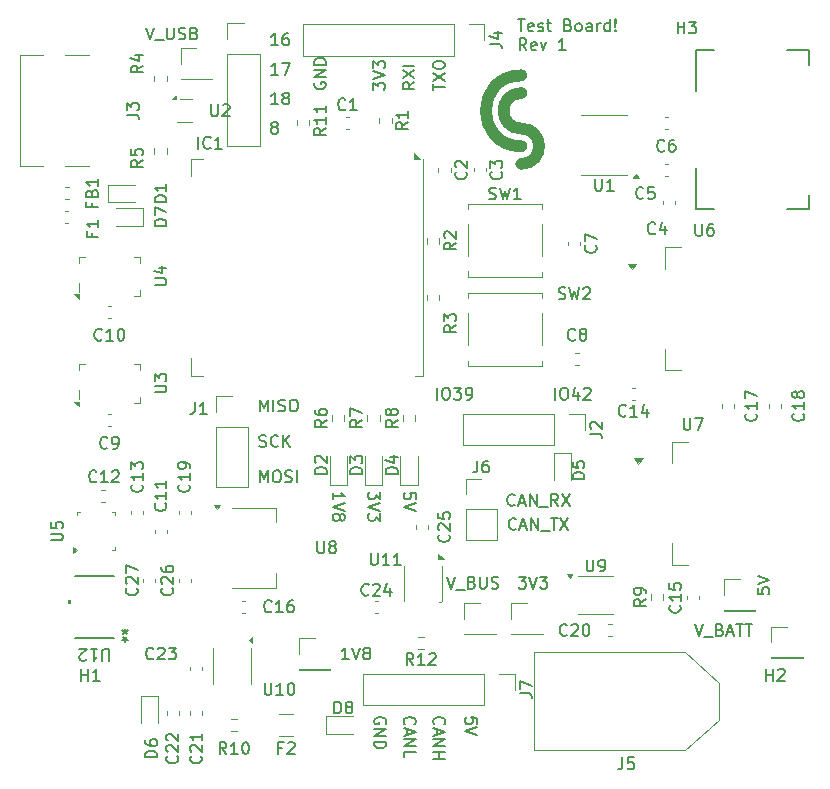
<source format=gbr>
%TF.GenerationSoftware,KiCad,Pcbnew,9.0.6*%
%TF.CreationDate,2025-12-27T23:02:07-08:00*%
%TF.ProjectId,Test Rocket Board,54657374-2052-46f6-936b-657420426f61,rev?*%
%TF.SameCoordinates,Original*%
%TF.FileFunction,Legend,Top*%
%TF.FilePolarity,Positive*%
%FSLAX46Y46*%
G04 Gerber Fmt 4.6, Leading zero omitted, Abs format (unit mm)*
G04 Created by KiCad (PCBNEW 9.0.6) date 2025-12-27 23:02:07*
%MOMM*%
%LPD*%
G01*
G04 APERTURE LIST*
%ADD10C,1.000000*%
%ADD11C,0.200000*%
%ADD12C,0.150000*%
%ADD13C,0.120000*%
%ADD14C,0.127000*%
%ADD15C,0.152400*%
%ADD16C,0.000000*%
G04 APERTURE END LIST*
D10*
X173500000Y-86000000D02*
G75*
G02*
X173500000Y-80000000I0J3000000D01*
G01*
X173500000Y-84500000D02*
G75*
G02*
X173500000Y-87500000I0J-1500000D01*
G01*
X173500000Y-84500000D02*
G75*
G02*
X173500000Y-81500000I0J1500000D01*
G01*
D11*
X166147782Y-134941101D02*
X166100163Y-134893482D01*
X166100163Y-134893482D02*
X166052543Y-134750625D01*
X166052543Y-134750625D02*
X166052543Y-134655387D01*
X166052543Y-134655387D02*
X166100163Y-134512530D01*
X166100163Y-134512530D02*
X166195401Y-134417292D01*
X166195401Y-134417292D02*
X166290639Y-134369673D01*
X166290639Y-134369673D02*
X166481115Y-134322054D01*
X166481115Y-134322054D02*
X166623972Y-134322054D01*
X166623972Y-134322054D02*
X166814448Y-134369673D01*
X166814448Y-134369673D02*
X166909686Y-134417292D01*
X166909686Y-134417292D02*
X167004924Y-134512530D01*
X167004924Y-134512530D02*
X167052543Y-134655387D01*
X167052543Y-134655387D02*
X167052543Y-134750625D01*
X167052543Y-134750625D02*
X167004924Y-134893482D01*
X167004924Y-134893482D02*
X166957305Y-134941101D01*
X166338258Y-135322054D02*
X166338258Y-135798244D01*
X166052543Y-135226816D02*
X167052543Y-135560149D01*
X167052543Y-135560149D02*
X166052543Y-135893482D01*
X166052543Y-136226816D02*
X167052543Y-136226816D01*
X167052543Y-136226816D02*
X166052543Y-136798244D01*
X166052543Y-136798244D02*
X167052543Y-136798244D01*
X166052543Y-137274435D02*
X167052543Y-137274435D01*
X166576353Y-137274435D02*
X166576353Y-137845863D01*
X166052543Y-137845863D02*
X167052543Y-137845863D01*
X173226816Y-75257275D02*
X173798244Y-75257275D01*
X173512530Y-76257275D02*
X173512530Y-75257275D01*
X174512530Y-76209656D02*
X174417292Y-76257275D01*
X174417292Y-76257275D02*
X174226816Y-76257275D01*
X174226816Y-76257275D02*
X174131578Y-76209656D01*
X174131578Y-76209656D02*
X174083959Y-76114417D01*
X174083959Y-76114417D02*
X174083959Y-75733465D01*
X174083959Y-75733465D02*
X174131578Y-75638227D01*
X174131578Y-75638227D02*
X174226816Y-75590608D01*
X174226816Y-75590608D02*
X174417292Y-75590608D01*
X174417292Y-75590608D02*
X174512530Y-75638227D01*
X174512530Y-75638227D02*
X174560149Y-75733465D01*
X174560149Y-75733465D02*
X174560149Y-75828703D01*
X174560149Y-75828703D02*
X174083959Y-75923941D01*
X174941102Y-76209656D02*
X175036340Y-76257275D01*
X175036340Y-76257275D02*
X175226816Y-76257275D01*
X175226816Y-76257275D02*
X175322054Y-76209656D01*
X175322054Y-76209656D02*
X175369673Y-76114417D01*
X175369673Y-76114417D02*
X175369673Y-76066798D01*
X175369673Y-76066798D02*
X175322054Y-75971560D01*
X175322054Y-75971560D02*
X175226816Y-75923941D01*
X175226816Y-75923941D02*
X175083959Y-75923941D01*
X175083959Y-75923941D02*
X174988721Y-75876322D01*
X174988721Y-75876322D02*
X174941102Y-75781084D01*
X174941102Y-75781084D02*
X174941102Y-75733465D01*
X174941102Y-75733465D02*
X174988721Y-75638227D01*
X174988721Y-75638227D02*
X175083959Y-75590608D01*
X175083959Y-75590608D02*
X175226816Y-75590608D01*
X175226816Y-75590608D02*
X175322054Y-75638227D01*
X175655388Y-75590608D02*
X176036340Y-75590608D01*
X175798245Y-75257275D02*
X175798245Y-76114417D01*
X175798245Y-76114417D02*
X175845864Y-76209656D01*
X175845864Y-76209656D02*
X175941102Y-76257275D01*
X175941102Y-76257275D02*
X176036340Y-76257275D01*
X177464912Y-75733465D02*
X177607769Y-75781084D01*
X177607769Y-75781084D02*
X177655388Y-75828703D01*
X177655388Y-75828703D02*
X177703007Y-75923941D01*
X177703007Y-75923941D02*
X177703007Y-76066798D01*
X177703007Y-76066798D02*
X177655388Y-76162036D01*
X177655388Y-76162036D02*
X177607769Y-76209656D01*
X177607769Y-76209656D02*
X177512531Y-76257275D01*
X177512531Y-76257275D02*
X177131579Y-76257275D01*
X177131579Y-76257275D02*
X177131579Y-75257275D01*
X177131579Y-75257275D02*
X177464912Y-75257275D01*
X177464912Y-75257275D02*
X177560150Y-75304894D01*
X177560150Y-75304894D02*
X177607769Y-75352513D01*
X177607769Y-75352513D02*
X177655388Y-75447751D01*
X177655388Y-75447751D02*
X177655388Y-75542989D01*
X177655388Y-75542989D02*
X177607769Y-75638227D01*
X177607769Y-75638227D02*
X177560150Y-75685846D01*
X177560150Y-75685846D02*
X177464912Y-75733465D01*
X177464912Y-75733465D02*
X177131579Y-75733465D01*
X178274436Y-76257275D02*
X178179198Y-76209656D01*
X178179198Y-76209656D02*
X178131579Y-76162036D01*
X178131579Y-76162036D02*
X178083960Y-76066798D01*
X178083960Y-76066798D02*
X178083960Y-75781084D01*
X178083960Y-75781084D02*
X178131579Y-75685846D01*
X178131579Y-75685846D02*
X178179198Y-75638227D01*
X178179198Y-75638227D02*
X178274436Y-75590608D01*
X178274436Y-75590608D02*
X178417293Y-75590608D01*
X178417293Y-75590608D02*
X178512531Y-75638227D01*
X178512531Y-75638227D02*
X178560150Y-75685846D01*
X178560150Y-75685846D02*
X178607769Y-75781084D01*
X178607769Y-75781084D02*
X178607769Y-76066798D01*
X178607769Y-76066798D02*
X178560150Y-76162036D01*
X178560150Y-76162036D02*
X178512531Y-76209656D01*
X178512531Y-76209656D02*
X178417293Y-76257275D01*
X178417293Y-76257275D02*
X178274436Y-76257275D01*
X179464912Y-76257275D02*
X179464912Y-75733465D01*
X179464912Y-75733465D02*
X179417293Y-75638227D01*
X179417293Y-75638227D02*
X179322055Y-75590608D01*
X179322055Y-75590608D02*
X179131579Y-75590608D01*
X179131579Y-75590608D02*
X179036341Y-75638227D01*
X179464912Y-76209656D02*
X179369674Y-76257275D01*
X179369674Y-76257275D02*
X179131579Y-76257275D01*
X179131579Y-76257275D02*
X179036341Y-76209656D01*
X179036341Y-76209656D02*
X178988722Y-76114417D01*
X178988722Y-76114417D02*
X178988722Y-76019179D01*
X178988722Y-76019179D02*
X179036341Y-75923941D01*
X179036341Y-75923941D02*
X179131579Y-75876322D01*
X179131579Y-75876322D02*
X179369674Y-75876322D01*
X179369674Y-75876322D02*
X179464912Y-75828703D01*
X179941103Y-76257275D02*
X179941103Y-75590608D01*
X179941103Y-75781084D02*
X179988722Y-75685846D01*
X179988722Y-75685846D02*
X180036341Y-75638227D01*
X180036341Y-75638227D02*
X180131579Y-75590608D01*
X180131579Y-75590608D02*
X180226817Y-75590608D01*
X180988722Y-76257275D02*
X180988722Y-75257275D01*
X180988722Y-76209656D02*
X180893484Y-76257275D01*
X180893484Y-76257275D02*
X180703008Y-76257275D01*
X180703008Y-76257275D02*
X180607770Y-76209656D01*
X180607770Y-76209656D02*
X180560151Y-76162036D01*
X180560151Y-76162036D02*
X180512532Y-76066798D01*
X180512532Y-76066798D02*
X180512532Y-75781084D01*
X180512532Y-75781084D02*
X180560151Y-75685846D01*
X180560151Y-75685846D02*
X180607770Y-75638227D01*
X180607770Y-75638227D02*
X180703008Y-75590608D01*
X180703008Y-75590608D02*
X180893484Y-75590608D01*
X180893484Y-75590608D02*
X180988722Y-75638227D01*
X181464913Y-76162036D02*
X181512532Y-76209656D01*
X181512532Y-76209656D02*
X181464913Y-76257275D01*
X181464913Y-76257275D02*
X181417294Y-76209656D01*
X181417294Y-76209656D02*
X181464913Y-76162036D01*
X181464913Y-76162036D02*
X181464913Y-76257275D01*
X181464913Y-75876322D02*
X181417294Y-75304894D01*
X181417294Y-75304894D02*
X181464913Y-75257275D01*
X181464913Y-75257275D02*
X181512532Y-75304894D01*
X181512532Y-75304894D02*
X181464913Y-75876322D01*
X181464913Y-75876322D02*
X181464913Y-75257275D01*
X173941101Y-77867219D02*
X173607768Y-77391028D01*
X173369673Y-77867219D02*
X173369673Y-76867219D01*
X173369673Y-76867219D02*
X173750625Y-76867219D01*
X173750625Y-76867219D02*
X173845863Y-76914838D01*
X173845863Y-76914838D02*
X173893482Y-76962457D01*
X173893482Y-76962457D02*
X173941101Y-77057695D01*
X173941101Y-77057695D02*
X173941101Y-77200552D01*
X173941101Y-77200552D02*
X173893482Y-77295790D01*
X173893482Y-77295790D02*
X173845863Y-77343409D01*
X173845863Y-77343409D02*
X173750625Y-77391028D01*
X173750625Y-77391028D02*
X173369673Y-77391028D01*
X174750625Y-77819600D02*
X174655387Y-77867219D01*
X174655387Y-77867219D02*
X174464911Y-77867219D01*
X174464911Y-77867219D02*
X174369673Y-77819600D01*
X174369673Y-77819600D02*
X174322054Y-77724361D01*
X174322054Y-77724361D02*
X174322054Y-77343409D01*
X174322054Y-77343409D02*
X174369673Y-77248171D01*
X174369673Y-77248171D02*
X174464911Y-77200552D01*
X174464911Y-77200552D02*
X174655387Y-77200552D01*
X174655387Y-77200552D02*
X174750625Y-77248171D01*
X174750625Y-77248171D02*
X174798244Y-77343409D01*
X174798244Y-77343409D02*
X174798244Y-77438647D01*
X174798244Y-77438647D02*
X174322054Y-77533885D01*
X175131578Y-77200552D02*
X175369673Y-77867219D01*
X175369673Y-77867219D02*
X175607768Y-77200552D01*
X177274435Y-77867219D02*
X176703007Y-77867219D01*
X176988721Y-77867219D02*
X176988721Y-76867219D01*
X176988721Y-76867219D02*
X176893483Y-77010076D01*
X176893483Y-77010076D02*
X176798245Y-77105314D01*
X176798245Y-77105314D02*
X176703007Y-77152933D01*
X155999838Y-80606517D02*
X155952219Y-80701755D01*
X155952219Y-80701755D02*
X155952219Y-80844612D01*
X155952219Y-80844612D02*
X155999838Y-80987469D01*
X155999838Y-80987469D02*
X156095076Y-81082707D01*
X156095076Y-81082707D02*
X156190314Y-81130326D01*
X156190314Y-81130326D02*
X156380790Y-81177945D01*
X156380790Y-81177945D02*
X156523647Y-81177945D01*
X156523647Y-81177945D02*
X156714123Y-81130326D01*
X156714123Y-81130326D02*
X156809361Y-81082707D01*
X156809361Y-81082707D02*
X156904600Y-80987469D01*
X156904600Y-80987469D02*
X156952219Y-80844612D01*
X156952219Y-80844612D02*
X156952219Y-80749374D01*
X156952219Y-80749374D02*
X156904600Y-80606517D01*
X156904600Y-80606517D02*
X156856980Y-80558898D01*
X156856980Y-80558898D02*
X156523647Y-80558898D01*
X156523647Y-80558898D02*
X156523647Y-80749374D01*
X156952219Y-80130326D02*
X155952219Y-80130326D01*
X155952219Y-80130326D02*
X156952219Y-79558898D01*
X156952219Y-79558898D02*
X155952219Y-79558898D01*
X156952219Y-79082707D02*
X155952219Y-79082707D01*
X155952219Y-79082707D02*
X155952219Y-78844612D01*
X155952219Y-78844612D02*
X155999838Y-78701755D01*
X155999838Y-78701755D02*
X156095076Y-78606517D01*
X156095076Y-78606517D02*
X156190314Y-78558898D01*
X156190314Y-78558898D02*
X156380790Y-78511279D01*
X156380790Y-78511279D02*
X156523647Y-78511279D01*
X156523647Y-78511279D02*
X156714123Y-78558898D01*
X156714123Y-78558898D02*
X156809361Y-78606517D01*
X156809361Y-78606517D02*
X156904600Y-78701755D01*
X156904600Y-78701755D02*
X156952219Y-78844612D01*
X156952219Y-78844612D02*
X156952219Y-79082707D01*
X160952219Y-81225564D02*
X160952219Y-80606517D01*
X160952219Y-80606517D02*
X161333171Y-80939850D01*
X161333171Y-80939850D02*
X161333171Y-80796993D01*
X161333171Y-80796993D02*
X161380790Y-80701755D01*
X161380790Y-80701755D02*
X161428409Y-80654136D01*
X161428409Y-80654136D02*
X161523647Y-80606517D01*
X161523647Y-80606517D02*
X161761742Y-80606517D01*
X161761742Y-80606517D02*
X161856980Y-80654136D01*
X161856980Y-80654136D02*
X161904600Y-80701755D01*
X161904600Y-80701755D02*
X161952219Y-80796993D01*
X161952219Y-80796993D02*
X161952219Y-81082707D01*
X161952219Y-81082707D02*
X161904600Y-81177945D01*
X161904600Y-81177945D02*
X161856980Y-81225564D01*
X160952219Y-80320802D02*
X161952219Y-79987469D01*
X161952219Y-79987469D02*
X160952219Y-79654136D01*
X160952219Y-79416040D02*
X160952219Y-78796993D01*
X160952219Y-78796993D02*
X161333171Y-79130326D01*
X161333171Y-79130326D02*
X161333171Y-78987469D01*
X161333171Y-78987469D02*
X161380790Y-78892231D01*
X161380790Y-78892231D02*
X161428409Y-78844612D01*
X161428409Y-78844612D02*
X161523647Y-78796993D01*
X161523647Y-78796993D02*
X161761742Y-78796993D01*
X161761742Y-78796993D02*
X161856980Y-78844612D01*
X161856980Y-78844612D02*
X161904600Y-78892231D01*
X161904600Y-78892231D02*
X161952219Y-78987469D01*
X161952219Y-78987469D02*
X161952219Y-79273183D01*
X161952219Y-79273183D02*
X161904600Y-79368421D01*
X161904600Y-79368421D02*
X161856980Y-79416040D01*
X152893482Y-82452219D02*
X152322054Y-82452219D01*
X152607768Y-82452219D02*
X152607768Y-81452219D01*
X152607768Y-81452219D02*
X152512530Y-81595076D01*
X152512530Y-81595076D02*
X152417292Y-81690314D01*
X152417292Y-81690314D02*
X152322054Y-81737933D01*
X153464911Y-81880790D02*
X153369673Y-81833171D01*
X153369673Y-81833171D02*
X153322054Y-81785552D01*
X153322054Y-81785552D02*
X153274435Y-81690314D01*
X153274435Y-81690314D02*
X153274435Y-81642695D01*
X153274435Y-81642695D02*
X153322054Y-81547457D01*
X153322054Y-81547457D02*
X153369673Y-81499838D01*
X153369673Y-81499838D02*
X153464911Y-81452219D01*
X153464911Y-81452219D02*
X153655387Y-81452219D01*
X153655387Y-81452219D02*
X153750625Y-81499838D01*
X153750625Y-81499838D02*
X153798244Y-81547457D01*
X153798244Y-81547457D02*
X153845863Y-81642695D01*
X153845863Y-81642695D02*
X153845863Y-81690314D01*
X153845863Y-81690314D02*
X153798244Y-81785552D01*
X153798244Y-81785552D02*
X153750625Y-81833171D01*
X153750625Y-81833171D02*
X153655387Y-81880790D01*
X153655387Y-81880790D02*
X153464911Y-81880790D01*
X153464911Y-81880790D02*
X153369673Y-81928409D01*
X153369673Y-81928409D02*
X153322054Y-81976028D01*
X153322054Y-81976028D02*
X153274435Y-82071266D01*
X153274435Y-82071266D02*
X153274435Y-82261742D01*
X153274435Y-82261742D02*
X153322054Y-82356980D01*
X153322054Y-82356980D02*
X153369673Y-82404600D01*
X153369673Y-82404600D02*
X153464911Y-82452219D01*
X153464911Y-82452219D02*
X153655387Y-82452219D01*
X153655387Y-82452219D02*
X153750625Y-82404600D01*
X153750625Y-82404600D02*
X153798244Y-82356980D01*
X153798244Y-82356980D02*
X153845863Y-82261742D01*
X153845863Y-82261742D02*
X153845863Y-82071266D01*
X153845863Y-82071266D02*
X153798244Y-81976028D01*
X153798244Y-81976028D02*
X153750625Y-81928409D01*
X153750625Y-81928409D02*
X153655387Y-81880790D01*
X164452219Y-80558898D02*
X163976028Y-80892231D01*
X164452219Y-81130326D02*
X163452219Y-81130326D01*
X163452219Y-81130326D02*
X163452219Y-80749374D01*
X163452219Y-80749374D02*
X163499838Y-80654136D01*
X163499838Y-80654136D02*
X163547457Y-80606517D01*
X163547457Y-80606517D02*
X163642695Y-80558898D01*
X163642695Y-80558898D02*
X163785552Y-80558898D01*
X163785552Y-80558898D02*
X163880790Y-80606517D01*
X163880790Y-80606517D02*
X163928409Y-80654136D01*
X163928409Y-80654136D02*
X163976028Y-80749374D01*
X163976028Y-80749374D02*
X163976028Y-81130326D01*
X163452219Y-80225564D02*
X164452219Y-79558898D01*
X163452219Y-79558898D02*
X164452219Y-80225564D01*
X164452219Y-79177945D02*
X163452219Y-79177945D01*
X151322054Y-111404600D02*
X151464911Y-111452219D01*
X151464911Y-111452219D02*
X151703006Y-111452219D01*
X151703006Y-111452219D02*
X151798244Y-111404600D01*
X151798244Y-111404600D02*
X151845863Y-111356980D01*
X151845863Y-111356980D02*
X151893482Y-111261742D01*
X151893482Y-111261742D02*
X151893482Y-111166504D01*
X151893482Y-111166504D02*
X151845863Y-111071266D01*
X151845863Y-111071266D02*
X151798244Y-111023647D01*
X151798244Y-111023647D02*
X151703006Y-110976028D01*
X151703006Y-110976028D02*
X151512530Y-110928409D01*
X151512530Y-110928409D02*
X151417292Y-110880790D01*
X151417292Y-110880790D02*
X151369673Y-110833171D01*
X151369673Y-110833171D02*
X151322054Y-110737933D01*
X151322054Y-110737933D02*
X151322054Y-110642695D01*
X151322054Y-110642695D02*
X151369673Y-110547457D01*
X151369673Y-110547457D02*
X151417292Y-110499838D01*
X151417292Y-110499838D02*
X151512530Y-110452219D01*
X151512530Y-110452219D02*
X151750625Y-110452219D01*
X151750625Y-110452219D02*
X151893482Y-110499838D01*
X152893482Y-111356980D02*
X152845863Y-111404600D01*
X152845863Y-111404600D02*
X152703006Y-111452219D01*
X152703006Y-111452219D02*
X152607768Y-111452219D01*
X152607768Y-111452219D02*
X152464911Y-111404600D01*
X152464911Y-111404600D02*
X152369673Y-111309361D01*
X152369673Y-111309361D02*
X152322054Y-111214123D01*
X152322054Y-111214123D02*
X152274435Y-111023647D01*
X152274435Y-111023647D02*
X152274435Y-110880790D01*
X152274435Y-110880790D02*
X152322054Y-110690314D01*
X152322054Y-110690314D02*
X152369673Y-110595076D01*
X152369673Y-110595076D02*
X152464911Y-110499838D01*
X152464911Y-110499838D02*
X152607768Y-110452219D01*
X152607768Y-110452219D02*
X152703006Y-110452219D01*
X152703006Y-110452219D02*
X152845863Y-110499838D01*
X152845863Y-110499838D02*
X152893482Y-110547457D01*
X153322054Y-111452219D02*
X153322054Y-110452219D01*
X153893482Y-111452219D02*
X153464911Y-110880790D01*
X153893482Y-110452219D02*
X153322054Y-111023647D01*
X161547780Y-115274435D02*
X161547780Y-115893482D01*
X161547780Y-115893482D02*
X161166828Y-115560149D01*
X161166828Y-115560149D02*
X161166828Y-115703006D01*
X161166828Y-115703006D02*
X161119209Y-115798244D01*
X161119209Y-115798244D02*
X161071590Y-115845863D01*
X161071590Y-115845863D02*
X160976352Y-115893482D01*
X160976352Y-115893482D02*
X160738257Y-115893482D01*
X160738257Y-115893482D02*
X160643019Y-115845863D01*
X160643019Y-115845863D02*
X160595400Y-115798244D01*
X160595400Y-115798244D02*
X160547780Y-115703006D01*
X160547780Y-115703006D02*
X160547780Y-115417292D01*
X160547780Y-115417292D02*
X160595400Y-115322054D01*
X160595400Y-115322054D02*
X160643019Y-115274435D01*
X161547780Y-116179197D02*
X160547780Y-116512530D01*
X160547780Y-116512530D02*
X161547780Y-116845863D01*
X161547780Y-117083959D02*
X161547780Y-117703006D01*
X161547780Y-117703006D02*
X161166828Y-117369673D01*
X161166828Y-117369673D02*
X161166828Y-117512530D01*
X161166828Y-117512530D02*
X161119209Y-117607768D01*
X161119209Y-117607768D02*
X161071590Y-117655387D01*
X161071590Y-117655387D02*
X160976352Y-117703006D01*
X160976352Y-117703006D02*
X160738257Y-117703006D01*
X160738257Y-117703006D02*
X160643019Y-117655387D01*
X160643019Y-117655387D02*
X160595400Y-117607768D01*
X160595400Y-117607768D02*
X160547780Y-117512530D01*
X160547780Y-117512530D02*
X160547780Y-117226816D01*
X160547780Y-117226816D02*
X160595400Y-117131578D01*
X160595400Y-117131578D02*
X160643019Y-117083959D01*
X157547780Y-115893482D02*
X157547780Y-115322054D01*
X157547780Y-115607768D02*
X158547780Y-115607768D01*
X158547780Y-115607768D02*
X158404923Y-115512530D01*
X158404923Y-115512530D02*
X158309685Y-115417292D01*
X158309685Y-115417292D02*
X158262066Y-115322054D01*
X158547780Y-116179197D02*
X157547780Y-116512530D01*
X157547780Y-116512530D02*
X158547780Y-116845863D01*
X158119209Y-117322054D02*
X158166828Y-117226816D01*
X158166828Y-117226816D02*
X158214447Y-117179197D01*
X158214447Y-117179197D02*
X158309685Y-117131578D01*
X158309685Y-117131578D02*
X158357304Y-117131578D01*
X158357304Y-117131578D02*
X158452542Y-117179197D01*
X158452542Y-117179197D02*
X158500161Y-117226816D01*
X158500161Y-117226816D02*
X158547780Y-117322054D01*
X158547780Y-117322054D02*
X158547780Y-117512530D01*
X158547780Y-117512530D02*
X158500161Y-117607768D01*
X158500161Y-117607768D02*
X158452542Y-117655387D01*
X158452542Y-117655387D02*
X158357304Y-117703006D01*
X158357304Y-117703006D02*
X158309685Y-117703006D01*
X158309685Y-117703006D02*
X158214447Y-117655387D01*
X158214447Y-117655387D02*
X158166828Y-117607768D01*
X158166828Y-117607768D02*
X158119209Y-117512530D01*
X158119209Y-117512530D02*
X158119209Y-117322054D01*
X158119209Y-117322054D02*
X158071590Y-117226816D01*
X158071590Y-117226816D02*
X158023971Y-117179197D01*
X158023971Y-117179197D02*
X157928733Y-117131578D01*
X157928733Y-117131578D02*
X157738257Y-117131578D01*
X157738257Y-117131578D02*
X157643019Y-117179197D01*
X157643019Y-117179197D02*
X157595400Y-117226816D01*
X157595400Y-117226816D02*
X157547780Y-117322054D01*
X157547780Y-117322054D02*
X157547780Y-117512530D01*
X157547780Y-117512530D02*
X157595400Y-117607768D01*
X157595400Y-117607768D02*
X157643019Y-117655387D01*
X157643019Y-117655387D02*
X157738257Y-117703006D01*
X157738257Y-117703006D02*
X157928733Y-117703006D01*
X157928733Y-117703006D02*
X158023971Y-117655387D01*
X158023971Y-117655387D02*
X158071590Y-117607768D01*
X158071590Y-117607768D02*
X158119209Y-117512530D01*
X166011179Y-81273183D02*
X166011179Y-80701755D01*
X167011179Y-80987469D02*
X166011179Y-80987469D01*
X166011179Y-80463659D02*
X167011179Y-79796993D01*
X166011179Y-79796993D02*
X167011179Y-80463659D01*
X166011179Y-79225564D02*
X166011179Y-79035088D01*
X166011179Y-79035088D02*
X166058798Y-78939850D01*
X166058798Y-78939850D02*
X166154036Y-78844612D01*
X166154036Y-78844612D02*
X166344512Y-78796993D01*
X166344512Y-78796993D02*
X166677845Y-78796993D01*
X166677845Y-78796993D02*
X166868321Y-78844612D01*
X166868321Y-78844612D02*
X166963560Y-78939850D01*
X166963560Y-78939850D02*
X167011179Y-79035088D01*
X167011179Y-79035088D02*
X167011179Y-79225564D01*
X167011179Y-79225564D02*
X166963560Y-79320802D01*
X166963560Y-79320802D02*
X166868321Y-79416040D01*
X166868321Y-79416040D02*
X166677845Y-79463659D01*
X166677845Y-79463659D02*
X166344512Y-79463659D01*
X166344512Y-79463659D02*
X166154036Y-79416040D01*
X166154036Y-79416040D02*
X166058798Y-79320802D01*
X166058798Y-79320802D02*
X166011179Y-79225564D01*
X152512530Y-84380790D02*
X152417292Y-84333171D01*
X152417292Y-84333171D02*
X152369673Y-84285552D01*
X152369673Y-84285552D02*
X152322054Y-84190314D01*
X152322054Y-84190314D02*
X152322054Y-84142695D01*
X152322054Y-84142695D02*
X152369673Y-84047457D01*
X152369673Y-84047457D02*
X152417292Y-83999838D01*
X152417292Y-83999838D02*
X152512530Y-83952219D01*
X152512530Y-83952219D02*
X152703006Y-83952219D01*
X152703006Y-83952219D02*
X152798244Y-83999838D01*
X152798244Y-83999838D02*
X152845863Y-84047457D01*
X152845863Y-84047457D02*
X152893482Y-84142695D01*
X152893482Y-84142695D02*
X152893482Y-84190314D01*
X152893482Y-84190314D02*
X152845863Y-84285552D01*
X152845863Y-84285552D02*
X152798244Y-84333171D01*
X152798244Y-84333171D02*
X152703006Y-84380790D01*
X152703006Y-84380790D02*
X152512530Y-84380790D01*
X152512530Y-84380790D02*
X152417292Y-84428409D01*
X152417292Y-84428409D02*
X152369673Y-84476028D01*
X152369673Y-84476028D02*
X152322054Y-84571266D01*
X152322054Y-84571266D02*
X152322054Y-84761742D01*
X152322054Y-84761742D02*
X152369673Y-84856980D01*
X152369673Y-84856980D02*
X152417292Y-84904600D01*
X152417292Y-84904600D02*
X152512530Y-84952219D01*
X152512530Y-84952219D02*
X152703006Y-84952219D01*
X152703006Y-84952219D02*
X152798244Y-84904600D01*
X152798244Y-84904600D02*
X152845863Y-84856980D01*
X152845863Y-84856980D02*
X152893482Y-84761742D01*
X152893482Y-84761742D02*
X152893482Y-84571266D01*
X152893482Y-84571266D02*
X152845863Y-84476028D01*
X152845863Y-84476028D02*
X152798244Y-84428409D01*
X152798244Y-84428409D02*
X152703006Y-84380790D01*
X166369673Y-107452219D02*
X166369673Y-106452219D01*
X167036339Y-106452219D02*
X167226815Y-106452219D01*
X167226815Y-106452219D02*
X167322053Y-106499838D01*
X167322053Y-106499838D02*
X167417291Y-106595076D01*
X167417291Y-106595076D02*
X167464910Y-106785552D01*
X167464910Y-106785552D02*
X167464910Y-107118885D01*
X167464910Y-107118885D02*
X167417291Y-107309361D01*
X167417291Y-107309361D02*
X167322053Y-107404600D01*
X167322053Y-107404600D02*
X167226815Y-107452219D01*
X167226815Y-107452219D02*
X167036339Y-107452219D01*
X167036339Y-107452219D02*
X166941101Y-107404600D01*
X166941101Y-107404600D02*
X166845863Y-107309361D01*
X166845863Y-107309361D02*
X166798244Y-107118885D01*
X166798244Y-107118885D02*
X166798244Y-106785552D01*
X166798244Y-106785552D02*
X166845863Y-106595076D01*
X166845863Y-106595076D02*
X166941101Y-106499838D01*
X166941101Y-106499838D02*
X167036339Y-106452219D01*
X167798244Y-106452219D02*
X168417291Y-106452219D01*
X168417291Y-106452219D02*
X168083958Y-106833171D01*
X168083958Y-106833171D02*
X168226815Y-106833171D01*
X168226815Y-106833171D02*
X168322053Y-106880790D01*
X168322053Y-106880790D02*
X168369672Y-106928409D01*
X168369672Y-106928409D02*
X168417291Y-107023647D01*
X168417291Y-107023647D02*
X168417291Y-107261742D01*
X168417291Y-107261742D02*
X168369672Y-107356980D01*
X168369672Y-107356980D02*
X168322053Y-107404600D01*
X168322053Y-107404600D02*
X168226815Y-107452219D01*
X168226815Y-107452219D02*
X167941101Y-107452219D01*
X167941101Y-107452219D02*
X167845863Y-107404600D01*
X167845863Y-107404600D02*
X167798244Y-107356980D01*
X168893482Y-107452219D02*
X169083958Y-107452219D01*
X169083958Y-107452219D02*
X169179196Y-107404600D01*
X169179196Y-107404600D02*
X169226815Y-107356980D01*
X169226815Y-107356980D02*
X169322053Y-107214123D01*
X169322053Y-107214123D02*
X169369672Y-107023647D01*
X169369672Y-107023647D02*
X169369672Y-106642695D01*
X169369672Y-106642695D02*
X169322053Y-106547457D01*
X169322053Y-106547457D02*
X169274434Y-106499838D01*
X169274434Y-106499838D02*
X169179196Y-106452219D01*
X169179196Y-106452219D02*
X168988720Y-106452219D01*
X168988720Y-106452219D02*
X168893482Y-106499838D01*
X168893482Y-106499838D02*
X168845863Y-106547457D01*
X168845863Y-106547457D02*
X168798244Y-106642695D01*
X168798244Y-106642695D02*
X168798244Y-106880790D01*
X168798244Y-106880790D02*
X168845863Y-106976028D01*
X168845863Y-106976028D02*
X168893482Y-107023647D01*
X168893482Y-107023647D02*
X168988720Y-107071266D01*
X168988720Y-107071266D02*
X169179196Y-107071266D01*
X169179196Y-107071266D02*
X169274434Y-107023647D01*
X169274434Y-107023647D02*
X169322053Y-106976028D01*
X169322053Y-106976028D02*
X169369672Y-106880790D01*
X167226816Y-122452219D02*
X167560149Y-123452219D01*
X167560149Y-123452219D02*
X167893482Y-122452219D01*
X167988721Y-123547457D02*
X168750625Y-123547457D01*
X169322054Y-122928409D02*
X169464911Y-122976028D01*
X169464911Y-122976028D02*
X169512530Y-123023647D01*
X169512530Y-123023647D02*
X169560149Y-123118885D01*
X169560149Y-123118885D02*
X169560149Y-123261742D01*
X169560149Y-123261742D02*
X169512530Y-123356980D01*
X169512530Y-123356980D02*
X169464911Y-123404600D01*
X169464911Y-123404600D02*
X169369673Y-123452219D01*
X169369673Y-123452219D02*
X168988721Y-123452219D01*
X168988721Y-123452219D02*
X168988721Y-122452219D01*
X168988721Y-122452219D02*
X169322054Y-122452219D01*
X169322054Y-122452219D02*
X169417292Y-122499838D01*
X169417292Y-122499838D02*
X169464911Y-122547457D01*
X169464911Y-122547457D02*
X169512530Y-122642695D01*
X169512530Y-122642695D02*
X169512530Y-122737933D01*
X169512530Y-122737933D02*
X169464911Y-122833171D01*
X169464911Y-122833171D02*
X169417292Y-122880790D01*
X169417292Y-122880790D02*
X169322054Y-122928409D01*
X169322054Y-122928409D02*
X168988721Y-122928409D01*
X169988721Y-122452219D02*
X169988721Y-123261742D01*
X169988721Y-123261742D02*
X170036340Y-123356980D01*
X170036340Y-123356980D02*
X170083959Y-123404600D01*
X170083959Y-123404600D02*
X170179197Y-123452219D01*
X170179197Y-123452219D02*
X170369673Y-123452219D01*
X170369673Y-123452219D02*
X170464911Y-123404600D01*
X170464911Y-123404600D02*
X170512530Y-123356980D01*
X170512530Y-123356980D02*
X170560149Y-123261742D01*
X170560149Y-123261742D02*
X170560149Y-122452219D01*
X170988721Y-123404600D02*
X171131578Y-123452219D01*
X171131578Y-123452219D02*
X171369673Y-123452219D01*
X171369673Y-123452219D02*
X171464911Y-123404600D01*
X171464911Y-123404600D02*
X171512530Y-123356980D01*
X171512530Y-123356980D02*
X171560149Y-123261742D01*
X171560149Y-123261742D02*
X171560149Y-123166504D01*
X171560149Y-123166504D02*
X171512530Y-123071266D01*
X171512530Y-123071266D02*
X171464911Y-123023647D01*
X171464911Y-123023647D02*
X171369673Y-122976028D01*
X171369673Y-122976028D02*
X171179197Y-122928409D01*
X171179197Y-122928409D02*
X171083959Y-122880790D01*
X171083959Y-122880790D02*
X171036340Y-122833171D01*
X171036340Y-122833171D02*
X170988721Y-122737933D01*
X170988721Y-122737933D02*
X170988721Y-122642695D01*
X170988721Y-122642695D02*
X171036340Y-122547457D01*
X171036340Y-122547457D02*
X171083959Y-122499838D01*
X171083959Y-122499838D02*
X171179197Y-122452219D01*
X171179197Y-122452219D02*
X171417292Y-122452219D01*
X171417292Y-122452219D02*
X171560149Y-122499838D01*
X158893482Y-129452219D02*
X158322054Y-129452219D01*
X158607768Y-129452219D02*
X158607768Y-128452219D01*
X158607768Y-128452219D02*
X158512530Y-128595076D01*
X158512530Y-128595076D02*
X158417292Y-128690314D01*
X158417292Y-128690314D02*
X158322054Y-128737933D01*
X159179197Y-128452219D02*
X159512530Y-129452219D01*
X159512530Y-129452219D02*
X159845863Y-128452219D01*
X160322054Y-128880790D02*
X160226816Y-128833171D01*
X160226816Y-128833171D02*
X160179197Y-128785552D01*
X160179197Y-128785552D02*
X160131578Y-128690314D01*
X160131578Y-128690314D02*
X160131578Y-128642695D01*
X160131578Y-128642695D02*
X160179197Y-128547457D01*
X160179197Y-128547457D02*
X160226816Y-128499838D01*
X160226816Y-128499838D02*
X160322054Y-128452219D01*
X160322054Y-128452219D02*
X160512530Y-128452219D01*
X160512530Y-128452219D02*
X160607768Y-128499838D01*
X160607768Y-128499838D02*
X160655387Y-128547457D01*
X160655387Y-128547457D02*
X160703006Y-128642695D01*
X160703006Y-128642695D02*
X160703006Y-128690314D01*
X160703006Y-128690314D02*
X160655387Y-128785552D01*
X160655387Y-128785552D02*
X160607768Y-128833171D01*
X160607768Y-128833171D02*
X160512530Y-128880790D01*
X160512530Y-128880790D02*
X160322054Y-128880790D01*
X160322054Y-128880790D02*
X160226816Y-128928409D01*
X160226816Y-128928409D02*
X160179197Y-128976028D01*
X160179197Y-128976028D02*
X160131578Y-129071266D01*
X160131578Y-129071266D02*
X160131578Y-129261742D01*
X160131578Y-129261742D02*
X160179197Y-129356980D01*
X160179197Y-129356980D02*
X160226816Y-129404600D01*
X160226816Y-129404600D02*
X160322054Y-129452219D01*
X160322054Y-129452219D02*
X160512530Y-129452219D01*
X160512530Y-129452219D02*
X160607768Y-129404600D01*
X160607768Y-129404600D02*
X160655387Y-129356980D01*
X160655387Y-129356980D02*
X160703006Y-129261742D01*
X160703006Y-129261742D02*
X160703006Y-129071266D01*
X160703006Y-129071266D02*
X160655387Y-128976028D01*
X160655387Y-128976028D02*
X160607768Y-128928409D01*
X160607768Y-128928409D02*
X160512530Y-128880790D01*
X173274435Y-122452219D02*
X173893482Y-122452219D01*
X173893482Y-122452219D02*
X173560149Y-122833171D01*
X173560149Y-122833171D02*
X173703006Y-122833171D01*
X173703006Y-122833171D02*
X173798244Y-122880790D01*
X173798244Y-122880790D02*
X173845863Y-122928409D01*
X173845863Y-122928409D02*
X173893482Y-123023647D01*
X173893482Y-123023647D02*
X173893482Y-123261742D01*
X173893482Y-123261742D02*
X173845863Y-123356980D01*
X173845863Y-123356980D02*
X173798244Y-123404600D01*
X173798244Y-123404600D02*
X173703006Y-123452219D01*
X173703006Y-123452219D02*
X173417292Y-123452219D01*
X173417292Y-123452219D02*
X173322054Y-123404600D01*
X173322054Y-123404600D02*
X173274435Y-123356980D01*
X174179197Y-122452219D02*
X174512530Y-123452219D01*
X174512530Y-123452219D02*
X174845863Y-122452219D01*
X175083959Y-122452219D02*
X175703006Y-122452219D01*
X175703006Y-122452219D02*
X175369673Y-122833171D01*
X175369673Y-122833171D02*
X175512530Y-122833171D01*
X175512530Y-122833171D02*
X175607768Y-122880790D01*
X175607768Y-122880790D02*
X175655387Y-122928409D01*
X175655387Y-122928409D02*
X175703006Y-123023647D01*
X175703006Y-123023647D02*
X175703006Y-123261742D01*
X175703006Y-123261742D02*
X175655387Y-123356980D01*
X175655387Y-123356980D02*
X175607768Y-123404600D01*
X175607768Y-123404600D02*
X175512530Y-123452219D01*
X175512530Y-123452219D02*
X175226816Y-123452219D01*
X175226816Y-123452219D02*
X175131578Y-123404600D01*
X175131578Y-123404600D02*
X175083959Y-123356980D01*
X188226816Y-126452219D02*
X188560149Y-127452219D01*
X188560149Y-127452219D02*
X188893482Y-126452219D01*
X188988721Y-127547457D02*
X189750625Y-127547457D01*
X190322054Y-126928409D02*
X190464911Y-126976028D01*
X190464911Y-126976028D02*
X190512530Y-127023647D01*
X190512530Y-127023647D02*
X190560149Y-127118885D01*
X190560149Y-127118885D02*
X190560149Y-127261742D01*
X190560149Y-127261742D02*
X190512530Y-127356980D01*
X190512530Y-127356980D02*
X190464911Y-127404600D01*
X190464911Y-127404600D02*
X190369673Y-127452219D01*
X190369673Y-127452219D02*
X189988721Y-127452219D01*
X189988721Y-127452219D02*
X189988721Y-126452219D01*
X189988721Y-126452219D02*
X190322054Y-126452219D01*
X190322054Y-126452219D02*
X190417292Y-126499838D01*
X190417292Y-126499838D02*
X190464911Y-126547457D01*
X190464911Y-126547457D02*
X190512530Y-126642695D01*
X190512530Y-126642695D02*
X190512530Y-126737933D01*
X190512530Y-126737933D02*
X190464911Y-126833171D01*
X190464911Y-126833171D02*
X190417292Y-126880790D01*
X190417292Y-126880790D02*
X190322054Y-126928409D01*
X190322054Y-126928409D02*
X189988721Y-126928409D01*
X190941102Y-127166504D02*
X191417292Y-127166504D01*
X190845864Y-127452219D02*
X191179197Y-126452219D01*
X191179197Y-126452219D02*
X191512530Y-127452219D01*
X191703007Y-126452219D02*
X192274435Y-126452219D01*
X191988721Y-127452219D02*
X191988721Y-126452219D01*
X192464912Y-126452219D02*
X193036340Y-126452219D01*
X192750626Y-127452219D02*
X192750626Y-126452219D01*
X141726816Y-75952219D02*
X142060149Y-76952219D01*
X142060149Y-76952219D02*
X142393482Y-75952219D01*
X142488721Y-77047457D02*
X143250625Y-77047457D01*
X143488721Y-75952219D02*
X143488721Y-76761742D01*
X143488721Y-76761742D02*
X143536340Y-76856980D01*
X143536340Y-76856980D02*
X143583959Y-76904600D01*
X143583959Y-76904600D02*
X143679197Y-76952219D01*
X143679197Y-76952219D02*
X143869673Y-76952219D01*
X143869673Y-76952219D02*
X143964911Y-76904600D01*
X143964911Y-76904600D02*
X144012530Y-76856980D01*
X144012530Y-76856980D02*
X144060149Y-76761742D01*
X144060149Y-76761742D02*
X144060149Y-75952219D01*
X144488721Y-76904600D02*
X144631578Y-76952219D01*
X144631578Y-76952219D02*
X144869673Y-76952219D01*
X144869673Y-76952219D02*
X144964911Y-76904600D01*
X144964911Y-76904600D02*
X145012530Y-76856980D01*
X145012530Y-76856980D02*
X145060149Y-76761742D01*
X145060149Y-76761742D02*
X145060149Y-76666504D01*
X145060149Y-76666504D02*
X145012530Y-76571266D01*
X145012530Y-76571266D02*
X144964911Y-76523647D01*
X144964911Y-76523647D02*
X144869673Y-76476028D01*
X144869673Y-76476028D02*
X144679197Y-76428409D01*
X144679197Y-76428409D02*
X144583959Y-76380790D01*
X144583959Y-76380790D02*
X144536340Y-76333171D01*
X144536340Y-76333171D02*
X144488721Y-76237933D01*
X144488721Y-76237933D02*
X144488721Y-76142695D01*
X144488721Y-76142695D02*
X144536340Y-76047457D01*
X144536340Y-76047457D02*
X144583959Y-75999838D01*
X144583959Y-75999838D02*
X144679197Y-75952219D01*
X144679197Y-75952219D02*
X144917292Y-75952219D01*
X144917292Y-75952219D02*
X145060149Y-75999838D01*
X145822054Y-76428409D02*
X145964911Y-76476028D01*
X145964911Y-76476028D02*
X146012530Y-76523647D01*
X146012530Y-76523647D02*
X146060149Y-76618885D01*
X146060149Y-76618885D02*
X146060149Y-76761742D01*
X146060149Y-76761742D02*
X146012530Y-76856980D01*
X146012530Y-76856980D02*
X145964911Y-76904600D01*
X145964911Y-76904600D02*
X145869673Y-76952219D01*
X145869673Y-76952219D02*
X145488721Y-76952219D01*
X145488721Y-76952219D02*
X145488721Y-75952219D01*
X145488721Y-75952219D02*
X145822054Y-75952219D01*
X145822054Y-75952219D02*
X145917292Y-75999838D01*
X145917292Y-75999838D02*
X145964911Y-76047457D01*
X145964911Y-76047457D02*
X146012530Y-76142695D01*
X146012530Y-76142695D02*
X146012530Y-76237933D01*
X146012530Y-76237933D02*
X145964911Y-76333171D01*
X145964911Y-76333171D02*
X145917292Y-76380790D01*
X145917292Y-76380790D02*
X145822054Y-76428409D01*
X145822054Y-76428409D02*
X145488721Y-76428409D01*
X172941101Y-116356980D02*
X172893482Y-116404600D01*
X172893482Y-116404600D02*
X172750625Y-116452219D01*
X172750625Y-116452219D02*
X172655387Y-116452219D01*
X172655387Y-116452219D02*
X172512530Y-116404600D01*
X172512530Y-116404600D02*
X172417292Y-116309361D01*
X172417292Y-116309361D02*
X172369673Y-116214123D01*
X172369673Y-116214123D02*
X172322054Y-116023647D01*
X172322054Y-116023647D02*
X172322054Y-115880790D01*
X172322054Y-115880790D02*
X172369673Y-115690314D01*
X172369673Y-115690314D02*
X172417292Y-115595076D01*
X172417292Y-115595076D02*
X172512530Y-115499838D01*
X172512530Y-115499838D02*
X172655387Y-115452219D01*
X172655387Y-115452219D02*
X172750625Y-115452219D01*
X172750625Y-115452219D02*
X172893482Y-115499838D01*
X172893482Y-115499838D02*
X172941101Y-115547457D01*
X173322054Y-116166504D02*
X173798244Y-116166504D01*
X173226816Y-116452219D02*
X173560149Y-115452219D01*
X173560149Y-115452219D02*
X173893482Y-116452219D01*
X174226816Y-116452219D02*
X174226816Y-115452219D01*
X174226816Y-115452219D02*
X174798244Y-116452219D01*
X174798244Y-116452219D02*
X174798244Y-115452219D01*
X175036340Y-116547457D02*
X175798244Y-116547457D01*
X176607768Y-116452219D02*
X176274435Y-115976028D01*
X176036340Y-116452219D02*
X176036340Y-115452219D01*
X176036340Y-115452219D02*
X176417292Y-115452219D01*
X176417292Y-115452219D02*
X176512530Y-115499838D01*
X176512530Y-115499838D02*
X176560149Y-115547457D01*
X176560149Y-115547457D02*
X176607768Y-115642695D01*
X176607768Y-115642695D02*
X176607768Y-115785552D01*
X176607768Y-115785552D02*
X176560149Y-115880790D01*
X176560149Y-115880790D02*
X176512530Y-115928409D01*
X176512530Y-115928409D02*
X176417292Y-115976028D01*
X176417292Y-115976028D02*
X176036340Y-115976028D01*
X176941102Y-115452219D02*
X177607768Y-116452219D01*
X177607768Y-115452219D02*
X176941102Y-116452219D01*
X164547780Y-115845863D02*
X164547780Y-115369673D01*
X164547780Y-115369673D02*
X164071590Y-115322054D01*
X164071590Y-115322054D02*
X164119209Y-115369673D01*
X164119209Y-115369673D02*
X164166828Y-115464911D01*
X164166828Y-115464911D02*
X164166828Y-115703006D01*
X164166828Y-115703006D02*
X164119209Y-115798244D01*
X164119209Y-115798244D02*
X164071590Y-115845863D01*
X164071590Y-115845863D02*
X163976352Y-115893482D01*
X163976352Y-115893482D02*
X163738257Y-115893482D01*
X163738257Y-115893482D02*
X163643019Y-115845863D01*
X163643019Y-115845863D02*
X163595400Y-115798244D01*
X163595400Y-115798244D02*
X163547780Y-115703006D01*
X163547780Y-115703006D02*
X163547780Y-115464911D01*
X163547780Y-115464911D02*
X163595400Y-115369673D01*
X163595400Y-115369673D02*
X163643019Y-115322054D01*
X164547780Y-116179197D02*
X163547780Y-116512530D01*
X163547780Y-116512530D02*
X164547780Y-116845863D01*
X169755402Y-134877475D02*
X169755402Y-134401285D01*
X169755402Y-134401285D02*
X169279212Y-134353666D01*
X169279212Y-134353666D02*
X169326831Y-134401285D01*
X169326831Y-134401285D02*
X169374450Y-134496523D01*
X169374450Y-134496523D02*
X169374450Y-134734618D01*
X169374450Y-134734618D02*
X169326831Y-134829856D01*
X169326831Y-134829856D02*
X169279212Y-134877475D01*
X169279212Y-134877475D02*
X169183974Y-134925094D01*
X169183974Y-134925094D02*
X168945879Y-134925094D01*
X168945879Y-134925094D02*
X168850641Y-134877475D01*
X168850641Y-134877475D02*
X168803022Y-134829856D01*
X168803022Y-134829856D02*
X168755402Y-134734618D01*
X168755402Y-134734618D02*
X168755402Y-134496523D01*
X168755402Y-134496523D02*
X168803022Y-134401285D01*
X168803022Y-134401285D02*
X168850641Y-134353666D01*
X169755402Y-135210809D02*
X168755402Y-135544142D01*
X168755402Y-135544142D02*
X169755402Y-135877475D01*
X173051101Y-118381980D02*
X173003482Y-118429600D01*
X173003482Y-118429600D02*
X172860625Y-118477219D01*
X172860625Y-118477219D02*
X172765387Y-118477219D01*
X172765387Y-118477219D02*
X172622530Y-118429600D01*
X172622530Y-118429600D02*
X172527292Y-118334361D01*
X172527292Y-118334361D02*
X172479673Y-118239123D01*
X172479673Y-118239123D02*
X172432054Y-118048647D01*
X172432054Y-118048647D02*
X172432054Y-117905790D01*
X172432054Y-117905790D02*
X172479673Y-117715314D01*
X172479673Y-117715314D02*
X172527292Y-117620076D01*
X172527292Y-117620076D02*
X172622530Y-117524838D01*
X172622530Y-117524838D02*
X172765387Y-117477219D01*
X172765387Y-117477219D02*
X172860625Y-117477219D01*
X172860625Y-117477219D02*
X173003482Y-117524838D01*
X173003482Y-117524838D02*
X173051101Y-117572457D01*
X173432054Y-118191504D02*
X173908244Y-118191504D01*
X173336816Y-118477219D02*
X173670149Y-117477219D01*
X173670149Y-117477219D02*
X174003482Y-118477219D01*
X174336816Y-118477219D02*
X174336816Y-117477219D01*
X174336816Y-117477219D02*
X174908244Y-118477219D01*
X174908244Y-118477219D02*
X174908244Y-117477219D01*
X175146340Y-118572457D02*
X175908244Y-118572457D01*
X176003483Y-117477219D02*
X176574911Y-117477219D01*
X176289197Y-118477219D02*
X176289197Y-117477219D01*
X176813007Y-117477219D02*
X177479673Y-118477219D01*
X177479673Y-117477219D02*
X176813007Y-118477219D01*
X176369673Y-107452219D02*
X176369673Y-106452219D01*
X177036339Y-106452219D02*
X177226815Y-106452219D01*
X177226815Y-106452219D02*
X177322053Y-106499838D01*
X177322053Y-106499838D02*
X177417291Y-106595076D01*
X177417291Y-106595076D02*
X177464910Y-106785552D01*
X177464910Y-106785552D02*
X177464910Y-107118885D01*
X177464910Y-107118885D02*
X177417291Y-107309361D01*
X177417291Y-107309361D02*
X177322053Y-107404600D01*
X177322053Y-107404600D02*
X177226815Y-107452219D01*
X177226815Y-107452219D02*
X177036339Y-107452219D01*
X177036339Y-107452219D02*
X176941101Y-107404600D01*
X176941101Y-107404600D02*
X176845863Y-107309361D01*
X176845863Y-107309361D02*
X176798244Y-107118885D01*
X176798244Y-107118885D02*
X176798244Y-106785552D01*
X176798244Y-106785552D02*
X176845863Y-106595076D01*
X176845863Y-106595076D02*
X176941101Y-106499838D01*
X176941101Y-106499838D02*
X177036339Y-106452219D01*
X178322053Y-106785552D02*
X178322053Y-107452219D01*
X178083958Y-106404600D02*
X177845863Y-107118885D01*
X177845863Y-107118885D02*
X178464910Y-107118885D01*
X178798244Y-106547457D02*
X178845863Y-106499838D01*
X178845863Y-106499838D02*
X178941101Y-106452219D01*
X178941101Y-106452219D02*
X179179196Y-106452219D01*
X179179196Y-106452219D02*
X179274434Y-106499838D01*
X179274434Y-106499838D02*
X179322053Y-106547457D01*
X179322053Y-106547457D02*
X179369672Y-106642695D01*
X179369672Y-106642695D02*
X179369672Y-106737933D01*
X179369672Y-106737933D02*
X179322053Y-106880790D01*
X179322053Y-106880790D02*
X178750625Y-107452219D01*
X178750625Y-107452219D02*
X179369672Y-107452219D01*
X152893482Y-79952219D02*
X152322054Y-79952219D01*
X152607768Y-79952219D02*
X152607768Y-78952219D01*
X152607768Y-78952219D02*
X152512530Y-79095076D01*
X152512530Y-79095076D02*
X152417292Y-79190314D01*
X152417292Y-79190314D02*
X152322054Y-79237933D01*
X153226816Y-78952219D02*
X153893482Y-78952219D01*
X153893482Y-78952219D02*
X153464911Y-79952219D01*
X152893482Y-77452219D02*
X152322054Y-77452219D01*
X152607768Y-77452219D02*
X152607768Y-76452219D01*
X152607768Y-76452219D02*
X152512530Y-76595076D01*
X152512530Y-76595076D02*
X152417292Y-76690314D01*
X152417292Y-76690314D02*
X152322054Y-76737933D01*
X153750625Y-76452219D02*
X153560149Y-76452219D01*
X153560149Y-76452219D02*
X153464911Y-76499838D01*
X153464911Y-76499838D02*
X153417292Y-76547457D01*
X153417292Y-76547457D02*
X153322054Y-76690314D01*
X153322054Y-76690314D02*
X153274435Y-76880790D01*
X153274435Y-76880790D02*
X153274435Y-77261742D01*
X153274435Y-77261742D02*
X153322054Y-77356980D01*
X153322054Y-77356980D02*
X153369673Y-77404600D01*
X153369673Y-77404600D02*
X153464911Y-77452219D01*
X153464911Y-77452219D02*
X153655387Y-77452219D01*
X153655387Y-77452219D02*
X153750625Y-77404600D01*
X153750625Y-77404600D02*
X153798244Y-77356980D01*
X153798244Y-77356980D02*
X153845863Y-77261742D01*
X153845863Y-77261742D02*
X153845863Y-77023647D01*
X153845863Y-77023647D02*
X153798244Y-76928409D01*
X153798244Y-76928409D02*
X153750625Y-76880790D01*
X153750625Y-76880790D02*
X153655387Y-76833171D01*
X153655387Y-76833171D02*
X153464911Y-76833171D01*
X153464911Y-76833171D02*
X153369673Y-76880790D01*
X153369673Y-76880790D02*
X153322054Y-76928409D01*
X153322054Y-76928409D02*
X153274435Y-77023647D01*
X151369673Y-108452219D02*
X151369673Y-107452219D01*
X151369673Y-107452219D02*
X151703006Y-108166504D01*
X151703006Y-108166504D02*
X152036339Y-107452219D01*
X152036339Y-107452219D02*
X152036339Y-108452219D01*
X152512530Y-108452219D02*
X152512530Y-107452219D01*
X152941101Y-108404600D02*
X153083958Y-108452219D01*
X153083958Y-108452219D02*
X153322053Y-108452219D01*
X153322053Y-108452219D02*
X153417291Y-108404600D01*
X153417291Y-108404600D02*
X153464910Y-108356980D01*
X153464910Y-108356980D02*
X153512529Y-108261742D01*
X153512529Y-108261742D02*
X153512529Y-108166504D01*
X153512529Y-108166504D02*
X153464910Y-108071266D01*
X153464910Y-108071266D02*
X153417291Y-108023647D01*
X153417291Y-108023647D02*
X153322053Y-107976028D01*
X153322053Y-107976028D02*
X153131577Y-107928409D01*
X153131577Y-107928409D02*
X153036339Y-107880790D01*
X153036339Y-107880790D02*
X152988720Y-107833171D01*
X152988720Y-107833171D02*
X152941101Y-107737933D01*
X152941101Y-107737933D02*
X152941101Y-107642695D01*
X152941101Y-107642695D02*
X152988720Y-107547457D01*
X152988720Y-107547457D02*
X153036339Y-107499838D01*
X153036339Y-107499838D02*
X153131577Y-107452219D01*
X153131577Y-107452219D02*
X153369672Y-107452219D01*
X153369672Y-107452219D02*
X153512529Y-107499838D01*
X154131577Y-107452219D02*
X154322053Y-107452219D01*
X154322053Y-107452219D02*
X154417291Y-107499838D01*
X154417291Y-107499838D02*
X154512529Y-107595076D01*
X154512529Y-107595076D02*
X154560148Y-107785552D01*
X154560148Y-107785552D02*
X154560148Y-108118885D01*
X154560148Y-108118885D02*
X154512529Y-108309361D01*
X154512529Y-108309361D02*
X154417291Y-108404600D01*
X154417291Y-108404600D02*
X154322053Y-108452219D01*
X154322053Y-108452219D02*
X154131577Y-108452219D01*
X154131577Y-108452219D02*
X154036339Y-108404600D01*
X154036339Y-108404600D02*
X153941101Y-108309361D01*
X153941101Y-108309361D02*
X153893482Y-108118885D01*
X153893482Y-108118885D02*
X153893482Y-107785552D01*
X153893482Y-107785552D02*
X153941101Y-107595076D01*
X153941101Y-107595076D02*
X154036339Y-107499838D01*
X154036339Y-107499838D02*
X154131577Y-107452219D01*
X163643019Y-134941101D02*
X163595400Y-134893482D01*
X163595400Y-134893482D02*
X163547780Y-134750625D01*
X163547780Y-134750625D02*
X163547780Y-134655387D01*
X163547780Y-134655387D02*
X163595400Y-134512530D01*
X163595400Y-134512530D02*
X163690638Y-134417292D01*
X163690638Y-134417292D02*
X163785876Y-134369673D01*
X163785876Y-134369673D02*
X163976352Y-134322054D01*
X163976352Y-134322054D02*
X164119209Y-134322054D01*
X164119209Y-134322054D02*
X164309685Y-134369673D01*
X164309685Y-134369673D02*
X164404923Y-134417292D01*
X164404923Y-134417292D02*
X164500161Y-134512530D01*
X164500161Y-134512530D02*
X164547780Y-134655387D01*
X164547780Y-134655387D02*
X164547780Y-134750625D01*
X164547780Y-134750625D02*
X164500161Y-134893482D01*
X164500161Y-134893482D02*
X164452542Y-134941101D01*
X163833495Y-135322054D02*
X163833495Y-135798244D01*
X163547780Y-135226816D02*
X164547780Y-135560149D01*
X164547780Y-135560149D02*
X163547780Y-135893482D01*
X163547780Y-136226816D02*
X164547780Y-136226816D01*
X164547780Y-136226816D02*
X163547780Y-136798244D01*
X163547780Y-136798244D02*
X164547780Y-136798244D01*
X163547780Y-137750625D02*
X163547780Y-137274435D01*
X163547780Y-137274435D02*
X164547780Y-137274435D01*
X151369673Y-114452219D02*
X151369673Y-113452219D01*
X151369673Y-113452219D02*
X151703006Y-114166504D01*
X151703006Y-114166504D02*
X152036339Y-113452219D01*
X152036339Y-113452219D02*
X152036339Y-114452219D01*
X152703006Y-113452219D02*
X152893482Y-113452219D01*
X152893482Y-113452219D02*
X152988720Y-113499838D01*
X152988720Y-113499838D02*
X153083958Y-113595076D01*
X153083958Y-113595076D02*
X153131577Y-113785552D01*
X153131577Y-113785552D02*
X153131577Y-114118885D01*
X153131577Y-114118885D02*
X153083958Y-114309361D01*
X153083958Y-114309361D02*
X152988720Y-114404600D01*
X152988720Y-114404600D02*
X152893482Y-114452219D01*
X152893482Y-114452219D02*
X152703006Y-114452219D01*
X152703006Y-114452219D02*
X152607768Y-114404600D01*
X152607768Y-114404600D02*
X152512530Y-114309361D01*
X152512530Y-114309361D02*
X152464911Y-114118885D01*
X152464911Y-114118885D02*
X152464911Y-113785552D01*
X152464911Y-113785552D02*
X152512530Y-113595076D01*
X152512530Y-113595076D02*
X152607768Y-113499838D01*
X152607768Y-113499838D02*
X152703006Y-113452219D01*
X153512530Y-114404600D02*
X153655387Y-114452219D01*
X153655387Y-114452219D02*
X153893482Y-114452219D01*
X153893482Y-114452219D02*
X153988720Y-114404600D01*
X153988720Y-114404600D02*
X154036339Y-114356980D01*
X154036339Y-114356980D02*
X154083958Y-114261742D01*
X154083958Y-114261742D02*
X154083958Y-114166504D01*
X154083958Y-114166504D02*
X154036339Y-114071266D01*
X154036339Y-114071266D02*
X153988720Y-114023647D01*
X153988720Y-114023647D02*
X153893482Y-113976028D01*
X153893482Y-113976028D02*
X153703006Y-113928409D01*
X153703006Y-113928409D02*
X153607768Y-113880790D01*
X153607768Y-113880790D02*
X153560149Y-113833171D01*
X153560149Y-113833171D02*
X153512530Y-113737933D01*
X153512530Y-113737933D02*
X153512530Y-113642695D01*
X153512530Y-113642695D02*
X153560149Y-113547457D01*
X153560149Y-113547457D02*
X153607768Y-113499838D01*
X153607768Y-113499838D02*
X153703006Y-113452219D01*
X153703006Y-113452219D02*
X153941101Y-113452219D01*
X153941101Y-113452219D02*
X154083958Y-113499838D01*
X154512530Y-114452219D02*
X154512530Y-113452219D01*
X193514471Y-123405726D02*
X193514471Y-123881916D01*
X193514471Y-123881916D02*
X193990661Y-123929535D01*
X193990661Y-123929535D02*
X193943042Y-123881916D01*
X193943042Y-123881916D02*
X193895423Y-123786678D01*
X193895423Y-123786678D02*
X193895423Y-123548583D01*
X193895423Y-123548583D02*
X193943042Y-123453345D01*
X193943042Y-123453345D02*
X193990661Y-123405726D01*
X193990661Y-123405726D02*
X194085899Y-123358107D01*
X194085899Y-123358107D02*
X194323994Y-123358107D01*
X194323994Y-123358107D02*
X194419232Y-123405726D01*
X194419232Y-123405726D02*
X194466852Y-123453345D01*
X194466852Y-123453345D02*
X194514471Y-123548583D01*
X194514471Y-123548583D02*
X194514471Y-123786678D01*
X194514471Y-123786678D02*
X194466852Y-123881916D01*
X194466852Y-123881916D02*
X194419232Y-123929535D01*
X193514471Y-123072392D02*
X194514471Y-122739059D01*
X194514471Y-122739059D02*
X193514471Y-122405726D01*
X162010169Y-134893482D02*
X162057788Y-134798244D01*
X162057788Y-134798244D02*
X162057788Y-134655387D01*
X162057788Y-134655387D02*
X162010169Y-134512530D01*
X162010169Y-134512530D02*
X161914931Y-134417292D01*
X161914931Y-134417292D02*
X161819693Y-134369673D01*
X161819693Y-134369673D02*
X161629217Y-134322054D01*
X161629217Y-134322054D02*
X161486360Y-134322054D01*
X161486360Y-134322054D02*
X161295884Y-134369673D01*
X161295884Y-134369673D02*
X161200646Y-134417292D01*
X161200646Y-134417292D02*
X161105408Y-134512530D01*
X161105408Y-134512530D02*
X161057788Y-134655387D01*
X161057788Y-134655387D02*
X161057788Y-134750625D01*
X161057788Y-134750625D02*
X161105408Y-134893482D01*
X161105408Y-134893482D02*
X161153027Y-134941101D01*
X161153027Y-134941101D02*
X161486360Y-134941101D01*
X161486360Y-134941101D02*
X161486360Y-134750625D01*
X161057788Y-135369673D02*
X162057788Y-135369673D01*
X162057788Y-135369673D02*
X161057788Y-135941101D01*
X161057788Y-135941101D02*
X162057788Y-135941101D01*
X161057788Y-136417292D02*
X162057788Y-136417292D01*
X162057788Y-136417292D02*
X162057788Y-136655387D01*
X162057788Y-136655387D02*
X162010169Y-136798244D01*
X162010169Y-136798244D02*
X161914931Y-136893482D01*
X161914931Y-136893482D02*
X161819693Y-136941101D01*
X161819693Y-136941101D02*
X161629217Y-136988720D01*
X161629217Y-136988720D02*
X161486360Y-136988720D01*
X161486360Y-136988720D02*
X161295884Y-136941101D01*
X161295884Y-136941101D02*
X161200646Y-136893482D01*
X161200646Y-136893482D02*
X161105408Y-136798244D01*
X161105408Y-136798244D02*
X161057788Y-136655387D01*
X161057788Y-136655387D02*
X161057788Y-136417292D01*
D12*
X142454819Y-106836904D02*
X143264342Y-106836904D01*
X143264342Y-106836904D02*
X143359580Y-106789285D01*
X143359580Y-106789285D02*
X143407200Y-106741666D01*
X143407200Y-106741666D02*
X143454819Y-106646428D01*
X143454819Y-106646428D02*
X143454819Y-106455952D01*
X143454819Y-106455952D02*
X143407200Y-106360714D01*
X143407200Y-106360714D02*
X143359580Y-106313095D01*
X143359580Y-106313095D02*
X143264342Y-106265476D01*
X143264342Y-106265476D02*
X142454819Y-106265476D01*
X142454819Y-105884523D02*
X142454819Y-105265476D01*
X142454819Y-105265476D02*
X142835771Y-105598809D01*
X142835771Y-105598809D02*
X142835771Y-105455952D01*
X142835771Y-105455952D02*
X142883390Y-105360714D01*
X142883390Y-105360714D02*
X142931009Y-105313095D01*
X142931009Y-105313095D02*
X143026247Y-105265476D01*
X143026247Y-105265476D02*
X143264342Y-105265476D01*
X143264342Y-105265476D02*
X143359580Y-105313095D01*
X143359580Y-105313095D02*
X143407200Y-105360714D01*
X143407200Y-105360714D02*
X143454819Y-105455952D01*
X143454819Y-105455952D02*
X143454819Y-105741666D01*
X143454819Y-105741666D02*
X143407200Y-105836904D01*
X143407200Y-105836904D02*
X143359580Y-105884523D01*
X184024819Y-124341666D02*
X183548628Y-124674999D01*
X184024819Y-124913094D02*
X183024819Y-124913094D01*
X183024819Y-124913094D02*
X183024819Y-124532142D01*
X183024819Y-124532142D02*
X183072438Y-124436904D01*
X183072438Y-124436904D02*
X183120057Y-124389285D01*
X183120057Y-124389285D02*
X183215295Y-124341666D01*
X183215295Y-124341666D02*
X183358152Y-124341666D01*
X183358152Y-124341666D02*
X183453390Y-124389285D01*
X183453390Y-124389285D02*
X183501009Y-124436904D01*
X183501009Y-124436904D02*
X183548628Y-124532142D01*
X183548628Y-124532142D02*
X183548628Y-124913094D01*
X184024819Y-123865475D02*
X184024819Y-123674999D01*
X184024819Y-123674999D02*
X183977200Y-123579761D01*
X183977200Y-123579761D02*
X183929580Y-123532142D01*
X183929580Y-123532142D02*
X183786723Y-123436904D01*
X183786723Y-123436904D02*
X183596247Y-123389285D01*
X183596247Y-123389285D02*
X183215295Y-123389285D01*
X183215295Y-123389285D02*
X183120057Y-123436904D01*
X183120057Y-123436904D02*
X183072438Y-123484523D01*
X183072438Y-123484523D02*
X183024819Y-123579761D01*
X183024819Y-123579761D02*
X183024819Y-123770237D01*
X183024819Y-123770237D02*
X183072438Y-123865475D01*
X183072438Y-123865475D02*
X183120057Y-123913094D01*
X183120057Y-123913094D02*
X183215295Y-123960713D01*
X183215295Y-123960713D02*
X183453390Y-123960713D01*
X183453390Y-123960713D02*
X183548628Y-123913094D01*
X183548628Y-123913094D02*
X183596247Y-123865475D01*
X183596247Y-123865475D02*
X183643866Y-123770237D01*
X183643866Y-123770237D02*
X183643866Y-123579761D01*
X183643866Y-123579761D02*
X183596247Y-123484523D01*
X183596247Y-123484523D02*
X183548628Y-123436904D01*
X183548628Y-123436904D02*
X183453390Y-123389285D01*
X167954819Y-101166666D02*
X167478628Y-101499999D01*
X167954819Y-101738094D02*
X166954819Y-101738094D01*
X166954819Y-101738094D02*
X166954819Y-101357142D01*
X166954819Y-101357142D02*
X167002438Y-101261904D01*
X167002438Y-101261904D02*
X167050057Y-101214285D01*
X167050057Y-101214285D02*
X167145295Y-101166666D01*
X167145295Y-101166666D02*
X167288152Y-101166666D01*
X167288152Y-101166666D02*
X167383390Y-101214285D01*
X167383390Y-101214285D02*
X167431009Y-101261904D01*
X167431009Y-101261904D02*
X167478628Y-101357142D01*
X167478628Y-101357142D02*
X167478628Y-101738094D01*
X166954819Y-100833332D02*
X166954819Y-100214285D01*
X166954819Y-100214285D02*
X167335771Y-100547618D01*
X167335771Y-100547618D02*
X167335771Y-100404761D01*
X167335771Y-100404761D02*
X167383390Y-100309523D01*
X167383390Y-100309523D02*
X167431009Y-100261904D01*
X167431009Y-100261904D02*
X167526247Y-100214285D01*
X167526247Y-100214285D02*
X167764342Y-100214285D01*
X167764342Y-100214285D02*
X167859580Y-100261904D01*
X167859580Y-100261904D02*
X167907200Y-100309523D01*
X167907200Y-100309523D02*
X167954819Y-100404761D01*
X167954819Y-100404761D02*
X167954819Y-100690475D01*
X167954819Y-100690475D02*
X167907200Y-100785713D01*
X167907200Y-100785713D02*
X167859580Y-100833332D01*
X157024819Y-113738094D02*
X156024819Y-113738094D01*
X156024819Y-113738094D02*
X156024819Y-113499999D01*
X156024819Y-113499999D02*
X156072438Y-113357142D01*
X156072438Y-113357142D02*
X156167676Y-113261904D01*
X156167676Y-113261904D02*
X156262914Y-113214285D01*
X156262914Y-113214285D02*
X156453390Y-113166666D01*
X156453390Y-113166666D02*
X156596247Y-113166666D01*
X156596247Y-113166666D02*
X156786723Y-113214285D01*
X156786723Y-113214285D02*
X156881961Y-113261904D01*
X156881961Y-113261904D02*
X156977200Y-113357142D01*
X156977200Y-113357142D02*
X157024819Y-113499999D01*
X157024819Y-113499999D02*
X157024819Y-113738094D01*
X156120057Y-112785713D02*
X156072438Y-112738094D01*
X156072438Y-112738094D02*
X156024819Y-112642856D01*
X156024819Y-112642856D02*
X156024819Y-112404761D01*
X156024819Y-112404761D02*
X156072438Y-112309523D01*
X156072438Y-112309523D02*
X156120057Y-112261904D01*
X156120057Y-112261904D02*
X156215295Y-112214285D01*
X156215295Y-112214285D02*
X156310533Y-112214285D01*
X156310533Y-112214285D02*
X156453390Y-112261904D01*
X156453390Y-112261904D02*
X157024819Y-112833332D01*
X157024819Y-112833332D02*
X157024819Y-112214285D01*
X184833333Y-93359580D02*
X184785714Y-93407200D01*
X184785714Y-93407200D02*
X184642857Y-93454819D01*
X184642857Y-93454819D02*
X184547619Y-93454819D01*
X184547619Y-93454819D02*
X184404762Y-93407200D01*
X184404762Y-93407200D02*
X184309524Y-93311961D01*
X184309524Y-93311961D02*
X184261905Y-93216723D01*
X184261905Y-93216723D02*
X184214286Y-93026247D01*
X184214286Y-93026247D02*
X184214286Y-92883390D01*
X184214286Y-92883390D02*
X184261905Y-92692914D01*
X184261905Y-92692914D02*
X184309524Y-92597676D01*
X184309524Y-92597676D02*
X184404762Y-92502438D01*
X184404762Y-92502438D02*
X184547619Y-92454819D01*
X184547619Y-92454819D02*
X184642857Y-92454819D01*
X184642857Y-92454819D02*
X184785714Y-92502438D01*
X184785714Y-92502438D02*
X184833333Y-92550057D01*
X185690476Y-92788152D02*
X185690476Y-93454819D01*
X185452381Y-92407200D02*
X185214286Y-93121485D01*
X185214286Y-93121485D02*
X185833333Y-93121485D01*
X141454819Y-87166666D02*
X140978628Y-87499999D01*
X141454819Y-87738094D02*
X140454819Y-87738094D01*
X140454819Y-87738094D02*
X140454819Y-87357142D01*
X140454819Y-87357142D02*
X140502438Y-87261904D01*
X140502438Y-87261904D02*
X140550057Y-87214285D01*
X140550057Y-87214285D02*
X140645295Y-87166666D01*
X140645295Y-87166666D02*
X140788152Y-87166666D01*
X140788152Y-87166666D02*
X140883390Y-87214285D01*
X140883390Y-87214285D02*
X140931009Y-87261904D01*
X140931009Y-87261904D02*
X140978628Y-87357142D01*
X140978628Y-87357142D02*
X140978628Y-87738094D01*
X140454819Y-86261904D02*
X140454819Y-86738094D01*
X140454819Y-86738094D02*
X140931009Y-86785713D01*
X140931009Y-86785713D02*
X140883390Y-86738094D01*
X140883390Y-86738094D02*
X140835771Y-86642856D01*
X140835771Y-86642856D02*
X140835771Y-86404761D01*
X140835771Y-86404761D02*
X140883390Y-86309523D01*
X140883390Y-86309523D02*
X140931009Y-86261904D01*
X140931009Y-86261904D02*
X141026247Y-86214285D01*
X141026247Y-86214285D02*
X141264342Y-86214285D01*
X141264342Y-86214285D02*
X141359580Y-86261904D01*
X141359580Y-86261904D02*
X141407200Y-86309523D01*
X141407200Y-86309523D02*
X141454819Y-86404761D01*
X141454819Y-86404761D02*
X141454819Y-86642856D01*
X141454819Y-86642856D02*
X141407200Y-86738094D01*
X141407200Y-86738094D02*
X141359580Y-86785713D01*
X163024819Y-113738094D02*
X162024819Y-113738094D01*
X162024819Y-113738094D02*
X162024819Y-113499999D01*
X162024819Y-113499999D02*
X162072438Y-113357142D01*
X162072438Y-113357142D02*
X162167676Y-113261904D01*
X162167676Y-113261904D02*
X162262914Y-113214285D01*
X162262914Y-113214285D02*
X162453390Y-113166666D01*
X162453390Y-113166666D02*
X162596247Y-113166666D01*
X162596247Y-113166666D02*
X162786723Y-113214285D01*
X162786723Y-113214285D02*
X162881961Y-113261904D01*
X162881961Y-113261904D02*
X162977200Y-113357142D01*
X162977200Y-113357142D02*
X163024819Y-113499999D01*
X163024819Y-113499999D02*
X163024819Y-113738094D01*
X162358152Y-112309523D02*
X163024819Y-112309523D01*
X161977200Y-112547618D02*
X162691485Y-112785713D01*
X162691485Y-112785713D02*
X162691485Y-112166666D01*
X179038095Y-121004819D02*
X179038095Y-121814342D01*
X179038095Y-121814342D02*
X179085714Y-121909580D01*
X179085714Y-121909580D02*
X179133333Y-121957200D01*
X179133333Y-121957200D02*
X179228571Y-122004819D01*
X179228571Y-122004819D02*
X179419047Y-122004819D01*
X179419047Y-122004819D02*
X179514285Y-121957200D01*
X179514285Y-121957200D02*
X179561904Y-121909580D01*
X179561904Y-121909580D02*
X179609523Y-121814342D01*
X179609523Y-121814342D02*
X179609523Y-121004819D01*
X180133333Y-122004819D02*
X180323809Y-122004819D01*
X180323809Y-122004819D02*
X180419047Y-121957200D01*
X180419047Y-121957200D02*
X180466666Y-121909580D01*
X180466666Y-121909580D02*
X180561904Y-121766723D01*
X180561904Y-121766723D02*
X180609523Y-121576247D01*
X180609523Y-121576247D02*
X180609523Y-121195295D01*
X180609523Y-121195295D02*
X180561904Y-121100057D01*
X180561904Y-121100057D02*
X180514285Y-121052438D01*
X180514285Y-121052438D02*
X180419047Y-121004819D01*
X180419047Y-121004819D02*
X180228571Y-121004819D01*
X180228571Y-121004819D02*
X180133333Y-121052438D01*
X180133333Y-121052438D02*
X180085714Y-121100057D01*
X180085714Y-121100057D02*
X180038095Y-121195295D01*
X180038095Y-121195295D02*
X180038095Y-121433390D01*
X180038095Y-121433390D02*
X180085714Y-121528628D01*
X180085714Y-121528628D02*
X180133333Y-121576247D01*
X180133333Y-121576247D02*
X180228571Y-121623866D01*
X180228571Y-121623866D02*
X180419047Y-121623866D01*
X180419047Y-121623866D02*
X180514285Y-121576247D01*
X180514285Y-121576247D02*
X180561904Y-121528628D01*
X180561904Y-121528628D02*
X180609523Y-121433390D01*
X143454819Y-92738094D02*
X142454819Y-92738094D01*
X142454819Y-92738094D02*
X142454819Y-92499999D01*
X142454819Y-92499999D02*
X142502438Y-92357142D01*
X142502438Y-92357142D02*
X142597676Y-92261904D01*
X142597676Y-92261904D02*
X142692914Y-92214285D01*
X142692914Y-92214285D02*
X142883390Y-92166666D01*
X142883390Y-92166666D02*
X143026247Y-92166666D01*
X143026247Y-92166666D02*
X143216723Y-92214285D01*
X143216723Y-92214285D02*
X143311961Y-92261904D01*
X143311961Y-92261904D02*
X143407200Y-92357142D01*
X143407200Y-92357142D02*
X143454819Y-92499999D01*
X143454819Y-92499999D02*
X143454819Y-92738094D01*
X142454819Y-91833332D02*
X142454819Y-91166666D01*
X142454819Y-91166666D02*
X143454819Y-91595237D01*
X157024819Y-109166666D02*
X156548628Y-109499999D01*
X157024819Y-109738094D02*
X156024819Y-109738094D01*
X156024819Y-109738094D02*
X156024819Y-109357142D01*
X156024819Y-109357142D02*
X156072438Y-109261904D01*
X156072438Y-109261904D02*
X156120057Y-109214285D01*
X156120057Y-109214285D02*
X156215295Y-109166666D01*
X156215295Y-109166666D02*
X156358152Y-109166666D01*
X156358152Y-109166666D02*
X156453390Y-109214285D01*
X156453390Y-109214285D02*
X156501009Y-109261904D01*
X156501009Y-109261904D02*
X156548628Y-109357142D01*
X156548628Y-109357142D02*
X156548628Y-109738094D01*
X156024819Y-108309523D02*
X156024819Y-108499999D01*
X156024819Y-108499999D02*
X156072438Y-108595237D01*
X156072438Y-108595237D02*
X156120057Y-108642856D01*
X156120057Y-108642856D02*
X156262914Y-108738094D01*
X156262914Y-108738094D02*
X156453390Y-108785713D01*
X156453390Y-108785713D02*
X156834342Y-108785713D01*
X156834342Y-108785713D02*
X156929580Y-108738094D01*
X156929580Y-108738094D02*
X156977200Y-108690475D01*
X156977200Y-108690475D02*
X157024819Y-108595237D01*
X157024819Y-108595237D02*
X157024819Y-108404761D01*
X157024819Y-108404761D02*
X156977200Y-108309523D01*
X156977200Y-108309523D02*
X156929580Y-108261904D01*
X156929580Y-108261904D02*
X156834342Y-108214285D01*
X156834342Y-108214285D02*
X156596247Y-108214285D01*
X156596247Y-108214285D02*
X156501009Y-108261904D01*
X156501009Y-108261904D02*
X156453390Y-108309523D01*
X156453390Y-108309523D02*
X156405771Y-108404761D01*
X156405771Y-108404761D02*
X156405771Y-108595237D01*
X156405771Y-108595237D02*
X156453390Y-108690475D01*
X156453390Y-108690475D02*
X156501009Y-108738094D01*
X156501009Y-108738094D02*
X156596247Y-108785713D01*
X137168922Y-93333333D02*
X137168922Y-93666666D01*
X137692732Y-93666666D02*
X136692732Y-93666666D01*
X136692732Y-93666666D02*
X136692732Y-93190476D01*
X137692732Y-92285714D02*
X137692732Y-92857142D01*
X137692732Y-92571428D02*
X136692732Y-92571428D01*
X136692732Y-92571428D02*
X136835589Y-92666666D01*
X136835589Y-92666666D02*
X136930827Y-92761904D01*
X136930827Y-92761904D02*
X136978446Y-92857142D01*
X194238095Y-131254819D02*
X194238095Y-130254819D01*
X194238095Y-130731009D02*
X194809523Y-130731009D01*
X194809523Y-131254819D02*
X194809523Y-130254819D01*
X195238095Y-130350057D02*
X195285714Y-130302438D01*
X195285714Y-130302438D02*
X195380952Y-130254819D01*
X195380952Y-130254819D02*
X195619047Y-130254819D01*
X195619047Y-130254819D02*
X195714285Y-130302438D01*
X195714285Y-130302438D02*
X195761904Y-130350057D01*
X195761904Y-130350057D02*
X195809523Y-130445295D01*
X195809523Y-130445295D02*
X195809523Y-130540533D01*
X195809523Y-130540533D02*
X195761904Y-130683390D01*
X195761904Y-130683390D02*
X195190476Y-131254819D01*
X195190476Y-131254819D02*
X195809523Y-131254819D01*
X179324819Y-110333333D02*
X180039104Y-110333333D01*
X180039104Y-110333333D02*
X180181961Y-110380952D01*
X180181961Y-110380952D02*
X180277200Y-110476190D01*
X180277200Y-110476190D02*
X180324819Y-110619047D01*
X180324819Y-110619047D02*
X180324819Y-110714285D01*
X179420057Y-109904761D02*
X179372438Y-109857142D01*
X179372438Y-109857142D02*
X179324819Y-109761904D01*
X179324819Y-109761904D02*
X179324819Y-109523809D01*
X179324819Y-109523809D02*
X179372438Y-109428571D01*
X179372438Y-109428571D02*
X179420057Y-109380952D01*
X179420057Y-109380952D02*
X179515295Y-109333333D01*
X179515295Y-109333333D02*
X179610533Y-109333333D01*
X179610533Y-109333333D02*
X179753390Y-109380952D01*
X179753390Y-109380952D02*
X180324819Y-109952380D01*
X180324819Y-109952380D02*
X180324819Y-109333333D01*
X148532142Y-137454819D02*
X148198809Y-136978628D01*
X147960714Y-137454819D02*
X147960714Y-136454819D01*
X147960714Y-136454819D02*
X148341666Y-136454819D01*
X148341666Y-136454819D02*
X148436904Y-136502438D01*
X148436904Y-136502438D02*
X148484523Y-136550057D01*
X148484523Y-136550057D02*
X148532142Y-136645295D01*
X148532142Y-136645295D02*
X148532142Y-136788152D01*
X148532142Y-136788152D02*
X148484523Y-136883390D01*
X148484523Y-136883390D02*
X148436904Y-136931009D01*
X148436904Y-136931009D02*
X148341666Y-136978628D01*
X148341666Y-136978628D02*
X147960714Y-136978628D01*
X149484523Y-137454819D02*
X148913095Y-137454819D01*
X149198809Y-137454819D02*
X149198809Y-136454819D01*
X149198809Y-136454819D02*
X149103571Y-136597676D01*
X149103571Y-136597676D02*
X149008333Y-136692914D01*
X149008333Y-136692914D02*
X148913095Y-136740533D01*
X150103571Y-136454819D02*
X150198809Y-136454819D01*
X150198809Y-136454819D02*
X150294047Y-136502438D01*
X150294047Y-136502438D02*
X150341666Y-136550057D01*
X150341666Y-136550057D02*
X150389285Y-136645295D01*
X150389285Y-136645295D02*
X150436904Y-136835771D01*
X150436904Y-136835771D02*
X150436904Y-137073866D01*
X150436904Y-137073866D02*
X150389285Y-137264342D01*
X150389285Y-137264342D02*
X150341666Y-137359580D01*
X150341666Y-137359580D02*
X150294047Y-137407200D01*
X150294047Y-137407200D02*
X150198809Y-137454819D01*
X150198809Y-137454819D02*
X150103571Y-137454819D01*
X150103571Y-137454819D02*
X150008333Y-137407200D01*
X150008333Y-137407200D02*
X149960714Y-137359580D01*
X149960714Y-137359580D02*
X149913095Y-137264342D01*
X149913095Y-137264342D02*
X149865476Y-137073866D01*
X149865476Y-137073866D02*
X149865476Y-136835771D01*
X149865476Y-136835771D02*
X149913095Y-136645295D01*
X149913095Y-136645295D02*
X149960714Y-136550057D01*
X149960714Y-136550057D02*
X150008333Y-136502438D01*
X150008333Y-136502438D02*
X150103571Y-136454819D01*
X188238095Y-92579819D02*
X188238095Y-93389342D01*
X188238095Y-93389342D02*
X188285714Y-93484580D01*
X188285714Y-93484580D02*
X188333333Y-93532200D01*
X188333333Y-93532200D02*
X188428571Y-93579819D01*
X188428571Y-93579819D02*
X188619047Y-93579819D01*
X188619047Y-93579819D02*
X188714285Y-93532200D01*
X188714285Y-93532200D02*
X188761904Y-93484580D01*
X188761904Y-93484580D02*
X188809523Y-93389342D01*
X188809523Y-93389342D02*
X188809523Y-92579819D01*
X189714285Y-92579819D02*
X189523809Y-92579819D01*
X189523809Y-92579819D02*
X189428571Y-92627438D01*
X189428571Y-92627438D02*
X189380952Y-92675057D01*
X189380952Y-92675057D02*
X189285714Y-92817914D01*
X189285714Y-92817914D02*
X189238095Y-93008390D01*
X189238095Y-93008390D02*
X189238095Y-93389342D01*
X189238095Y-93389342D02*
X189285714Y-93484580D01*
X189285714Y-93484580D02*
X189333333Y-93532200D01*
X189333333Y-93532200D02*
X189428571Y-93579819D01*
X189428571Y-93579819D02*
X189619047Y-93579819D01*
X189619047Y-93579819D02*
X189714285Y-93532200D01*
X189714285Y-93532200D02*
X189761904Y-93484580D01*
X189761904Y-93484580D02*
X189809523Y-93389342D01*
X189809523Y-93389342D02*
X189809523Y-93151247D01*
X189809523Y-93151247D02*
X189761904Y-93056009D01*
X189761904Y-93056009D02*
X189714285Y-93008390D01*
X189714285Y-93008390D02*
X189619047Y-92960771D01*
X189619047Y-92960771D02*
X189428571Y-92960771D01*
X189428571Y-92960771D02*
X189333333Y-93008390D01*
X189333333Y-93008390D02*
X189285714Y-93056009D01*
X189285714Y-93056009D02*
X189238095Y-93151247D01*
X137982142Y-102359580D02*
X137934523Y-102407200D01*
X137934523Y-102407200D02*
X137791666Y-102454819D01*
X137791666Y-102454819D02*
X137696428Y-102454819D01*
X137696428Y-102454819D02*
X137553571Y-102407200D01*
X137553571Y-102407200D02*
X137458333Y-102311961D01*
X137458333Y-102311961D02*
X137410714Y-102216723D01*
X137410714Y-102216723D02*
X137363095Y-102026247D01*
X137363095Y-102026247D02*
X137363095Y-101883390D01*
X137363095Y-101883390D02*
X137410714Y-101692914D01*
X137410714Y-101692914D02*
X137458333Y-101597676D01*
X137458333Y-101597676D02*
X137553571Y-101502438D01*
X137553571Y-101502438D02*
X137696428Y-101454819D01*
X137696428Y-101454819D02*
X137791666Y-101454819D01*
X137791666Y-101454819D02*
X137934523Y-101502438D01*
X137934523Y-101502438D02*
X137982142Y-101550057D01*
X138934523Y-102454819D02*
X138363095Y-102454819D01*
X138648809Y-102454819D02*
X138648809Y-101454819D01*
X138648809Y-101454819D02*
X138553571Y-101597676D01*
X138553571Y-101597676D02*
X138458333Y-101692914D01*
X138458333Y-101692914D02*
X138363095Y-101740533D01*
X139553571Y-101454819D02*
X139648809Y-101454819D01*
X139648809Y-101454819D02*
X139744047Y-101502438D01*
X139744047Y-101502438D02*
X139791666Y-101550057D01*
X139791666Y-101550057D02*
X139839285Y-101645295D01*
X139839285Y-101645295D02*
X139886904Y-101835771D01*
X139886904Y-101835771D02*
X139886904Y-102073866D01*
X139886904Y-102073866D02*
X139839285Y-102264342D01*
X139839285Y-102264342D02*
X139791666Y-102359580D01*
X139791666Y-102359580D02*
X139744047Y-102407200D01*
X139744047Y-102407200D02*
X139648809Y-102454819D01*
X139648809Y-102454819D02*
X139553571Y-102454819D01*
X139553571Y-102454819D02*
X139458333Y-102407200D01*
X139458333Y-102407200D02*
X139410714Y-102359580D01*
X139410714Y-102359580D02*
X139363095Y-102264342D01*
X139363095Y-102264342D02*
X139315476Y-102073866D01*
X139315476Y-102073866D02*
X139315476Y-101835771D01*
X139315476Y-101835771D02*
X139363095Y-101645295D01*
X139363095Y-101645295D02*
X139410714Y-101550057D01*
X139410714Y-101550057D02*
X139458333Y-101502438D01*
X139458333Y-101502438D02*
X139553571Y-101454819D01*
X142667319Y-137738094D02*
X141667319Y-137738094D01*
X141667319Y-137738094D02*
X141667319Y-137499999D01*
X141667319Y-137499999D02*
X141714938Y-137357142D01*
X141714938Y-137357142D02*
X141810176Y-137261904D01*
X141810176Y-137261904D02*
X141905414Y-137214285D01*
X141905414Y-137214285D02*
X142095890Y-137166666D01*
X142095890Y-137166666D02*
X142238747Y-137166666D01*
X142238747Y-137166666D02*
X142429223Y-137214285D01*
X142429223Y-137214285D02*
X142524461Y-137261904D01*
X142524461Y-137261904D02*
X142619700Y-137357142D01*
X142619700Y-137357142D02*
X142667319Y-137499999D01*
X142667319Y-137499999D02*
X142667319Y-137738094D01*
X141667319Y-136309523D02*
X141667319Y-136499999D01*
X141667319Y-136499999D02*
X141714938Y-136595237D01*
X141714938Y-136595237D02*
X141762557Y-136642856D01*
X141762557Y-136642856D02*
X141905414Y-136738094D01*
X141905414Y-136738094D02*
X142095890Y-136785713D01*
X142095890Y-136785713D02*
X142476842Y-136785713D01*
X142476842Y-136785713D02*
X142572080Y-136738094D01*
X142572080Y-136738094D02*
X142619700Y-136690475D01*
X142619700Y-136690475D02*
X142667319Y-136595237D01*
X142667319Y-136595237D02*
X142667319Y-136404761D01*
X142667319Y-136404761D02*
X142619700Y-136309523D01*
X142619700Y-136309523D02*
X142572080Y-136261904D01*
X142572080Y-136261904D02*
X142476842Y-136214285D01*
X142476842Y-136214285D02*
X142238747Y-136214285D01*
X142238747Y-136214285D02*
X142143509Y-136261904D01*
X142143509Y-136261904D02*
X142095890Y-136309523D01*
X142095890Y-136309523D02*
X142048271Y-136404761D01*
X142048271Y-136404761D02*
X142048271Y-136595237D01*
X142048271Y-136595237D02*
X142095890Y-136690475D01*
X142095890Y-136690475D02*
X142143509Y-136738094D01*
X142143509Y-136738094D02*
X142238747Y-136785713D01*
X146145493Y-86204819D02*
X146145493Y-85204819D01*
X147193111Y-86109580D02*
X147145492Y-86157200D01*
X147145492Y-86157200D02*
X147002635Y-86204819D01*
X147002635Y-86204819D02*
X146907397Y-86204819D01*
X146907397Y-86204819D02*
X146764540Y-86157200D01*
X146764540Y-86157200D02*
X146669302Y-86061961D01*
X146669302Y-86061961D02*
X146621683Y-85966723D01*
X146621683Y-85966723D02*
X146574064Y-85776247D01*
X146574064Y-85776247D02*
X146574064Y-85633390D01*
X146574064Y-85633390D02*
X146621683Y-85442914D01*
X146621683Y-85442914D02*
X146669302Y-85347676D01*
X146669302Y-85347676D02*
X146764540Y-85252438D01*
X146764540Y-85252438D02*
X146907397Y-85204819D01*
X146907397Y-85204819D02*
X147002635Y-85204819D01*
X147002635Y-85204819D02*
X147145492Y-85252438D01*
X147145492Y-85252438D02*
X147193111Y-85300057D01*
X148145492Y-86204819D02*
X147574064Y-86204819D01*
X147859778Y-86204819D02*
X147859778Y-85204819D01*
X147859778Y-85204819D02*
X147764540Y-85347676D01*
X147764540Y-85347676D02*
X147669302Y-85442914D01*
X147669302Y-85442914D02*
X147574064Y-85490533D01*
X171789580Y-88166666D02*
X171837200Y-88214285D01*
X171837200Y-88214285D02*
X171884819Y-88357142D01*
X171884819Y-88357142D02*
X171884819Y-88452380D01*
X171884819Y-88452380D02*
X171837200Y-88595237D01*
X171837200Y-88595237D02*
X171741961Y-88690475D01*
X171741961Y-88690475D02*
X171646723Y-88738094D01*
X171646723Y-88738094D02*
X171456247Y-88785713D01*
X171456247Y-88785713D02*
X171313390Y-88785713D01*
X171313390Y-88785713D02*
X171122914Y-88738094D01*
X171122914Y-88738094D02*
X171027676Y-88690475D01*
X171027676Y-88690475D02*
X170932438Y-88595237D01*
X170932438Y-88595237D02*
X170884819Y-88452380D01*
X170884819Y-88452380D02*
X170884819Y-88357142D01*
X170884819Y-88357142D02*
X170932438Y-88214285D01*
X170932438Y-88214285D02*
X170980057Y-88166666D01*
X170884819Y-87833332D02*
X170884819Y-87214285D01*
X170884819Y-87214285D02*
X171265771Y-87547618D01*
X171265771Y-87547618D02*
X171265771Y-87404761D01*
X171265771Y-87404761D02*
X171313390Y-87309523D01*
X171313390Y-87309523D02*
X171361009Y-87261904D01*
X171361009Y-87261904D02*
X171456247Y-87214285D01*
X171456247Y-87214285D02*
X171694342Y-87214285D01*
X171694342Y-87214285D02*
X171789580Y-87261904D01*
X171789580Y-87261904D02*
X171837200Y-87309523D01*
X171837200Y-87309523D02*
X171884819Y-87404761D01*
X171884819Y-87404761D02*
X171884819Y-87690475D01*
X171884819Y-87690475D02*
X171837200Y-87785713D01*
X171837200Y-87785713D02*
X171789580Y-87833332D01*
X136238095Y-131254819D02*
X136238095Y-130254819D01*
X136238095Y-130731009D02*
X136809523Y-130731009D01*
X136809523Y-131254819D02*
X136809523Y-130254819D01*
X137809523Y-131254819D02*
X137238095Y-131254819D01*
X137523809Y-131254819D02*
X137523809Y-130254819D01*
X137523809Y-130254819D02*
X137428571Y-130397676D01*
X137428571Y-130397676D02*
X137333333Y-130492914D01*
X137333333Y-130492914D02*
X137238095Y-130540533D01*
X178853689Y-114178714D02*
X177853689Y-114178714D01*
X177853689Y-114178714D02*
X177853689Y-113940619D01*
X177853689Y-113940619D02*
X177901308Y-113797762D01*
X177901308Y-113797762D02*
X177996546Y-113702524D01*
X177996546Y-113702524D02*
X178091784Y-113654905D01*
X178091784Y-113654905D02*
X178282260Y-113607286D01*
X178282260Y-113607286D02*
X178425117Y-113607286D01*
X178425117Y-113607286D02*
X178615593Y-113654905D01*
X178615593Y-113654905D02*
X178710831Y-113702524D01*
X178710831Y-113702524D02*
X178806070Y-113797762D01*
X178806070Y-113797762D02*
X178853689Y-113940619D01*
X178853689Y-113940619D02*
X178853689Y-114178714D01*
X177853689Y-112702524D02*
X177853689Y-113178714D01*
X177853689Y-113178714D02*
X178329879Y-113226333D01*
X178329879Y-113226333D02*
X178282260Y-113178714D01*
X178282260Y-113178714D02*
X178234641Y-113083476D01*
X178234641Y-113083476D02*
X178234641Y-112845381D01*
X178234641Y-112845381D02*
X178282260Y-112750143D01*
X178282260Y-112750143D02*
X178329879Y-112702524D01*
X178329879Y-112702524D02*
X178425117Y-112654905D01*
X178425117Y-112654905D02*
X178663212Y-112654905D01*
X178663212Y-112654905D02*
X178758450Y-112702524D01*
X178758450Y-112702524D02*
X178806070Y-112750143D01*
X178806070Y-112750143D02*
X178853689Y-112845381D01*
X178853689Y-112845381D02*
X178853689Y-113083476D01*
X178853689Y-113083476D02*
X178806070Y-113178714D01*
X178806070Y-113178714D02*
X178758450Y-113226333D01*
X185608333Y-86359580D02*
X185560714Y-86407200D01*
X185560714Y-86407200D02*
X185417857Y-86454819D01*
X185417857Y-86454819D02*
X185322619Y-86454819D01*
X185322619Y-86454819D02*
X185179762Y-86407200D01*
X185179762Y-86407200D02*
X185084524Y-86311961D01*
X185084524Y-86311961D02*
X185036905Y-86216723D01*
X185036905Y-86216723D02*
X184989286Y-86026247D01*
X184989286Y-86026247D02*
X184989286Y-85883390D01*
X184989286Y-85883390D02*
X185036905Y-85692914D01*
X185036905Y-85692914D02*
X185084524Y-85597676D01*
X185084524Y-85597676D02*
X185179762Y-85502438D01*
X185179762Y-85502438D02*
X185322619Y-85454819D01*
X185322619Y-85454819D02*
X185417857Y-85454819D01*
X185417857Y-85454819D02*
X185560714Y-85502438D01*
X185560714Y-85502438D02*
X185608333Y-85550057D01*
X186465476Y-85454819D02*
X186275000Y-85454819D01*
X186275000Y-85454819D02*
X186179762Y-85502438D01*
X186179762Y-85502438D02*
X186132143Y-85550057D01*
X186132143Y-85550057D02*
X186036905Y-85692914D01*
X186036905Y-85692914D02*
X185989286Y-85883390D01*
X185989286Y-85883390D02*
X185989286Y-86264342D01*
X185989286Y-86264342D02*
X186036905Y-86359580D01*
X186036905Y-86359580D02*
X186084524Y-86407200D01*
X186084524Y-86407200D02*
X186179762Y-86454819D01*
X186179762Y-86454819D02*
X186370238Y-86454819D01*
X186370238Y-86454819D02*
X186465476Y-86407200D01*
X186465476Y-86407200D02*
X186513095Y-86359580D01*
X186513095Y-86359580D02*
X186560714Y-86264342D01*
X186560714Y-86264342D02*
X186560714Y-86026247D01*
X186560714Y-86026247D02*
X186513095Y-85931009D01*
X186513095Y-85931009D02*
X186465476Y-85883390D01*
X186465476Y-85883390D02*
X186370238Y-85835771D01*
X186370238Y-85835771D02*
X186179762Y-85835771D01*
X186179762Y-85835771D02*
X186084524Y-85883390D01*
X186084524Y-85883390D02*
X186036905Y-85931009D01*
X186036905Y-85931009D02*
X185989286Y-86026247D01*
X144359580Y-137642857D02*
X144407200Y-137690476D01*
X144407200Y-137690476D02*
X144454819Y-137833333D01*
X144454819Y-137833333D02*
X144454819Y-137928571D01*
X144454819Y-137928571D02*
X144407200Y-138071428D01*
X144407200Y-138071428D02*
X144311961Y-138166666D01*
X144311961Y-138166666D02*
X144216723Y-138214285D01*
X144216723Y-138214285D02*
X144026247Y-138261904D01*
X144026247Y-138261904D02*
X143883390Y-138261904D01*
X143883390Y-138261904D02*
X143692914Y-138214285D01*
X143692914Y-138214285D02*
X143597676Y-138166666D01*
X143597676Y-138166666D02*
X143502438Y-138071428D01*
X143502438Y-138071428D02*
X143454819Y-137928571D01*
X143454819Y-137928571D02*
X143454819Y-137833333D01*
X143454819Y-137833333D02*
X143502438Y-137690476D01*
X143502438Y-137690476D02*
X143550057Y-137642857D01*
X143550057Y-137261904D02*
X143502438Y-137214285D01*
X143502438Y-137214285D02*
X143454819Y-137119047D01*
X143454819Y-137119047D02*
X143454819Y-136880952D01*
X143454819Y-136880952D02*
X143502438Y-136785714D01*
X143502438Y-136785714D02*
X143550057Y-136738095D01*
X143550057Y-136738095D02*
X143645295Y-136690476D01*
X143645295Y-136690476D02*
X143740533Y-136690476D01*
X143740533Y-136690476D02*
X143883390Y-136738095D01*
X143883390Y-136738095D02*
X144454819Y-137309523D01*
X144454819Y-137309523D02*
X144454819Y-136690476D01*
X143550057Y-136309523D02*
X143502438Y-136261904D01*
X143502438Y-136261904D02*
X143454819Y-136166666D01*
X143454819Y-136166666D02*
X143454819Y-135928571D01*
X143454819Y-135928571D02*
X143502438Y-135833333D01*
X143502438Y-135833333D02*
X143550057Y-135785714D01*
X143550057Y-135785714D02*
X143645295Y-135738095D01*
X143645295Y-135738095D02*
X143740533Y-135738095D01*
X143740533Y-135738095D02*
X143883390Y-135785714D01*
X143883390Y-135785714D02*
X144454819Y-136357142D01*
X144454819Y-136357142D02*
X144454819Y-135738095D01*
X173404819Y-132333333D02*
X174119104Y-132333333D01*
X174119104Y-132333333D02*
X174261961Y-132380952D01*
X174261961Y-132380952D02*
X174357200Y-132476190D01*
X174357200Y-132476190D02*
X174404819Y-132619047D01*
X174404819Y-132619047D02*
X174404819Y-132714285D01*
X173404819Y-131952380D02*
X173404819Y-131285714D01*
X173404819Y-131285714D02*
X174404819Y-131714285D01*
X142454819Y-97761904D02*
X143264342Y-97761904D01*
X143264342Y-97761904D02*
X143359580Y-97714285D01*
X143359580Y-97714285D02*
X143407200Y-97666666D01*
X143407200Y-97666666D02*
X143454819Y-97571428D01*
X143454819Y-97571428D02*
X143454819Y-97380952D01*
X143454819Y-97380952D02*
X143407200Y-97285714D01*
X143407200Y-97285714D02*
X143359580Y-97238095D01*
X143359580Y-97238095D02*
X143264342Y-97190476D01*
X143264342Y-97190476D02*
X142454819Y-97190476D01*
X142788152Y-96285714D02*
X143454819Y-96285714D01*
X142407200Y-96523809D02*
X143121485Y-96761904D01*
X143121485Y-96761904D02*
X143121485Y-96142857D01*
X176666667Y-98907200D02*
X176809524Y-98954819D01*
X176809524Y-98954819D02*
X177047619Y-98954819D01*
X177047619Y-98954819D02*
X177142857Y-98907200D01*
X177142857Y-98907200D02*
X177190476Y-98859580D01*
X177190476Y-98859580D02*
X177238095Y-98764342D01*
X177238095Y-98764342D02*
X177238095Y-98669104D01*
X177238095Y-98669104D02*
X177190476Y-98573866D01*
X177190476Y-98573866D02*
X177142857Y-98526247D01*
X177142857Y-98526247D02*
X177047619Y-98478628D01*
X177047619Y-98478628D02*
X176857143Y-98431009D01*
X176857143Y-98431009D02*
X176761905Y-98383390D01*
X176761905Y-98383390D02*
X176714286Y-98335771D01*
X176714286Y-98335771D02*
X176666667Y-98240533D01*
X176666667Y-98240533D02*
X176666667Y-98145295D01*
X176666667Y-98145295D02*
X176714286Y-98050057D01*
X176714286Y-98050057D02*
X176761905Y-98002438D01*
X176761905Y-98002438D02*
X176857143Y-97954819D01*
X176857143Y-97954819D02*
X177095238Y-97954819D01*
X177095238Y-97954819D02*
X177238095Y-98002438D01*
X177571429Y-97954819D02*
X177809524Y-98954819D01*
X177809524Y-98954819D02*
X178000000Y-98240533D01*
X178000000Y-98240533D02*
X178190476Y-98954819D01*
X178190476Y-98954819D02*
X178428572Y-97954819D01*
X178761905Y-98050057D02*
X178809524Y-98002438D01*
X178809524Y-98002438D02*
X178904762Y-97954819D01*
X178904762Y-97954819D02*
X179142857Y-97954819D01*
X179142857Y-97954819D02*
X179238095Y-98002438D01*
X179238095Y-98002438D02*
X179285714Y-98050057D01*
X179285714Y-98050057D02*
X179333333Y-98145295D01*
X179333333Y-98145295D02*
X179333333Y-98240533D01*
X179333333Y-98240533D02*
X179285714Y-98383390D01*
X179285714Y-98383390D02*
X178714286Y-98954819D01*
X178714286Y-98954819D02*
X179333333Y-98954819D01*
X138458333Y-111509580D02*
X138410714Y-111557200D01*
X138410714Y-111557200D02*
X138267857Y-111604819D01*
X138267857Y-111604819D02*
X138172619Y-111604819D01*
X138172619Y-111604819D02*
X138029762Y-111557200D01*
X138029762Y-111557200D02*
X137934524Y-111461961D01*
X137934524Y-111461961D02*
X137886905Y-111366723D01*
X137886905Y-111366723D02*
X137839286Y-111176247D01*
X137839286Y-111176247D02*
X137839286Y-111033390D01*
X137839286Y-111033390D02*
X137886905Y-110842914D01*
X137886905Y-110842914D02*
X137934524Y-110747676D01*
X137934524Y-110747676D02*
X138029762Y-110652438D01*
X138029762Y-110652438D02*
X138172619Y-110604819D01*
X138172619Y-110604819D02*
X138267857Y-110604819D01*
X138267857Y-110604819D02*
X138410714Y-110652438D01*
X138410714Y-110652438D02*
X138458333Y-110700057D01*
X138934524Y-111604819D02*
X139125000Y-111604819D01*
X139125000Y-111604819D02*
X139220238Y-111557200D01*
X139220238Y-111557200D02*
X139267857Y-111509580D01*
X139267857Y-111509580D02*
X139363095Y-111366723D01*
X139363095Y-111366723D02*
X139410714Y-111176247D01*
X139410714Y-111176247D02*
X139410714Y-110795295D01*
X139410714Y-110795295D02*
X139363095Y-110700057D01*
X139363095Y-110700057D02*
X139315476Y-110652438D01*
X139315476Y-110652438D02*
X139220238Y-110604819D01*
X139220238Y-110604819D02*
X139029762Y-110604819D01*
X139029762Y-110604819D02*
X138934524Y-110652438D01*
X138934524Y-110652438D02*
X138886905Y-110700057D01*
X138886905Y-110700057D02*
X138839286Y-110795295D01*
X138839286Y-110795295D02*
X138839286Y-111033390D01*
X138839286Y-111033390D02*
X138886905Y-111128628D01*
X138886905Y-111128628D02*
X138934524Y-111176247D01*
X138934524Y-111176247D02*
X139029762Y-111223866D01*
X139029762Y-111223866D02*
X139220238Y-111223866D01*
X139220238Y-111223866D02*
X139315476Y-111176247D01*
X139315476Y-111176247D02*
X139363095Y-111128628D01*
X139363095Y-111128628D02*
X139410714Y-111033390D01*
X143454819Y-90738094D02*
X142454819Y-90738094D01*
X142454819Y-90738094D02*
X142454819Y-90499999D01*
X142454819Y-90499999D02*
X142502438Y-90357142D01*
X142502438Y-90357142D02*
X142597676Y-90261904D01*
X142597676Y-90261904D02*
X142692914Y-90214285D01*
X142692914Y-90214285D02*
X142883390Y-90166666D01*
X142883390Y-90166666D02*
X143026247Y-90166666D01*
X143026247Y-90166666D02*
X143216723Y-90214285D01*
X143216723Y-90214285D02*
X143311961Y-90261904D01*
X143311961Y-90261904D02*
X143407200Y-90357142D01*
X143407200Y-90357142D02*
X143454819Y-90499999D01*
X143454819Y-90499999D02*
X143454819Y-90738094D01*
X143454819Y-89214285D02*
X143454819Y-89785713D01*
X143454819Y-89499999D02*
X142454819Y-89499999D01*
X142454819Y-89499999D02*
X142597676Y-89595237D01*
X142597676Y-89595237D02*
X142692914Y-89690475D01*
X142692914Y-89690475D02*
X142740533Y-89785713D01*
X153266666Y-136931009D02*
X152933333Y-136931009D01*
X152933333Y-137454819D02*
X152933333Y-136454819D01*
X152933333Y-136454819D02*
X153409523Y-136454819D01*
X153742857Y-136550057D02*
X153790476Y-136502438D01*
X153790476Y-136502438D02*
X153885714Y-136454819D01*
X153885714Y-136454819D02*
X154123809Y-136454819D01*
X154123809Y-136454819D02*
X154219047Y-136502438D01*
X154219047Y-136502438D02*
X154266666Y-136550057D01*
X154266666Y-136550057D02*
X154314285Y-136645295D01*
X154314285Y-136645295D02*
X154314285Y-136740533D01*
X154314285Y-136740533D02*
X154266666Y-136883390D01*
X154266666Y-136883390D02*
X153695238Y-137454819D01*
X153695238Y-137454819D02*
X154314285Y-137454819D01*
X160761905Y-120454819D02*
X160761905Y-121264342D01*
X160761905Y-121264342D02*
X160809524Y-121359580D01*
X160809524Y-121359580D02*
X160857143Y-121407200D01*
X160857143Y-121407200D02*
X160952381Y-121454819D01*
X160952381Y-121454819D02*
X161142857Y-121454819D01*
X161142857Y-121454819D02*
X161238095Y-121407200D01*
X161238095Y-121407200D02*
X161285714Y-121359580D01*
X161285714Y-121359580D02*
X161333333Y-121264342D01*
X161333333Y-121264342D02*
X161333333Y-120454819D01*
X162333333Y-121454819D02*
X161761905Y-121454819D01*
X162047619Y-121454819D02*
X162047619Y-120454819D01*
X162047619Y-120454819D02*
X161952381Y-120597676D01*
X161952381Y-120597676D02*
X161857143Y-120692914D01*
X161857143Y-120692914D02*
X161761905Y-120740533D01*
X163285714Y-121454819D02*
X162714286Y-121454819D01*
X163000000Y-121454819D02*
X163000000Y-120454819D01*
X163000000Y-120454819D02*
X162904762Y-120597676D01*
X162904762Y-120597676D02*
X162809524Y-120692914D01*
X162809524Y-120692914D02*
X162714286Y-120740533D01*
X140099819Y-83333333D02*
X140814104Y-83333333D01*
X140814104Y-83333333D02*
X140956961Y-83380952D01*
X140956961Y-83380952D02*
X141052200Y-83476190D01*
X141052200Y-83476190D02*
X141099819Y-83619047D01*
X141099819Y-83619047D02*
X141099819Y-83714285D01*
X140099819Y-82952380D02*
X140099819Y-82333333D01*
X140099819Y-82333333D02*
X140480771Y-82666666D01*
X140480771Y-82666666D02*
X140480771Y-82523809D01*
X140480771Y-82523809D02*
X140528390Y-82428571D01*
X140528390Y-82428571D02*
X140576009Y-82380952D01*
X140576009Y-82380952D02*
X140671247Y-82333333D01*
X140671247Y-82333333D02*
X140909342Y-82333333D01*
X140909342Y-82333333D02*
X141004580Y-82380952D01*
X141004580Y-82380952D02*
X141052200Y-82428571D01*
X141052200Y-82428571D02*
X141099819Y-82523809D01*
X141099819Y-82523809D02*
X141099819Y-82809523D01*
X141099819Y-82809523D02*
X141052200Y-82904761D01*
X141052200Y-82904761D02*
X141004580Y-82952380D01*
X164357142Y-129931249D02*
X164023809Y-129455058D01*
X163785714Y-129931249D02*
X163785714Y-128931249D01*
X163785714Y-128931249D02*
X164166666Y-128931249D01*
X164166666Y-128931249D02*
X164261904Y-128978868D01*
X164261904Y-128978868D02*
X164309523Y-129026487D01*
X164309523Y-129026487D02*
X164357142Y-129121725D01*
X164357142Y-129121725D02*
X164357142Y-129264582D01*
X164357142Y-129264582D02*
X164309523Y-129359820D01*
X164309523Y-129359820D02*
X164261904Y-129407439D01*
X164261904Y-129407439D02*
X164166666Y-129455058D01*
X164166666Y-129455058D02*
X163785714Y-129455058D01*
X165309523Y-129931249D02*
X164738095Y-129931249D01*
X165023809Y-129931249D02*
X165023809Y-128931249D01*
X165023809Y-128931249D02*
X164928571Y-129074106D01*
X164928571Y-129074106D02*
X164833333Y-129169344D01*
X164833333Y-129169344D02*
X164738095Y-129216963D01*
X165690476Y-129026487D02*
X165738095Y-128978868D01*
X165738095Y-128978868D02*
X165833333Y-128931249D01*
X165833333Y-128931249D02*
X166071428Y-128931249D01*
X166071428Y-128931249D02*
X166166666Y-128978868D01*
X166166666Y-128978868D02*
X166214285Y-129026487D01*
X166214285Y-129026487D02*
X166261904Y-129121725D01*
X166261904Y-129121725D02*
X166261904Y-129216963D01*
X166261904Y-129216963D02*
X166214285Y-129359820D01*
X166214285Y-129359820D02*
X165642857Y-129931249D01*
X165642857Y-129931249D02*
X166261904Y-129931249D01*
X197359580Y-108642857D02*
X197407200Y-108690476D01*
X197407200Y-108690476D02*
X197454819Y-108833333D01*
X197454819Y-108833333D02*
X197454819Y-108928571D01*
X197454819Y-108928571D02*
X197407200Y-109071428D01*
X197407200Y-109071428D02*
X197311961Y-109166666D01*
X197311961Y-109166666D02*
X197216723Y-109214285D01*
X197216723Y-109214285D02*
X197026247Y-109261904D01*
X197026247Y-109261904D02*
X196883390Y-109261904D01*
X196883390Y-109261904D02*
X196692914Y-109214285D01*
X196692914Y-109214285D02*
X196597676Y-109166666D01*
X196597676Y-109166666D02*
X196502438Y-109071428D01*
X196502438Y-109071428D02*
X196454819Y-108928571D01*
X196454819Y-108928571D02*
X196454819Y-108833333D01*
X196454819Y-108833333D02*
X196502438Y-108690476D01*
X196502438Y-108690476D02*
X196550057Y-108642857D01*
X197454819Y-107690476D02*
X197454819Y-108261904D01*
X197454819Y-107976190D02*
X196454819Y-107976190D01*
X196454819Y-107976190D02*
X196597676Y-108071428D01*
X196597676Y-108071428D02*
X196692914Y-108166666D01*
X196692914Y-108166666D02*
X196740533Y-108261904D01*
X196883390Y-107119047D02*
X196835771Y-107214285D01*
X196835771Y-107214285D02*
X196788152Y-107261904D01*
X196788152Y-107261904D02*
X196692914Y-107309523D01*
X196692914Y-107309523D02*
X196645295Y-107309523D01*
X196645295Y-107309523D02*
X196550057Y-107261904D01*
X196550057Y-107261904D02*
X196502438Y-107214285D01*
X196502438Y-107214285D02*
X196454819Y-107119047D01*
X196454819Y-107119047D02*
X196454819Y-106928571D01*
X196454819Y-106928571D02*
X196502438Y-106833333D01*
X196502438Y-106833333D02*
X196550057Y-106785714D01*
X196550057Y-106785714D02*
X196645295Y-106738095D01*
X196645295Y-106738095D02*
X196692914Y-106738095D01*
X196692914Y-106738095D02*
X196788152Y-106785714D01*
X196788152Y-106785714D02*
X196835771Y-106833333D01*
X196835771Y-106833333D02*
X196883390Y-106928571D01*
X196883390Y-106928571D02*
X196883390Y-107119047D01*
X196883390Y-107119047D02*
X196931009Y-107214285D01*
X196931009Y-107214285D02*
X196978628Y-107261904D01*
X196978628Y-107261904D02*
X197073866Y-107309523D01*
X197073866Y-107309523D02*
X197264342Y-107309523D01*
X197264342Y-107309523D02*
X197359580Y-107261904D01*
X197359580Y-107261904D02*
X197407200Y-107214285D01*
X197407200Y-107214285D02*
X197454819Y-107119047D01*
X197454819Y-107119047D02*
X197454819Y-106928571D01*
X197454819Y-106928571D02*
X197407200Y-106833333D01*
X197407200Y-106833333D02*
X197359580Y-106785714D01*
X197359580Y-106785714D02*
X197264342Y-106738095D01*
X197264342Y-106738095D02*
X197073866Y-106738095D01*
X197073866Y-106738095D02*
X196978628Y-106785714D01*
X196978628Y-106785714D02*
X196931009Y-106833333D01*
X196931009Y-106833333D02*
X196883390Y-106928571D01*
X179763095Y-88759819D02*
X179763095Y-89569342D01*
X179763095Y-89569342D02*
X179810714Y-89664580D01*
X179810714Y-89664580D02*
X179858333Y-89712200D01*
X179858333Y-89712200D02*
X179953571Y-89759819D01*
X179953571Y-89759819D02*
X180144047Y-89759819D01*
X180144047Y-89759819D02*
X180239285Y-89712200D01*
X180239285Y-89712200D02*
X180286904Y-89664580D01*
X180286904Y-89664580D02*
X180334523Y-89569342D01*
X180334523Y-89569342D02*
X180334523Y-88759819D01*
X181334523Y-89759819D02*
X180763095Y-89759819D01*
X181048809Y-89759819D02*
X181048809Y-88759819D01*
X181048809Y-88759819D02*
X180953571Y-88902676D01*
X180953571Y-88902676D02*
X180858333Y-88997914D01*
X180858333Y-88997914D02*
X180763095Y-89045533D01*
X177357142Y-127359580D02*
X177309523Y-127407200D01*
X177309523Y-127407200D02*
X177166666Y-127454819D01*
X177166666Y-127454819D02*
X177071428Y-127454819D01*
X177071428Y-127454819D02*
X176928571Y-127407200D01*
X176928571Y-127407200D02*
X176833333Y-127311961D01*
X176833333Y-127311961D02*
X176785714Y-127216723D01*
X176785714Y-127216723D02*
X176738095Y-127026247D01*
X176738095Y-127026247D02*
X176738095Y-126883390D01*
X176738095Y-126883390D02*
X176785714Y-126692914D01*
X176785714Y-126692914D02*
X176833333Y-126597676D01*
X176833333Y-126597676D02*
X176928571Y-126502438D01*
X176928571Y-126502438D02*
X177071428Y-126454819D01*
X177071428Y-126454819D02*
X177166666Y-126454819D01*
X177166666Y-126454819D02*
X177309523Y-126502438D01*
X177309523Y-126502438D02*
X177357142Y-126550057D01*
X177738095Y-126550057D02*
X177785714Y-126502438D01*
X177785714Y-126502438D02*
X177880952Y-126454819D01*
X177880952Y-126454819D02*
X178119047Y-126454819D01*
X178119047Y-126454819D02*
X178214285Y-126502438D01*
X178214285Y-126502438D02*
X178261904Y-126550057D01*
X178261904Y-126550057D02*
X178309523Y-126645295D01*
X178309523Y-126645295D02*
X178309523Y-126740533D01*
X178309523Y-126740533D02*
X178261904Y-126883390D01*
X178261904Y-126883390D02*
X177690476Y-127454819D01*
X177690476Y-127454819D02*
X178309523Y-127454819D01*
X178928571Y-126454819D02*
X179023809Y-126454819D01*
X179023809Y-126454819D02*
X179119047Y-126502438D01*
X179119047Y-126502438D02*
X179166666Y-126550057D01*
X179166666Y-126550057D02*
X179214285Y-126645295D01*
X179214285Y-126645295D02*
X179261904Y-126835771D01*
X179261904Y-126835771D02*
X179261904Y-127073866D01*
X179261904Y-127073866D02*
X179214285Y-127264342D01*
X179214285Y-127264342D02*
X179166666Y-127359580D01*
X179166666Y-127359580D02*
X179119047Y-127407200D01*
X179119047Y-127407200D02*
X179023809Y-127454819D01*
X179023809Y-127454819D02*
X178928571Y-127454819D01*
X178928571Y-127454819D02*
X178833333Y-127407200D01*
X178833333Y-127407200D02*
X178785714Y-127359580D01*
X178785714Y-127359580D02*
X178738095Y-127264342D01*
X178738095Y-127264342D02*
X178690476Y-127073866D01*
X178690476Y-127073866D02*
X178690476Y-126835771D01*
X178690476Y-126835771D02*
X178738095Y-126645295D01*
X178738095Y-126645295D02*
X178785714Y-126550057D01*
X178785714Y-126550057D02*
X178833333Y-126502438D01*
X178833333Y-126502438D02*
X178928571Y-126454819D01*
X183833333Y-90359580D02*
X183785714Y-90407200D01*
X183785714Y-90407200D02*
X183642857Y-90454819D01*
X183642857Y-90454819D02*
X183547619Y-90454819D01*
X183547619Y-90454819D02*
X183404762Y-90407200D01*
X183404762Y-90407200D02*
X183309524Y-90311961D01*
X183309524Y-90311961D02*
X183261905Y-90216723D01*
X183261905Y-90216723D02*
X183214286Y-90026247D01*
X183214286Y-90026247D02*
X183214286Y-89883390D01*
X183214286Y-89883390D02*
X183261905Y-89692914D01*
X183261905Y-89692914D02*
X183309524Y-89597676D01*
X183309524Y-89597676D02*
X183404762Y-89502438D01*
X183404762Y-89502438D02*
X183547619Y-89454819D01*
X183547619Y-89454819D02*
X183642857Y-89454819D01*
X183642857Y-89454819D02*
X183785714Y-89502438D01*
X183785714Y-89502438D02*
X183833333Y-89550057D01*
X184738095Y-89454819D02*
X184261905Y-89454819D01*
X184261905Y-89454819D02*
X184214286Y-89931009D01*
X184214286Y-89931009D02*
X184261905Y-89883390D01*
X184261905Y-89883390D02*
X184357143Y-89835771D01*
X184357143Y-89835771D02*
X184595238Y-89835771D01*
X184595238Y-89835771D02*
X184690476Y-89883390D01*
X184690476Y-89883390D02*
X184738095Y-89931009D01*
X184738095Y-89931009D02*
X184785714Y-90026247D01*
X184785714Y-90026247D02*
X184785714Y-90264342D01*
X184785714Y-90264342D02*
X184738095Y-90359580D01*
X184738095Y-90359580D02*
X184690476Y-90407200D01*
X184690476Y-90407200D02*
X184595238Y-90454819D01*
X184595238Y-90454819D02*
X184357143Y-90454819D01*
X184357143Y-90454819D02*
X184261905Y-90407200D01*
X184261905Y-90407200D02*
X184214286Y-90359580D01*
X179789580Y-94391666D02*
X179837200Y-94439285D01*
X179837200Y-94439285D02*
X179884819Y-94582142D01*
X179884819Y-94582142D02*
X179884819Y-94677380D01*
X179884819Y-94677380D02*
X179837200Y-94820237D01*
X179837200Y-94820237D02*
X179741961Y-94915475D01*
X179741961Y-94915475D02*
X179646723Y-94963094D01*
X179646723Y-94963094D02*
X179456247Y-95010713D01*
X179456247Y-95010713D02*
X179313390Y-95010713D01*
X179313390Y-95010713D02*
X179122914Y-94963094D01*
X179122914Y-94963094D02*
X179027676Y-94915475D01*
X179027676Y-94915475D02*
X178932438Y-94820237D01*
X178932438Y-94820237D02*
X178884819Y-94677380D01*
X178884819Y-94677380D02*
X178884819Y-94582142D01*
X178884819Y-94582142D02*
X178932438Y-94439285D01*
X178932438Y-94439285D02*
X178980057Y-94391666D01*
X178884819Y-94058332D02*
X178884819Y-93391666D01*
X178884819Y-93391666D02*
X179884819Y-93820237D01*
X156238095Y-119454819D02*
X156238095Y-120264342D01*
X156238095Y-120264342D02*
X156285714Y-120359580D01*
X156285714Y-120359580D02*
X156333333Y-120407200D01*
X156333333Y-120407200D02*
X156428571Y-120454819D01*
X156428571Y-120454819D02*
X156619047Y-120454819D01*
X156619047Y-120454819D02*
X156714285Y-120407200D01*
X156714285Y-120407200D02*
X156761904Y-120359580D01*
X156761904Y-120359580D02*
X156809523Y-120264342D01*
X156809523Y-120264342D02*
X156809523Y-119454819D01*
X157428571Y-119883390D02*
X157333333Y-119835771D01*
X157333333Y-119835771D02*
X157285714Y-119788152D01*
X157285714Y-119788152D02*
X157238095Y-119692914D01*
X157238095Y-119692914D02*
X157238095Y-119645295D01*
X157238095Y-119645295D02*
X157285714Y-119550057D01*
X157285714Y-119550057D02*
X157333333Y-119502438D01*
X157333333Y-119502438D02*
X157428571Y-119454819D01*
X157428571Y-119454819D02*
X157619047Y-119454819D01*
X157619047Y-119454819D02*
X157714285Y-119502438D01*
X157714285Y-119502438D02*
X157761904Y-119550057D01*
X157761904Y-119550057D02*
X157809523Y-119645295D01*
X157809523Y-119645295D02*
X157809523Y-119692914D01*
X157809523Y-119692914D02*
X157761904Y-119788152D01*
X157761904Y-119788152D02*
X157714285Y-119835771D01*
X157714285Y-119835771D02*
X157619047Y-119883390D01*
X157619047Y-119883390D02*
X157428571Y-119883390D01*
X157428571Y-119883390D02*
X157333333Y-119931009D01*
X157333333Y-119931009D02*
X157285714Y-119978628D01*
X157285714Y-119978628D02*
X157238095Y-120073866D01*
X157238095Y-120073866D02*
X157238095Y-120264342D01*
X157238095Y-120264342D02*
X157285714Y-120359580D01*
X157285714Y-120359580D02*
X157333333Y-120407200D01*
X157333333Y-120407200D02*
X157428571Y-120454819D01*
X157428571Y-120454819D02*
X157619047Y-120454819D01*
X157619047Y-120454819D02*
X157714285Y-120407200D01*
X157714285Y-120407200D02*
X157761904Y-120359580D01*
X157761904Y-120359580D02*
X157809523Y-120264342D01*
X157809523Y-120264342D02*
X157809523Y-120073866D01*
X157809523Y-120073866D02*
X157761904Y-119978628D01*
X157761904Y-119978628D02*
X157714285Y-119931009D01*
X157714285Y-119931009D02*
X157619047Y-119883390D01*
X151761905Y-131454819D02*
X151761905Y-132264342D01*
X151761905Y-132264342D02*
X151809524Y-132359580D01*
X151809524Y-132359580D02*
X151857143Y-132407200D01*
X151857143Y-132407200D02*
X151952381Y-132454819D01*
X151952381Y-132454819D02*
X152142857Y-132454819D01*
X152142857Y-132454819D02*
X152238095Y-132407200D01*
X152238095Y-132407200D02*
X152285714Y-132359580D01*
X152285714Y-132359580D02*
X152333333Y-132264342D01*
X152333333Y-132264342D02*
X152333333Y-131454819D01*
X153333333Y-132454819D02*
X152761905Y-132454819D01*
X153047619Y-132454819D02*
X153047619Y-131454819D01*
X153047619Y-131454819D02*
X152952381Y-131597676D01*
X152952381Y-131597676D02*
X152857143Y-131692914D01*
X152857143Y-131692914D02*
X152761905Y-131740533D01*
X153952381Y-131454819D02*
X154047619Y-131454819D01*
X154047619Y-131454819D02*
X154142857Y-131502438D01*
X154142857Y-131502438D02*
X154190476Y-131550057D01*
X154190476Y-131550057D02*
X154238095Y-131645295D01*
X154238095Y-131645295D02*
X154285714Y-131835771D01*
X154285714Y-131835771D02*
X154285714Y-132073866D01*
X154285714Y-132073866D02*
X154238095Y-132264342D01*
X154238095Y-132264342D02*
X154190476Y-132359580D01*
X154190476Y-132359580D02*
X154142857Y-132407200D01*
X154142857Y-132407200D02*
X154047619Y-132454819D01*
X154047619Y-132454819D02*
X153952381Y-132454819D01*
X153952381Y-132454819D02*
X153857143Y-132407200D01*
X153857143Y-132407200D02*
X153809524Y-132359580D01*
X153809524Y-132359580D02*
X153761905Y-132264342D01*
X153761905Y-132264342D02*
X153714286Y-132073866D01*
X153714286Y-132073866D02*
X153714286Y-131835771D01*
X153714286Y-131835771D02*
X153761905Y-131645295D01*
X153761905Y-131645295D02*
X153809524Y-131550057D01*
X153809524Y-131550057D02*
X153857143Y-131502438D01*
X153857143Y-131502438D02*
X153952381Y-131454819D01*
X168789580Y-88170318D02*
X168837200Y-88217937D01*
X168837200Y-88217937D02*
X168884819Y-88360794D01*
X168884819Y-88360794D02*
X168884819Y-88456032D01*
X168884819Y-88456032D02*
X168837200Y-88598889D01*
X168837200Y-88598889D02*
X168741961Y-88694127D01*
X168741961Y-88694127D02*
X168646723Y-88741746D01*
X168646723Y-88741746D02*
X168456247Y-88789365D01*
X168456247Y-88789365D02*
X168313390Y-88789365D01*
X168313390Y-88789365D02*
X168122914Y-88741746D01*
X168122914Y-88741746D02*
X168027676Y-88694127D01*
X168027676Y-88694127D02*
X167932438Y-88598889D01*
X167932438Y-88598889D02*
X167884819Y-88456032D01*
X167884819Y-88456032D02*
X167884819Y-88360794D01*
X167884819Y-88360794D02*
X167932438Y-88217937D01*
X167932438Y-88217937D02*
X167980057Y-88170318D01*
X167980057Y-87789365D02*
X167932438Y-87741746D01*
X167932438Y-87741746D02*
X167884819Y-87646508D01*
X167884819Y-87646508D02*
X167884819Y-87408413D01*
X167884819Y-87408413D02*
X167932438Y-87313175D01*
X167932438Y-87313175D02*
X167980057Y-87265556D01*
X167980057Y-87265556D02*
X168075295Y-87217937D01*
X168075295Y-87217937D02*
X168170533Y-87217937D01*
X168170533Y-87217937D02*
X168313390Y-87265556D01*
X168313390Y-87265556D02*
X168884819Y-87836984D01*
X168884819Y-87836984D02*
X168884819Y-87217937D01*
X145868897Y-107670031D02*
X145868897Y-108384316D01*
X145868897Y-108384316D02*
X145821278Y-108527173D01*
X145821278Y-108527173D02*
X145726040Y-108622412D01*
X145726040Y-108622412D02*
X145583183Y-108670031D01*
X145583183Y-108670031D02*
X145487945Y-108670031D01*
X146868897Y-108670031D02*
X146297469Y-108670031D01*
X146583183Y-108670031D02*
X146583183Y-107670031D01*
X146583183Y-107670031D02*
X146487945Y-107812888D01*
X146487945Y-107812888D02*
X146392707Y-107908126D01*
X146392707Y-107908126D02*
X146297469Y-107955745D01*
X142357142Y-129359580D02*
X142309523Y-129407200D01*
X142309523Y-129407200D02*
X142166666Y-129454819D01*
X142166666Y-129454819D02*
X142071428Y-129454819D01*
X142071428Y-129454819D02*
X141928571Y-129407200D01*
X141928571Y-129407200D02*
X141833333Y-129311961D01*
X141833333Y-129311961D02*
X141785714Y-129216723D01*
X141785714Y-129216723D02*
X141738095Y-129026247D01*
X141738095Y-129026247D02*
X141738095Y-128883390D01*
X141738095Y-128883390D02*
X141785714Y-128692914D01*
X141785714Y-128692914D02*
X141833333Y-128597676D01*
X141833333Y-128597676D02*
X141928571Y-128502438D01*
X141928571Y-128502438D02*
X142071428Y-128454819D01*
X142071428Y-128454819D02*
X142166666Y-128454819D01*
X142166666Y-128454819D02*
X142309523Y-128502438D01*
X142309523Y-128502438D02*
X142357142Y-128550057D01*
X142738095Y-128550057D02*
X142785714Y-128502438D01*
X142785714Y-128502438D02*
X142880952Y-128454819D01*
X142880952Y-128454819D02*
X143119047Y-128454819D01*
X143119047Y-128454819D02*
X143214285Y-128502438D01*
X143214285Y-128502438D02*
X143261904Y-128550057D01*
X143261904Y-128550057D02*
X143309523Y-128645295D01*
X143309523Y-128645295D02*
X143309523Y-128740533D01*
X143309523Y-128740533D02*
X143261904Y-128883390D01*
X143261904Y-128883390D02*
X142690476Y-129454819D01*
X142690476Y-129454819D02*
X143309523Y-129454819D01*
X143642857Y-128454819D02*
X144261904Y-128454819D01*
X144261904Y-128454819D02*
X143928571Y-128835771D01*
X143928571Y-128835771D02*
X144071428Y-128835771D01*
X144071428Y-128835771D02*
X144166666Y-128883390D01*
X144166666Y-128883390D02*
X144214285Y-128931009D01*
X144214285Y-128931009D02*
X144261904Y-129026247D01*
X144261904Y-129026247D02*
X144261904Y-129264342D01*
X144261904Y-129264342D02*
X144214285Y-129359580D01*
X144214285Y-129359580D02*
X144166666Y-129407200D01*
X144166666Y-129407200D02*
X144071428Y-129454819D01*
X144071428Y-129454819D02*
X143785714Y-129454819D01*
X143785714Y-129454819D02*
X143690476Y-129407200D01*
X143690476Y-129407200D02*
X143642857Y-129359580D01*
X143359580Y-116242857D02*
X143407200Y-116290476D01*
X143407200Y-116290476D02*
X143454819Y-116433333D01*
X143454819Y-116433333D02*
X143454819Y-116528571D01*
X143454819Y-116528571D02*
X143407200Y-116671428D01*
X143407200Y-116671428D02*
X143311961Y-116766666D01*
X143311961Y-116766666D02*
X143216723Y-116814285D01*
X143216723Y-116814285D02*
X143026247Y-116861904D01*
X143026247Y-116861904D02*
X142883390Y-116861904D01*
X142883390Y-116861904D02*
X142692914Y-116814285D01*
X142692914Y-116814285D02*
X142597676Y-116766666D01*
X142597676Y-116766666D02*
X142502438Y-116671428D01*
X142502438Y-116671428D02*
X142454819Y-116528571D01*
X142454819Y-116528571D02*
X142454819Y-116433333D01*
X142454819Y-116433333D02*
X142502438Y-116290476D01*
X142502438Y-116290476D02*
X142550057Y-116242857D01*
X143454819Y-115290476D02*
X143454819Y-115861904D01*
X143454819Y-115576190D02*
X142454819Y-115576190D01*
X142454819Y-115576190D02*
X142597676Y-115671428D01*
X142597676Y-115671428D02*
X142692914Y-115766666D01*
X142692914Y-115766666D02*
X142740533Y-115861904D01*
X143454819Y-114338095D02*
X143454819Y-114909523D01*
X143454819Y-114623809D02*
X142454819Y-114623809D01*
X142454819Y-114623809D02*
X142597676Y-114719047D01*
X142597676Y-114719047D02*
X142692914Y-114814285D01*
X142692914Y-114814285D02*
X142740533Y-114909523D01*
X182066666Y-137754819D02*
X182066666Y-138469104D01*
X182066666Y-138469104D02*
X182019047Y-138611961D01*
X182019047Y-138611961D02*
X181923809Y-138707200D01*
X181923809Y-138707200D02*
X181780952Y-138754819D01*
X181780952Y-138754819D02*
X181685714Y-138754819D01*
X183019047Y-137754819D02*
X182542857Y-137754819D01*
X182542857Y-137754819D02*
X182495238Y-138231009D01*
X182495238Y-138231009D02*
X182542857Y-138183390D01*
X182542857Y-138183390D02*
X182638095Y-138135771D01*
X182638095Y-138135771D02*
X182876190Y-138135771D01*
X182876190Y-138135771D02*
X182971428Y-138183390D01*
X182971428Y-138183390D02*
X183019047Y-138231009D01*
X183019047Y-138231009D02*
X183066666Y-138326247D01*
X183066666Y-138326247D02*
X183066666Y-138564342D01*
X183066666Y-138564342D02*
X183019047Y-138659580D01*
X183019047Y-138659580D02*
X182971428Y-138707200D01*
X182971428Y-138707200D02*
X182876190Y-138754819D01*
X182876190Y-138754819D02*
X182638095Y-138754819D01*
X182638095Y-138754819D02*
X182542857Y-138707200D01*
X182542857Y-138707200D02*
X182495238Y-138659580D01*
X140929580Y-123417857D02*
X140977200Y-123465476D01*
X140977200Y-123465476D02*
X141024819Y-123608333D01*
X141024819Y-123608333D02*
X141024819Y-123703571D01*
X141024819Y-123703571D02*
X140977200Y-123846428D01*
X140977200Y-123846428D02*
X140881961Y-123941666D01*
X140881961Y-123941666D02*
X140786723Y-123989285D01*
X140786723Y-123989285D02*
X140596247Y-124036904D01*
X140596247Y-124036904D02*
X140453390Y-124036904D01*
X140453390Y-124036904D02*
X140262914Y-123989285D01*
X140262914Y-123989285D02*
X140167676Y-123941666D01*
X140167676Y-123941666D02*
X140072438Y-123846428D01*
X140072438Y-123846428D02*
X140024819Y-123703571D01*
X140024819Y-123703571D02*
X140024819Y-123608333D01*
X140024819Y-123608333D02*
X140072438Y-123465476D01*
X140072438Y-123465476D02*
X140120057Y-123417857D01*
X140120057Y-123036904D02*
X140072438Y-122989285D01*
X140072438Y-122989285D02*
X140024819Y-122894047D01*
X140024819Y-122894047D02*
X140024819Y-122655952D01*
X140024819Y-122655952D02*
X140072438Y-122560714D01*
X140072438Y-122560714D02*
X140120057Y-122513095D01*
X140120057Y-122513095D02*
X140215295Y-122465476D01*
X140215295Y-122465476D02*
X140310533Y-122465476D01*
X140310533Y-122465476D02*
X140453390Y-122513095D01*
X140453390Y-122513095D02*
X141024819Y-123084523D01*
X141024819Y-123084523D02*
X141024819Y-122465476D01*
X140024819Y-122132142D02*
X140024819Y-121465476D01*
X140024819Y-121465476D02*
X141024819Y-121894047D01*
X169776666Y-112609819D02*
X169776666Y-113324104D01*
X169776666Y-113324104D02*
X169729047Y-113466961D01*
X169729047Y-113466961D02*
X169633809Y-113562200D01*
X169633809Y-113562200D02*
X169490952Y-113609819D01*
X169490952Y-113609819D02*
X169395714Y-113609819D01*
X170681428Y-112609819D02*
X170490952Y-112609819D01*
X170490952Y-112609819D02*
X170395714Y-112657438D01*
X170395714Y-112657438D02*
X170348095Y-112705057D01*
X170348095Y-112705057D02*
X170252857Y-112847914D01*
X170252857Y-112847914D02*
X170205238Y-113038390D01*
X170205238Y-113038390D02*
X170205238Y-113419342D01*
X170205238Y-113419342D02*
X170252857Y-113514580D01*
X170252857Y-113514580D02*
X170300476Y-113562200D01*
X170300476Y-113562200D02*
X170395714Y-113609819D01*
X170395714Y-113609819D02*
X170586190Y-113609819D01*
X170586190Y-113609819D02*
X170681428Y-113562200D01*
X170681428Y-113562200D02*
X170729047Y-113514580D01*
X170729047Y-113514580D02*
X170776666Y-113419342D01*
X170776666Y-113419342D02*
X170776666Y-113181247D01*
X170776666Y-113181247D02*
X170729047Y-113086009D01*
X170729047Y-113086009D02*
X170681428Y-113038390D01*
X170681428Y-113038390D02*
X170586190Y-112990771D01*
X170586190Y-112990771D02*
X170395714Y-112990771D01*
X170395714Y-112990771D02*
X170300476Y-113038390D01*
X170300476Y-113038390D02*
X170252857Y-113086009D01*
X170252857Y-113086009D02*
X170205238Y-113181247D01*
X160024819Y-109166666D02*
X159548628Y-109499999D01*
X160024819Y-109738094D02*
X159024819Y-109738094D01*
X159024819Y-109738094D02*
X159024819Y-109357142D01*
X159024819Y-109357142D02*
X159072438Y-109261904D01*
X159072438Y-109261904D02*
X159120057Y-109214285D01*
X159120057Y-109214285D02*
X159215295Y-109166666D01*
X159215295Y-109166666D02*
X159358152Y-109166666D01*
X159358152Y-109166666D02*
X159453390Y-109214285D01*
X159453390Y-109214285D02*
X159501009Y-109261904D01*
X159501009Y-109261904D02*
X159548628Y-109357142D01*
X159548628Y-109357142D02*
X159548628Y-109738094D01*
X159024819Y-108833332D02*
X159024819Y-108166666D01*
X159024819Y-108166666D02*
X160024819Y-108595237D01*
X146359580Y-137642857D02*
X146407200Y-137690476D01*
X146407200Y-137690476D02*
X146454819Y-137833333D01*
X146454819Y-137833333D02*
X146454819Y-137928571D01*
X146454819Y-137928571D02*
X146407200Y-138071428D01*
X146407200Y-138071428D02*
X146311961Y-138166666D01*
X146311961Y-138166666D02*
X146216723Y-138214285D01*
X146216723Y-138214285D02*
X146026247Y-138261904D01*
X146026247Y-138261904D02*
X145883390Y-138261904D01*
X145883390Y-138261904D02*
X145692914Y-138214285D01*
X145692914Y-138214285D02*
X145597676Y-138166666D01*
X145597676Y-138166666D02*
X145502438Y-138071428D01*
X145502438Y-138071428D02*
X145454819Y-137928571D01*
X145454819Y-137928571D02*
X145454819Y-137833333D01*
X145454819Y-137833333D02*
X145502438Y-137690476D01*
X145502438Y-137690476D02*
X145550057Y-137642857D01*
X145550057Y-137261904D02*
X145502438Y-137214285D01*
X145502438Y-137214285D02*
X145454819Y-137119047D01*
X145454819Y-137119047D02*
X145454819Y-136880952D01*
X145454819Y-136880952D02*
X145502438Y-136785714D01*
X145502438Y-136785714D02*
X145550057Y-136738095D01*
X145550057Y-136738095D02*
X145645295Y-136690476D01*
X145645295Y-136690476D02*
X145740533Y-136690476D01*
X145740533Y-136690476D02*
X145883390Y-136738095D01*
X145883390Y-136738095D02*
X146454819Y-137309523D01*
X146454819Y-137309523D02*
X146454819Y-136690476D01*
X146454819Y-135738095D02*
X146454819Y-136309523D01*
X146454819Y-136023809D02*
X145454819Y-136023809D01*
X145454819Y-136023809D02*
X145597676Y-136119047D01*
X145597676Y-136119047D02*
X145692914Y-136214285D01*
X145692914Y-136214285D02*
X145740533Y-136309523D01*
X137143509Y-90833333D02*
X137143509Y-91166666D01*
X137667319Y-91166666D02*
X136667319Y-91166666D01*
X136667319Y-91166666D02*
X136667319Y-90690476D01*
X137143509Y-89976190D02*
X137191128Y-89833333D01*
X137191128Y-89833333D02*
X137238747Y-89785714D01*
X137238747Y-89785714D02*
X137333985Y-89738095D01*
X137333985Y-89738095D02*
X137476842Y-89738095D01*
X137476842Y-89738095D02*
X137572080Y-89785714D01*
X137572080Y-89785714D02*
X137619700Y-89833333D01*
X137619700Y-89833333D02*
X137667319Y-89928571D01*
X137667319Y-89928571D02*
X137667319Y-90309523D01*
X137667319Y-90309523D02*
X136667319Y-90309523D01*
X136667319Y-90309523D02*
X136667319Y-89976190D01*
X136667319Y-89976190D02*
X136714938Y-89880952D01*
X136714938Y-89880952D02*
X136762557Y-89833333D01*
X136762557Y-89833333D02*
X136857795Y-89785714D01*
X136857795Y-89785714D02*
X136953033Y-89785714D01*
X136953033Y-89785714D02*
X137048271Y-89833333D01*
X137048271Y-89833333D02*
X137095890Y-89880952D01*
X137095890Y-89880952D02*
X137143509Y-89976190D01*
X137143509Y-89976190D02*
X137143509Y-90309523D01*
X137667319Y-88785714D02*
X137667319Y-89357142D01*
X137667319Y-89071428D02*
X136667319Y-89071428D01*
X136667319Y-89071428D02*
X136810176Y-89166666D01*
X136810176Y-89166666D02*
X136905414Y-89261904D01*
X136905414Y-89261904D02*
X136953033Y-89357142D01*
X147238095Y-82454819D02*
X147238095Y-83264342D01*
X147238095Y-83264342D02*
X147285714Y-83359580D01*
X147285714Y-83359580D02*
X147333333Y-83407200D01*
X147333333Y-83407200D02*
X147428571Y-83454819D01*
X147428571Y-83454819D02*
X147619047Y-83454819D01*
X147619047Y-83454819D02*
X147714285Y-83407200D01*
X147714285Y-83407200D02*
X147761904Y-83359580D01*
X147761904Y-83359580D02*
X147809523Y-83264342D01*
X147809523Y-83264342D02*
X147809523Y-82454819D01*
X148238095Y-82550057D02*
X148285714Y-82502438D01*
X148285714Y-82502438D02*
X148380952Y-82454819D01*
X148380952Y-82454819D02*
X148619047Y-82454819D01*
X148619047Y-82454819D02*
X148714285Y-82502438D01*
X148714285Y-82502438D02*
X148761904Y-82550057D01*
X148761904Y-82550057D02*
X148809523Y-82645295D01*
X148809523Y-82645295D02*
X148809523Y-82740533D01*
X148809523Y-82740533D02*
X148761904Y-82883390D01*
X148761904Y-82883390D02*
X148190476Y-83454819D01*
X148190476Y-83454819D02*
X148809523Y-83454819D01*
X160024819Y-113738094D02*
X159024819Y-113738094D01*
X159024819Y-113738094D02*
X159024819Y-113499999D01*
X159024819Y-113499999D02*
X159072438Y-113357142D01*
X159072438Y-113357142D02*
X159167676Y-113261904D01*
X159167676Y-113261904D02*
X159262914Y-113214285D01*
X159262914Y-113214285D02*
X159453390Y-113166666D01*
X159453390Y-113166666D02*
X159596247Y-113166666D01*
X159596247Y-113166666D02*
X159786723Y-113214285D01*
X159786723Y-113214285D02*
X159881961Y-113261904D01*
X159881961Y-113261904D02*
X159977200Y-113357142D01*
X159977200Y-113357142D02*
X160024819Y-113499999D01*
X160024819Y-113499999D02*
X160024819Y-113738094D01*
X159024819Y-112833332D02*
X159024819Y-112214285D01*
X159024819Y-112214285D02*
X159405771Y-112547618D01*
X159405771Y-112547618D02*
X159405771Y-112404761D01*
X159405771Y-112404761D02*
X159453390Y-112309523D01*
X159453390Y-112309523D02*
X159501009Y-112261904D01*
X159501009Y-112261904D02*
X159596247Y-112214285D01*
X159596247Y-112214285D02*
X159834342Y-112214285D01*
X159834342Y-112214285D02*
X159929580Y-112261904D01*
X159929580Y-112261904D02*
X159977200Y-112309523D01*
X159977200Y-112309523D02*
X160024819Y-112404761D01*
X160024819Y-112404761D02*
X160024819Y-112690475D01*
X160024819Y-112690475D02*
X159977200Y-112785713D01*
X159977200Y-112785713D02*
X159929580Y-112833332D01*
X167359580Y-118892857D02*
X167407200Y-118940476D01*
X167407200Y-118940476D02*
X167454819Y-119083333D01*
X167454819Y-119083333D02*
X167454819Y-119178571D01*
X167454819Y-119178571D02*
X167407200Y-119321428D01*
X167407200Y-119321428D02*
X167311961Y-119416666D01*
X167311961Y-119416666D02*
X167216723Y-119464285D01*
X167216723Y-119464285D02*
X167026247Y-119511904D01*
X167026247Y-119511904D02*
X166883390Y-119511904D01*
X166883390Y-119511904D02*
X166692914Y-119464285D01*
X166692914Y-119464285D02*
X166597676Y-119416666D01*
X166597676Y-119416666D02*
X166502438Y-119321428D01*
X166502438Y-119321428D02*
X166454819Y-119178571D01*
X166454819Y-119178571D02*
X166454819Y-119083333D01*
X166454819Y-119083333D02*
X166502438Y-118940476D01*
X166502438Y-118940476D02*
X166550057Y-118892857D01*
X166550057Y-118511904D02*
X166502438Y-118464285D01*
X166502438Y-118464285D02*
X166454819Y-118369047D01*
X166454819Y-118369047D02*
X166454819Y-118130952D01*
X166454819Y-118130952D02*
X166502438Y-118035714D01*
X166502438Y-118035714D02*
X166550057Y-117988095D01*
X166550057Y-117988095D02*
X166645295Y-117940476D01*
X166645295Y-117940476D02*
X166740533Y-117940476D01*
X166740533Y-117940476D02*
X166883390Y-117988095D01*
X166883390Y-117988095D02*
X167454819Y-118559523D01*
X167454819Y-118559523D02*
X167454819Y-117940476D01*
X166454819Y-117035714D02*
X166454819Y-117511904D01*
X166454819Y-117511904D02*
X166931009Y-117559523D01*
X166931009Y-117559523D02*
X166883390Y-117511904D01*
X166883390Y-117511904D02*
X166835771Y-117416666D01*
X166835771Y-117416666D02*
X166835771Y-117178571D01*
X166835771Y-117178571D02*
X166883390Y-117083333D01*
X166883390Y-117083333D02*
X166931009Y-117035714D01*
X166931009Y-117035714D02*
X167026247Y-116988095D01*
X167026247Y-116988095D02*
X167264342Y-116988095D01*
X167264342Y-116988095D02*
X167359580Y-117035714D01*
X167359580Y-117035714D02*
X167407200Y-117083333D01*
X167407200Y-117083333D02*
X167454819Y-117178571D01*
X167454819Y-117178571D02*
X167454819Y-117416666D01*
X167454819Y-117416666D02*
X167407200Y-117511904D01*
X167407200Y-117511904D02*
X167359580Y-117559523D01*
X163024819Y-109166666D02*
X162548628Y-109499999D01*
X163024819Y-109738094D02*
X162024819Y-109738094D01*
X162024819Y-109738094D02*
X162024819Y-109357142D01*
X162024819Y-109357142D02*
X162072438Y-109261904D01*
X162072438Y-109261904D02*
X162120057Y-109214285D01*
X162120057Y-109214285D02*
X162215295Y-109166666D01*
X162215295Y-109166666D02*
X162358152Y-109166666D01*
X162358152Y-109166666D02*
X162453390Y-109214285D01*
X162453390Y-109214285D02*
X162501009Y-109261904D01*
X162501009Y-109261904D02*
X162548628Y-109357142D01*
X162548628Y-109357142D02*
X162548628Y-109738094D01*
X162453390Y-108595237D02*
X162405771Y-108690475D01*
X162405771Y-108690475D02*
X162358152Y-108738094D01*
X162358152Y-108738094D02*
X162262914Y-108785713D01*
X162262914Y-108785713D02*
X162215295Y-108785713D01*
X162215295Y-108785713D02*
X162120057Y-108738094D01*
X162120057Y-108738094D02*
X162072438Y-108690475D01*
X162072438Y-108690475D02*
X162024819Y-108595237D01*
X162024819Y-108595237D02*
X162024819Y-108404761D01*
X162024819Y-108404761D02*
X162072438Y-108309523D01*
X162072438Y-108309523D02*
X162120057Y-108261904D01*
X162120057Y-108261904D02*
X162215295Y-108214285D01*
X162215295Y-108214285D02*
X162262914Y-108214285D01*
X162262914Y-108214285D02*
X162358152Y-108261904D01*
X162358152Y-108261904D02*
X162405771Y-108309523D01*
X162405771Y-108309523D02*
X162453390Y-108404761D01*
X162453390Y-108404761D02*
X162453390Y-108595237D01*
X162453390Y-108595237D02*
X162501009Y-108690475D01*
X162501009Y-108690475D02*
X162548628Y-108738094D01*
X162548628Y-108738094D02*
X162643866Y-108785713D01*
X162643866Y-108785713D02*
X162834342Y-108785713D01*
X162834342Y-108785713D02*
X162929580Y-108738094D01*
X162929580Y-108738094D02*
X162977200Y-108690475D01*
X162977200Y-108690475D02*
X163024819Y-108595237D01*
X163024819Y-108595237D02*
X163024819Y-108404761D01*
X163024819Y-108404761D02*
X162977200Y-108309523D01*
X162977200Y-108309523D02*
X162929580Y-108261904D01*
X162929580Y-108261904D02*
X162834342Y-108214285D01*
X162834342Y-108214285D02*
X162643866Y-108214285D01*
X162643866Y-108214285D02*
X162548628Y-108261904D01*
X162548628Y-108261904D02*
X162501009Y-108309523D01*
X162501009Y-108309523D02*
X162453390Y-108404761D01*
X141454819Y-79166666D02*
X140978628Y-79499999D01*
X141454819Y-79738094D02*
X140454819Y-79738094D01*
X140454819Y-79738094D02*
X140454819Y-79357142D01*
X140454819Y-79357142D02*
X140502438Y-79261904D01*
X140502438Y-79261904D02*
X140550057Y-79214285D01*
X140550057Y-79214285D02*
X140645295Y-79166666D01*
X140645295Y-79166666D02*
X140788152Y-79166666D01*
X140788152Y-79166666D02*
X140883390Y-79214285D01*
X140883390Y-79214285D02*
X140931009Y-79261904D01*
X140931009Y-79261904D02*
X140978628Y-79357142D01*
X140978628Y-79357142D02*
X140978628Y-79738094D01*
X140788152Y-78309523D02*
X141454819Y-78309523D01*
X140407200Y-78547618D02*
X141121485Y-78785713D01*
X141121485Y-78785713D02*
X141121485Y-78166666D01*
X156954819Y-84467857D02*
X156478628Y-84801190D01*
X156954819Y-85039285D02*
X155954819Y-85039285D01*
X155954819Y-85039285D02*
X155954819Y-84658333D01*
X155954819Y-84658333D02*
X156002438Y-84563095D01*
X156002438Y-84563095D02*
X156050057Y-84515476D01*
X156050057Y-84515476D02*
X156145295Y-84467857D01*
X156145295Y-84467857D02*
X156288152Y-84467857D01*
X156288152Y-84467857D02*
X156383390Y-84515476D01*
X156383390Y-84515476D02*
X156431009Y-84563095D01*
X156431009Y-84563095D02*
X156478628Y-84658333D01*
X156478628Y-84658333D02*
X156478628Y-85039285D01*
X156954819Y-83515476D02*
X156954819Y-84086904D01*
X156954819Y-83801190D02*
X155954819Y-83801190D01*
X155954819Y-83801190D02*
X156097676Y-83896428D01*
X156097676Y-83896428D02*
X156192914Y-83991666D01*
X156192914Y-83991666D02*
X156240533Y-84086904D01*
X156954819Y-82563095D02*
X156954819Y-83134523D01*
X156954819Y-82848809D02*
X155954819Y-82848809D01*
X155954819Y-82848809D02*
X156097676Y-82944047D01*
X156097676Y-82944047D02*
X156192914Y-83039285D01*
X156192914Y-83039285D02*
X156240533Y-83134523D01*
X186929580Y-124867857D02*
X186977200Y-124915476D01*
X186977200Y-124915476D02*
X187024819Y-125058333D01*
X187024819Y-125058333D02*
X187024819Y-125153571D01*
X187024819Y-125153571D02*
X186977200Y-125296428D01*
X186977200Y-125296428D02*
X186881961Y-125391666D01*
X186881961Y-125391666D02*
X186786723Y-125439285D01*
X186786723Y-125439285D02*
X186596247Y-125486904D01*
X186596247Y-125486904D02*
X186453390Y-125486904D01*
X186453390Y-125486904D02*
X186262914Y-125439285D01*
X186262914Y-125439285D02*
X186167676Y-125391666D01*
X186167676Y-125391666D02*
X186072438Y-125296428D01*
X186072438Y-125296428D02*
X186024819Y-125153571D01*
X186024819Y-125153571D02*
X186024819Y-125058333D01*
X186024819Y-125058333D02*
X186072438Y-124915476D01*
X186072438Y-124915476D02*
X186120057Y-124867857D01*
X187024819Y-123915476D02*
X187024819Y-124486904D01*
X187024819Y-124201190D02*
X186024819Y-124201190D01*
X186024819Y-124201190D02*
X186167676Y-124296428D01*
X186167676Y-124296428D02*
X186262914Y-124391666D01*
X186262914Y-124391666D02*
X186310533Y-124486904D01*
X186024819Y-123010714D02*
X186024819Y-123486904D01*
X186024819Y-123486904D02*
X186501009Y-123534523D01*
X186501009Y-123534523D02*
X186453390Y-123486904D01*
X186453390Y-123486904D02*
X186405771Y-123391666D01*
X186405771Y-123391666D02*
X186405771Y-123153571D01*
X186405771Y-123153571D02*
X186453390Y-123058333D01*
X186453390Y-123058333D02*
X186501009Y-123010714D01*
X186501009Y-123010714D02*
X186596247Y-122963095D01*
X186596247Y-122963095D02*
X186834342Y-122963095D01*
X186834342Y-122963095D02*
X186929580Y-123010714D01*
X186929580Y-123010714D02*
X186977200Y-123058333D01*
X186977200Y-123058333D02*
X187024819Y-123153571D01*
X187024819Y-123153571D02*
X187024819Y-123391666D01*
X187024819Y-123391666D02*
X186977200Y-123486904D01*
X186977200Y-123486904D02*
X186929580Y-123534523D01*
X187238095Y-109029819D02*
X187238095Y-109839342D01*
X187238095Y-109839342D02*
X187285714Y-109934580D01*
X187285714Y-109934580D02*
X187333333Y-109982200D01*
X187333333Y-109982200D02*
X187428571Y-110029819D01*
X187428571Y-110029819D02*
X187619047Y-110029819D01*
X187619047Y-110029819D02*
X187714285Y-109982200D01*
X187714285Y-109982200D02*
X187761904Y-109934580D01*
X187761904Y-109934580D02*
X187809523Y-109839342D01*
X187809523Y-109839342D02*
X187809523Y-109029819D01*
X188190476Y-109029819D02*
X188857142Y-109029819D01*
X188857142Y-109029819D02*
X188428571Y-110029819D01*
X141359580Y-114642857D02*
X141407200Y-114690476D01*
X141407200Y-114690476D02*
X141454819Y-114833333D01*
X141454819Y-114833333D02*
X141454819Y-114928571D01*
X141454819Y-114928571D02*
X141407200Y-115071428D01*
X141407200Y-115071428D02*
X141311961Y-115166666D01*
X141311961Y-115166666D02*
X141216723Y-115214285D01*
X141216723Y-115214285D02*
X141026247Y-115261904D01*
X141026247Y-115261904D02*
X140883390Y-115261904D01*
X140883390Y-115261904D02*
X140692914Y-115214285D01*
X140692914Y-115214285D02*
X140597676Y-115166666D01*
X140597676Y-115166666D02*
X140502438Y-115071428D01*
X140502438Y-115071428D02*
X140454819Y-114928571D01*
X140454819Y-114928571D02*
X140454819Y-114833333D01*
X140454819Y-114833333D02*
X140502438Y-114690476D01*
X140502438Y-114690476D02*
X140550057Y-114642857D01*
X141454819Y-113690476D02*
X141454819Y-114261904D01*
X141454819Y-113976190D02*
X140454819Y-113976190D01*
X140454819Y-113976190D02*
X140597676Y-114071428D01*
X140597676Y-114071428D02*
X140692914Y-114166666D01*
X140692914Y-114166666D02*
X140740533Y-114261904D01*
X140454819Y-113357142D02*
X140454819Y-112738095D01*
X140454819Y-112738095D02*
X140835771Y-113071428D01*
X140835771Y-113071428D02*
X140835771Y-112928571D01*
X140835771Y-112928571D02*
X140883390Y-112833333D01*
X140883390Y-112833333D02*
X140931009Y-112785714D01*
X140931009Y-112785714D02*
X141026247Y-112738095D01*
X141026247Y-112738095D02*
X141264342Y-112738095D01*
X141264342Y-112738095D02*
X141359580Y-112785714D01*
X141359580Y-112785714D02*
X141407200Y-112833333D01*
X141407200Y-112833333D02*
X141454819Y-112928571D01*
X141454819Y-112928571D02*
X141454819Y-113214285D01*
X141454819Y-113214285D02*
X141407200Y-113309523D01*
X141407200Y-113309523D02*
X141359580Y-113357142D01*
X167954819Y-94166666D02*
X167478628Y-94499999D01*
X167954819Y-94738094D02*
X166954819Y-94738094D01*
X166954819Y-94738094D02*
X166954819Y-94357142D01*
X166954819Y-94357142D02*
X167002438Y-94261904D01*
X167002438Y-94261904D02*
X167050057Y-94214285D01*
X167050057Y-94214285D02*
X167145295Y-94166666D01*
X167145295Y-94166666D02*
X167288152Y-94166666D01*
X167288152Y-94166666D02*
X167383390Y-94214285D01*
X167383390Y-94214285D02*
X167431009Y-94261904D01*
X167431009Y-94261904D02*
X167478628Y-94357142D01*
X167478628Y-94357142D02*
X167478628Y-94738094D01*
X167050057Y-93785713D02*
X167002438Y-93738094D01*
X167002438Y-93738094D02*
X166954819Y-93642856D01*
X166954819Y-93642856D02*
X166954819Y-93404761D01*
X166954819Y-93404761D02*
X167002438Y-93309523D01*
X167002438Y-93309523D02*
X167050057Y-93261904D01*
X167050057Y-93261904D02*
X167145295Y-93214285D01*
X167145295Y-93214285D02*
X167240533Y-93214285D01*
X167240533Y-93214285D02*
X167383390Y-93261904D01*
X167383390Y-93261904D02*
X167954819Y-93833332D01*
X167954819Y-93833332D02*
X167954819Y-93214285D01*
X170834819Y-77333333D02*
X171549104Y-77333333D01*
X171549104Y-77333333D02*
X171691961Y-77380952D01*
X171691961Y-77380952D02*
X171787200Y-77476190D01*
X171787200Y-77476190D02*
X171834819Y-77619047D01*
X171834819Y-77619047D02*
X171834819Y-77714285D01*
X171168152Y-76428571D02*
X171834819Y-76428571D01*
X170787200Y-76666666D02*
X171501485Y-76904761D01*
X171501485Y-76904761D02*
X171501485Y-76285714D01*
X143929580Y-123417857D02*
X143977200Y-123465476D01*
X143977200Y-123465476D02*
X144024819Y-123608333D01*
X144024819Y-123608333D02*
X144024819Y-123703571D01*
X144024819Y-123703571D02*
X143977200Y-123846428D01*
X143977200Y-123846428D02*
X143881961Y-123941666D01*
X143881961Y-123941666D02*
X143786723Y-123989285D01*
X143786723Y-123989285D02*
X143596247Y-124036904D01*
X143596247Y-124036904D02*
X143453390Y-124036904D01*
X143453390Y-124036904D02*
X143262914Y-123989285D01*
X143262914Y-123989285D02*
X143167676Y-123941666D01*
X143167676Y-123941666D02*
X143072438Y-123846428D01*
X143072438Y-123846428D02*
X143024819Y-123703571D01*
X143024819Y-123703571D02*
X143024819Y-123608333D01*
X143024819Y-123608333D02*
X143072438Y-123465476D01*
X143072438Y-123465476D02*
X143120057Y-123417857D01*
X143120057Y-123036904D02*
X143072438Y-122989285D01*
X143072438Y-122989285D02*
X143024819Y-122894047D01*
X143024819Y-122894047D02*
X143024819Y-122655952D01*
X143024819Y-122655952D02*
X143072438Y-122560714D01*
X143072438Y-122560714D02*
X143120057Y-122513095D01*
X143120057Y-122513095D02*
X143215295Y-122465476D01*
X143215295Y-122465476D02*
X143310533Y-122465476D01*
X143310533Y-122465476D02*
X143453390Y-122513095D01*
X143453390Y-122513095D02*
X144024819Y-123084523D01*
X144024819Y-123084523D02*
X144024819Y-122465476D01*
X143024819Y-121608333D02*
X143024819Y-121798809D01*
X143024819Y-121798809D02*
X143072438Y-121894047D01*
X143072438Y-121894047D02*
X143120057Y-121941666D01*
X143120057Y-121941666D02*
X143262914Y-122036904D01*
X143262914Y-122036904D02*
X143453390Y-122084523D01*
X143453390Y-122084523D02*
X143834342Y-122084523D01*
X143834342Y-122084523D02*
X143929580Y-122036904D01*
X143929580Y-122036904D02*
X143977200Y-121989285D01*
X143977200Y-121989285D02*
X144024819Y-121894047D01*
X144024819Y-121894047D02*
X144024819Y-121703571D01*
X144024819Y-121703571D02*
X143977200Y-121608333D01*
X143977200Y-121608333D02*
X143929580Y-121560714D01*
X143929580Y-121560714D02*
X143834342Y-121513095D01*
X143834342Y-121513095D02*
X143596247Y-121513095D01*
X143596247Y-121513095D02*
X143501009Y-121560714D01*
X143501009Y-121560714D02*
X143453390Y-121608333D01*
X143453390Y-121608333D02*
X143405771Y-121703571D01*
X143405771Y-121703571D02*
X143405771Y-121894047D01*
X143405771Y-121894047D02*
X143453390Y-121989285D01*
X143453390Y-121989285D02*
X143501009Y-122036904D01*
X143501009Y-122036904D02*
X143596247Y-122084523D01*
X133704819Y-119361904D02*
X134514342Y-119361904D01*
X134514342Y-119361904D02*
X134609580Y-119314285D01*
X134609580Y-119314285D02*
X134657200Y-119266666D01*
X134657200Y-119266666D02*
X134704819Y-119171428D01*
X134704819Y-119171428D02*
X134704819Y-118980952D01*
X134704819Y-118980952D02*
X134657200Y-118885714D01*
X134657200Y-118885714D02*
X134609580Y-118838095D01*
X134609580Y-118838095D02*
X134514342Y-118790476D01*
X134514342Y-118790476D02*
X133704819Y-118790476D01*
X133704819Y-117838095D02*
X133704819Y-118314285D01*
X133704819Y-118314285D02*
X134181009Y-118361904D01*
X134181009Y-118361904D02*
X134133390Y-118314285D01*
X134133390Y-118314285D02*
X134085771Y-118219047D01*
X134085771Y-118219047D02*
X134085771Y-117980952D01*
X134085771Y-117980952D02*
X134133390Y-117885714D01*
X134133390Y-117885714D02*
X134181009Y-117838095D01*
X134181009Y-117838095D02*
X134276247Y-117790476D01*
X134276247Y-117790476D02*
X134514342Y-117790476D01*
X134514342Y-117790476D02*
X134609580Y-117838095D01*
X134609580Y-117838095D02*
X134657200Y-117885714D01*
X134657200Y-117885714D02*
X134704819Y-117980952D01*
X134704819Y-117980952D02*
X134704819Y-118219047D01*
X134704819Y-118219047D02*
X134657200Y-118314285D01*
X134657200Y-118314285D02*
X134609580Y-118361904D01*
X152357142Y-125359580D02*
X152309523Y-125407200D01*
X152309523Y-125407200D02*
X152166666Y-125454819D01*
X152166666Y-125454819D02*
X152071428Y-125454819D01*
X152071428Y-125454819D02*
X151928571Y-125407200D01*
X151928571Y-125407200D02*
X151833333Y-125311961D01*
X151833333Y-125311961D02*
X151785714Y-125216723D01*
X151785714Y-125216723D02*
X151738095Y-125026247D01*
X151738095Y-125026247D02*
X151738095Y-124883390D01*
X151738095Y-124883390D02*
X151785714Y-124692914D01*
X151785714Y-124692914D02*
X151833333Y-124597676D01*
X151833333Y-124597676D02*
X151928571Y-124502438D01*
X151928571Y-124502438D02*
X152071428Y-124454819D01*
X152071428Y-124454819D02*
X152166666Y-124454819D01*
X152166666Y-124454819D02*
X152309523Y-124502438D01*
X152309523Y-124502438D02*
X152357142Y-124550057D01*
X153309523Y-125454819D02*
X152738095Y-125454819D01*
X153023809Y-125454819D02*
X153023809Y-124454819D01*
X153023809Y-124454819D02*
X152928571Y-124597676D01*
X152928571Y-124597676D02*
X152833333Y-124692914D01*
X152833333Y-124692914D02*
X152738095Y-124740533D01*
X154166666Y-124454819D02*
X153976190Y-124454819D01*
X153976190Y-124454819D02*
X153880952Y-124502438D01*
X153880952Y-124502438D02*
X153833333Y-124550057D01*
X153833333Y-124550057D02*
X153738095Y-124692914D01*
X153738095Y-124692914D02*
X153690476Y-124883390D01*
X153690476Y-124883390D02*
X153690476Y-125264342D01*
X153690476Y-125264342D02*
X153738095Y-125359580D01*
X153738095Y-125359580D02*
X153785714Y-125407200D01*
X153785714Y-125407200D02*
X153880952Y-125454819D01*
X153880952Y-125454819D02*
X154071428Y-125454819D01*
X154071428Y-125454819D02*
X154166666Y-125407200D01*
X154166666Y-125407200D02*
X154214285Y-125359580D01*
X154214285Y-125359580D02*
X154261904Y-125264342D01*
X154261904Y-125264342D02*
X154261904Y-125026247D01*
X154261904Y-125026247D02*
X154214285Y-124931009D01*
X154214285Y-124931009D02*
X154166666Y-124883390D01*
X154166666Y-124883390D02*
X154071428Y-124835771D01*
X154071428Y-124835771D02*
X153880952Y-124835771D01*
X153880952Y-124835771D02*
X153785714Y-124883390D01*
X153785714Y-124883390D02*
X153738095Y-124931009D01*
X153738095Y-124931009D02*
X153690476Y-125026247D01*
X170786667Y-90457200D02*
X170929524Y-90504819D01*
X170929524Y-90504819D02*
X171167619Y-90504819D01*
X171167619Y-90504819D02*
X171262857Y-90457200D01*
X171262857Y-90457200D02*
X171310476Y-90409580D01*
X171310476Y-90409580D02*
X171358095Y-90314342D01*
X171358095Y-90314342D02*
X171358095Y-90219104D01*
X171358095Y-90219104D02*
X171310476Y-90123866D01*
X171310476Y-90123866D02*
X171262857Y-90076247D01*
X171262857Y-90076247D02*
X171167619Y-90028628D01*
X171167619Y-90028628D02*
X170977143Y-89981009D01*
X170977143Y-89981009D02*
X170881905Y-89933390D01*
X170881905Y-89933390D02*
X170834286Y-89885771D01*
X170834286Y-89885771D02*
X170786667Y-89790533D01*
X170786667Y-89790533D02*
X170786667Y-89695295D01*
X170786667Y-89695295D02*
X170834286Y-89600057D01*
X170834286Y-89600057D02*
X170881905Y-89552438D01*
X170881905Y-89552438D02*
X170977143Y-89504819D01*
X170977143Y-89504819D02*
X171215238Y-89504819D01*
X171215238Y-89504819D02*
X171358095Y-89552438D01*
X171691429Y-89504819D02*
X171929524Y-90504819D01*
X171929524Y-90504819D02*
X172120000Y-89790533D01*
X172120000Y-89790533D02*
X172310476Y-90504819D01*
X172310476Y-90504819D02*
X172548572Y-89504819D01*
X173453333Y-90504819D02*
X172881905Y-90504819D01*
X173167619Y-90504819D02*
X173167619Y-89504819D01*
X173167619Y-89504819D02*
X173072381Y-89647676D01*
X173072381Y-89647676D02*
X172977143Y-89742914D01*
X172977143Y-89742914D02*
X172881905Y-89790533D01*
X137517142Y-114359580D02*
X137469523Y-114407200D01*
X137469523Y-114407200D02*
X137326666Y-114454819D01*
X137326666Y-114454819D02*
X137231428Y-114454819D01*
X137231428Y-114454819D02*
X137088571Y-114407200D01*
X137088571Y-114407200D02*
X136993333Y-114311961D01*
X136993333Y-114311961D02*
X136945714Y-114216723D01*
X136945714Y-114216723D02*
X136898095Y-114026247D01*
X136898095Y-114026247D02*
X136898095Y-113883390D01*
X136898095Y-113883390D02*
X136945714Y-113692914D01*
X136945714Y-113692914D02*
X136993333Y-113597676D01*
X136993333Y-113597676D02*
X137088571Y-113502438D01*
X137088571Y-113502438D02*
X137231428Y-113454819D01*
X137231428Y-113454819D02*
X137326666Y-113454819D01*
X137326666Y-113454819D02*
X137469523Y-113502438D01*
X137469523Y-113502438D02*
X137517142Y-113550057D01*
X138469523Y-114454819D02*
X137898095Y-114454819D01*
X138183809Y-114454819D02*
X138183809Y-113454819D01*
X138183809Y-113454819D02*
X138088571Y-113597676D01*
X138088571Y-113597676D02*
X137993333Y-113692914D01*
X137993333Y-113692914D02*
X137898095Y-113740533D01*
X138850476Y-113550057D02*
X138898095Y-113502438D01*
X138898095Y-113502438D02*
X138993333Y-113454819D01*
X138993333Y-113454819D02*
X139231428Y-113454819D01*
X139231428Y-113454819D02*
X139326666Y-113502438D01*
X139326666Y-113502438D02*
X139374285Y-113550057D01*
X139374285Y-113550057D02*
X139421904Y-113645295D01*
X139421904Y-113645295D02*
X139421904Y-113740533D01*
X139421904Y-113740533D02*
X139374285Y-113883390D01*
X139374285Y-113883390D02*
X138802857Y-114454819D01*
X138802857Y-114454819D02*
X139421904Y-114454819D01*
X157674405Y-134024819D02*
X157674405Y-133024819D01*
X157674405Y-133024819D02*
X157912500Y-133024819D01*
X157912500Y-133024819D02*
X158055357Y-133072438D01*
X158055357Y-133072438D02*
X158150595Y-133167676D01*
X158150595Y-133167676D02*
X158198214Y-133262914D01*
X158198214Y-133262914D02*
X158245833Y-133453390D01*
X158245833Y-133453390D02*
X158245833Y-133596247D01*
X158245833Y-133596247D02*
X158198214Y-133786723D01*
X158198214Y-133786723D02*
X158150595Y-133881961D01*
X158150595Y-133881961D02*
X158055357Y-133977200D01*
X158055357Y-133977200D02*
X157912500Y-134024819D01*
X157912500Y-134024819D02*
X157674405Y-134024819D01*
X158817262Y-133453390D02*
X158722024Y-133405771D01*
X158722024Y-133405771D02*
X158674405Y-133358152D01*
X158674405Y-133358152D02*
X158626786Y-133262914D01*
X158626786Y-133262914D02*
X158626786Y-133215295D01*
X158626786Y-133215295D02*
X158674405Y-133120057D01*
X158674405Y-133120057D02*
X158722024Y-133072438D01*
X158722024Y-133072438D02*
X158817262Y-133024819D01*
X158817262Y-133024819D02*
X159007738Y-133024819D01*
X159007738Y-133024819D02*
X159102976Y-133072438D01*
X159102976Y-133072438D02*
X159150595Y-133120057D01*
X159150595Y-133120057D02*
X159198214Y-133215295D01*
X159198214Y-133215295D02*
X159198214Y-133262914D01*
X159198214Y-133262914D02*
X159150595Y-133358152D01*
X159150595Y-133358152D02*
X159102976Y-133405771D01*
X159102976Y-133405771D02*
X159007738Y-133453390D01*
X159007738Y-133453390D02*
X158817262Y-133453390D01*
X158817262Y-133453390D02*
X158722024Y-133501009D01*
X158722024Y-133501009D02*
X158674405Y-133548628D01*
X158674405Y-133548628D02*
X158626786Y-133643866D01*
X158626786Y-133643866D02*
X158626786Y-133834342D01*
X158626786Y-133834342D02*
X158674405Y-133929580D01*
X158674405Y-133929580D02*
X158722024Y-133977200D01*
X158722024Y-133977200D02*
X158817262Y-134024819D01*
X158817262Y-134024819D02*
X159007738Y-134024819D01*
X159007738Y-134024819D02*
X159102976Y-133977200D01*
X159102976Y-133977200D02*
X159150595Y-133929580D01*
X159150595Y-133929580D02*
X159198214Y-133834342D01*
X159198214Y-133834342D02*
X159198214Y-133643866D01*
X159198214Y-133643866D02*
X159150595Y-133548628D01*
X159150595Y-133548628D02*
X159102976Y-133501009D01*
X159102976Y-133501009D02*
X159007738Y-133453390D01*
X160582142Y-123954580D02*
X160534523Y-124002200D01*
X160534523Y-124002200D02*
X160391666Y-124049819D01*
X160391666Y-124049819D02*
X160296428Y-124049819D01*
X160296428Y-124049819D02*
X160153571Y-124002200D01*
X160153571Y-124002200D02*
X160058333Y-123906961D01*
X160058333Y-123906961D02*
X160010714Y-123811723D01*
X160010714Y-123811723D02*
X159963095Y-123621247D01*
X159963095Y-123621247D02*
X159963095Y-123478390D01*
X159963095Y-123478390D02*
X160010714Y-123287914D01*
X160010714Y-123287914D02*
X160058333Y-123192676D01*
X160058333Y-123192676D02*
X160153571Y-123097438D01*
X160153571Y-123097438D02*
X160296428Y-123049819D01*
X160296428Y-123049819D02*
X160391666Y-123049819D01*
X160391666Y-123049819D02*
X160534523Y-123097438D01*
X160534523Y-123097438D02*
X160582142Y-123145057D01*
X160963095Y-123145057D02*
X161010714Y-123097438D01*
X161010714Y-123097438D02*
X161105952Y-123049819D01*
X161105952Y-123049819D02*
X161344047Y-123049819D01*
X161344047Y-123049819D02*
X161439285Y-123097438D01*
X161439285Y-123097438D02*
X161486904Y-123145057D01*
X161486904Y-123145057D02*
X161534523Y-123240295D01*
X161534523Y-123240295D02*
X161534523Y-123335533D01*
X161534523Y-123335533D02*
X161486904Y-123478390D01*
X161486904Y-123478390D02*
X160915476Y-124049819D01*
X160915476Y-124049819D02*
X161534523Y-124049819D01*
X162391666Y-123383152D02*
X162391666Y-124049819D01*
X162153571Y-123002200D02*
X161915476Y-123716485D01*
X161915476Y-123716485D02*
X162534523Y-123716485D01*
X158608333Y-82859580D02*
X158560714Y-82907200D01*
X158560714Y-82907200D02*
X158417857Y-82954819D01*
X158417857Y-82954819D02*
X158322619Y-82954819D01*
X158322619Y-82954819D02*
X158179762Y-82907200D01*
X158179762Y-82907200D02*
X158084524Y-82811961D01*
X158084524Y-82811961D02*
X158036905Y-82716723D01*
X158036905Y-82716723D02*
X157989286Y-82526247D01*
X157989286Y-82526247D02*
X157989286Y-82383390D01*
X157989286Y-82383390D02*
X158036905Y-82192914D01*
X158036905Y-82192914D02*
X158084524Y-82097676D01*
X158084524Y-82097676D02*
X158179762Y-82002438D01*
X158179762Y-82002438D02*
X158322619Y-81954819D01*
X158322619Y-81954819D02*
X158417857Y-81954819D01*
X158417857Y-81954819D02*
X158560714Y-82002438D01*
X158560714Y-82002438D02*
X158608333Y-82050057D01*
X159560714Y-82954819D02*
X158989286Y-82954819D01*
X159275000Y-82954819D02*
X159275000Y-81954819D01*
X159275000Y-81954819D02*
X159179762Y-82097676D01*
X159179762Y-82097676D02*
X159084524Y-82192914D01*
X159084524Y-82192914D02*
X158989286Y-82240533D01*
X145359580Y-114642857D02*
X145407200Y-114690476D01*
X145407200Y-114690476D02*
X145454819Y-114833333D01*
X145454819Y-114833333D02*
X145454819Y-114928571D01*
X145454819Y-114928571D02*
X145407200Y-115071428D01*
X145407200Y-115071428D02*
X145311961Y-115166666D01*
X145311961Y-115166666D02*
X145216723Y-115214285D01*
X145216723Y-115214285D02*
X145026247Y-115261904D01*
X145026247Y-115261904D02*
X144883390Y-115261904D01*
X144883390Y-115261904D02*
X144692914Y-115214285D01*
X144692914Y-115214285D02*
X144597676Y-115166666D01*
X144597676Y-115166666D02*
X144502438Y-115071428D01*
X144502438Y-115071428D02*
X144454819Y-114928571D01*
X144454819Y-114928571D02*
X144454819Y-114833333D01*
X144454819Y-114833333D02*
X144502438Y-114690476D01*
X144502438Y-114690476D02*
X144550057Y-114642857D01*
X145454819Y-113690476D02*
X145454819Y-114261904D01*
X145454819Y-113976190D02*
X144454819Y-113976190D01*
X144454819Y-113976190D02*
X144597676Y-114071428D01*
X144597676Y-114071428D02*
X144692914Y-114166666D01*
X144692914Y-114166666D02*
X144740533Y-114261904D01*
X145454819Y-113214285D02*
X145454819Y-113023809D01*
X145454819Y-113023809D02*
X145407200Y-112928571D01*
X145407200Y-112928571D02*
X145359580Y-112880952D01*
X145359580Y-112880952D02*
X145216723Y-112785714D01*
X145216723Y-112785714D02*
X145026247Y-112738095D01*
X145026247Y-112738095D02*
X144645295Y-112738095D01*
X144645295Y-112738095D02*
X144550057Y-112785714D01*
X144550057Y-112785714D02*
X144502438Y-112833333D01*
X144502438Y-112833333D02*
X144454819Y-112928571D01*
X144454819Y-112928571D02*
X144454819Y-113119047D01*
X144454819Y-113119047D02*
X144502438Y-113214285D01*
X144502438Y-113214285D02*
X144550057Y-113261904D01*
X144550057Y-113261904D02*
X144645295Y-113309523D01*
X144645295Y-113309523D02*
X144883390Y-113309523D01*
X144883390Y-113309523D02*
X144978628Y-113261904D01*
X144978628Y-113261904D02*
X145026247Y-113214285D01*
X145026247Y-113214285D02*
X145073866Y-113119047D01*
X145073866Y-113119047D02*
X145073866Y-112928571D01*
X145073866Y-112928571D02*
X145026247Y-112833333D01*
X145026247Y-112833333D02*
X144978628Y-112785714D01*
X144978628Y-112785714D02*
X144883390Y-112738095D01*
X193359580Y-108642857D02*
X193407200Y-108690476D01*
X193407200Y-108690476D02*
X193454819Y-108833333D01*
X193454819Y-108833333D02*
X193454819Y-108928571D01*
X193454819Y-108928571D02*
X193407200Y-109071428D01*
X193407200Y-109071428D02*
X193311961Y-109166666D01*
X193311961Y-109166666D02*
X193216723Y-109214285D01*
X193216723Y-109214285D02*
X193026247Y-109261904D01*
X193026247Y-109261904D02*
X192883390Y-109261904D01*
X192883390Y-109261904D02*
X192692914Y-109214285D01*
X192692914Y-109214285D02*
X192597676Y-109166666D01*
X192597676Y-109166666D02*
X192502438Y-109071428D01*
X192502438Y-109071428D02*
X192454819Y-108928571D01*
X192454819Y-108928571D02*
X192454819Y-108833333D01*
X192454819Y-108833333D02*
X192502438Y-108690476D01*
X192502438Y-108690476D02*
X192550057Y-108642857D01*
X193454819Y-107690476D02*
X193454819Y-108261904D01*
X193454819Y-107976190D02*
X192454819Y-107976190D01*
X192454819Y-107976190D02*
X192597676Y-108071428D01*
X192597676Y-108071428D02*
X192692914Y-108166666D01*
X192692914Y-108166666D02*
X192740533Y-108261904D01*
X192454819Y-107357142D02*
X192454819Y-106690476D01*
X192454819Y-106690476D02*
X193454819Y-107119047D01*
X178058333Y-102359580D02*
X178010714Y-102407200D01*
X178010714Y-102407200D02*
X177867857Y-102454819D01*
X177867857Y-102454819D02*
X177772619Y-102454819D01*
X177772619Y-102454819D02*
X177629762Y-102407200D01*
X177629762Y-102407200D02*
X177534524Y-102311961D01*
X177534524Y-102311961D02*
X177486905Y-102216723D01*
X177486905Y-102216723D02*
X177439286Y-102026247D01*
X177439286Y-102026247D02*
X177439286Y-101883390D01*
X177439286Y-101883390D02*
X177486905Y-101692914D01*
X177486905Y-101692914D02*
X177534524Y-101597676D01*
X177534524Y-101597676D02*
X177629762Y-101502438D01*
X177629762Y-101502438D02*
X177772619Y-101454819D01*
X177772619Y-101454819D02*
X177867857Y-101454819D01*
X177867857Y-101454819D02*
X178010714Y-101502438D01*
X178010714Y-101502438D02*
X178058333Y-101550057D01*
X178629762Y-101883390D02*
X178534524Y-101835771D01*
X178534524Y-101835771D02*
X178486905Y-101788152D01*
X178486905Y-101788152D02*
X178439286Y-101692914D01*
X178439286Y-101692914D02*
X178439286Y-101645295D01*
X178439286Y-101645295D02*
X178486905Y-101550057D01*
X178486905Y-101550057D02*
X178534524Y-101502438D01*
X178534524Y-101502438D02*
X178629762Y-101454819D01*
X178629762Y-101454819D02*
X178820238Y-101454819D01*
X178820238Y-101454819D02*
X178915476Y-101502438D01*
X178915476Y-101502438D02*
X178963095Y-101550057D01*
X178963095Y-101550057D02*
X179010714Y-101645295D01*
X179010714Y-101645295D02*
X179010714Y-101692914D01*
X179010714Y-101692914D02*
X178963095Y-101788152D01*
X178963095Y-101788152D02*
X178915476Y-101835771D01*
X178915476Y-101835771D02*
X178820238Y-101883390D01*
X178820238Y-101883390D02*
X178629762Y-101883390D01*
X178629762Y-101883390D02*
X178534524Y-101931009D01*
X178534524Y-101931009D02*
X178486905Y-101978628D01*
X178486905Y-101978628D02*
X178439286Y-102073866D01*
X178439286Y-102073866D02*
X178439286Y-102264342D01*
X178439286Y-102264342D02*
X178486905Y-102359580D01*
X178486905Y-102359580D02*
X178534524Y-102407200D01*
X178534524Y-102407200D02*
X178629762Y-102454819D01*
X178629762Y-102454819D02*
X178820238Y-102454819D01*
X178820238Y-102454819D02*
X178915476Y-102407200D01*
X178915476Y-102407200D02*
X178963095Y-102359580D01*
X178963095Y-102359580D02*
X179010714Y-102264342D01*
X179010714Y-102264342D02*
X179010714Y-102073866D01*
X179010714Y-102073866D02*
X178963095Y-101978628D01*
X178963095Y-101978628D02*
X178915476Y-101931009D01*
X178915476Y-101931009D02*
X178820238Y-101883390D01*
X182357142Y-108789580D02*
X182309523Y-108837200D01*
X182309523Y-108837200D02*
X182166666Y-108884819D01*
X182166666Y-108884819D02*
X182071428Y-108884819D01*
X182071428Y-108884819D02*
X181928571Y-108837200D01*
X181928571Y-108837200D02*
X181833333Y-108741961D01*
X181833333Y-108741961D02*
X181785714Y-108646723D01*
X181785714Y-108646723D02*
X181738095Y-108456247D01*
X181738095Y-108456247D02*
X181738095Y-108313390D01*
X181738095Y-108313390D02*
X181785714Y-108122914D01*
X181785714Y-108122914D02*
X181833333Y-108027676D01*
X181833333Y-108027676D02*
X181928571Y-107932438D01*
X181928571Y-107932438D02*
X182071428Y-107884819D01*
X182071428Y-107884819D02*
X182166666Y-107884819D01*
X182166666Y-107884819D02*
X182309523Y-107932438D01*
X182309523Y-107932438D02*
X182357142Y-107980057D01*
X183309523Y-108884819D02*
X182738095Y-108884819D01*
X183023809Y-108884819D02*
X183023809Y-107884819D01*
X183023809Y-107884819D02*
X182928571Y-108027676D01*
X182928571Y-108027676D02*
X182833333Y-108122914D01*
X182833333Y-108122914D02*
X182738095Y-108170533D01*
X184166666Y-108218152D02*
X184166666Y-108884819D01*
X183928571Y-107837200D02*
X183690476Y-108551485D01*
X183690476Y-108551485D02*
X184309523Y-108551485D01*
X186738095Y-76454819D02*
X186738095Y-75454819D01*
X186738095Y-75931009D02*
X187309523Y-75931009D01*
X187309523Y-76454819D02*
X187309523Y-75454819D01*
X187690476Y-75454819D02*
X188309523Y-75454819D01*
X188309523Y-75454819D02*
X187976190Y-75835771D01*
X187976190Y-75835771D02*
X188119047Y-75835771D01*
X188119047Y-75835771D02*
X188214285Y-75883390D01*
X188214285Y-75883390D02*
X188261904Y-75931009D01*
X188261904Y-75931009D02*
X188309523Y-76026247D01*
X188309523Y-76026247D02*
X188309523Y-76264342D01*
X188309523Y-76264342D02*
X188261904Y-76359580D01*
X188261904Y-76359580D02*
X188214285Y-76407200D01*
X188214285Y-76407200D02*
X188119047Y-76454819D01*
X188119047Y-76454819D02*
X187833333Y-76454819D01*
X187833333Y-76454819D02*
X187738095Y-76407200D01*
X187738095Y-76407200D02*
X187690476Y-76359580D01*
X138608995Y-129545180D02*
X138608995Y-128735657D01*
X138608995Y-128735657D02*
X138561376Y-128640419D01*
X138561376Y-128640419D02*
X138513757Y-128592800D01*
X138513757Y-128592800D02*
X138418519Y-128545180D01*
X138418519Y-128545180D02*
X138228043Y-128545180D01*
X138228043Y-128545180D02*
X138132805Y-128592800D01*
X138132805Y-128592800D02*
X138085186Y-128640419D01*
X138085186Y-128640419D02*
X138037567Y-128735657D01*
X138037567Y-128735657D02*
X138037567Y-129545180D01*
X137037567Y-128545180D02*
X137608995Y-128545180D01*
X137323281Y-128545180D02*
X137323281Y-129545180D01*
X137323281Y-129545180D02*
X137418519Y-129402323D01*
X137418519Y-129402323D02*
X137513757Y-129307085D01*
X137513757Y-129307085D02*
X137608995Y-129259466D01*
X136656614Y-129449942D02*
X136608995Y-129497561D01*
X136608995Y-129497561D02*
X136513757Y-129545180D01*
X136513757Y-129545180D02*
X136275662Y-129545180D01*
X136275662Y-129545180D02*
X136180424Y-129497561D01*
X136180424Y-129497561D02*
X136132805Y-129449942D01*
X136132805Y-129449942D02*
X136085186Y-129354704D01*
X136085186Y-129354704D02*
X136085186Y-129259466D01*
X136085186Y-129259466D02*
X136132805Y-129116609D01*
X136132805Y-129116609D02*
X136704233Y-128545180D01*
X136704233Y-128545180D02*
X136085186Y-128545180D01*
X139935700Y-127945179D02*
X139935700Y-127707084D01*
X140173795Y-127802322D02*
X139935700Y-127707084D01*
X139935700Y-127707084D02*
X139697605Y-127802322D01*
X140078557Y-127516608D02*
X139935700Y-127707084D01*
X139935700Y-127707084D02*
X139792843Y-127516608D01*
X139935701Y-126854818D02*
X139935701Y-127092913D01*
X139697606Y-126997675D02*
X139935701Y-127092913D01*
X139935701Y-127092913D02*
X140173796Y-126997675D01*
X139792844Y-127283389D02*
X139935701Y-127092913D01*
X139935701Y-127092913D02*
X140078558Y-127283389D01*
X163884819Y-83991666D02*
X163408628Y-84324999D01*
X163884819Y-84563094D02*
X162884819Y-84563094D01*
X162884819Y-84563094D02*
X162884819Y-84182142D01*
X162884819Y-84182142D02*
X162932438Y-84086904D01*
X162932438Y-84086904D02*
X162980057Y-84039285D01*
X162980057Y-84039285D02*
X163075295Y-83991666D01*
X163075295Y-83991666D02*
X163218152Y-83991666D01*
X163218152Y-83991666D02*
X163313390Y-84039285D01*
X163313390Y-84039285D02*
X163361009Y-84086904D01*
X163361009Y-84086904D02*
X163408628Y-84182142D01*
X163408628Y-84182142D02*
X163408628Y-84563094D01*
X163884819Y-83039285D02*
X163884819Y-83610713D01*
X163884819Y-83324999D02*
X162884819Y-83324999D01*
X162884819Y-83324999D02*
X163027676Y-83420237D01*
X163027676Y-83420237D02*
X163122914Y-83515475D01*
X163122914Y-83515475D02*
X163170533Y-83610713D01*
D13*
%TO.C,U3*%
X136025000Y-104425000D02*
X136525000Y-104425000D01*
X136025000Y-104925000D02*
X136025000Y-104425000D01*
X136025000Y-107425000D02*
X136025000Y-106675000D01*
X140725000Y-104425000D02*
X141225000Y-104425000D01*
X141225000Y-104425000D02*
X141225000Y-104925000D01*
X141225000Y-107225000D02*
X141225000Y-107725000D01*
X141225000Y-107725000D02*
X140725000Y-107725000D01*
X136025000Y-107985000D02*
X135665000Y-107625000D01*
X136025000Y-107625000D01*
X136025000Y-107985000D01*
G36*
X136025000Y-107985000D02*
G01*
X135665000Y-107625000D01*
X136025000Y-107625000D01*
X136025000Y-107985000D01*
G37*
%TO.C,R9*%
X184477500Y-124412258D02*
X184477500Y-123937742D01*
X185522500Y-124412258D02*
X185522500Y-123937742D01*
%TO.C,R3*%
X165477500Y-99062258D02*
X165477500Y-98587742D01*
X166522500Y-99062258D02*
X166522500Y-98587742D01*
%TO.C,D2*%
X157265000Y-112200000D02*
X157265000Y-114660000D01*
X157265000Y-114660000D02*
X158735000Y-114660000D01*
X158735000Y-114660000D02*
X158735000Y-112200000D01*
%TO.C,C4*%
X185490000Y-90915580D02*
X185490000Y-90634420D01*
X186510000Y-90915580D02*
X186510000Y-90634420D01*
%TO.C,R5*%
X142432500Y-86187742D02*
X142432500Y-86662258D01*
X143477500Y-86187742D02*
X143477500Y-86662258D01*
%TO.C,D4*%
X163265000Y-112200000D02*
X163265000Y-114660000D01*
X163265000Y-114660000D02*
X164735000Y-114660000D01*
X164735000Y-114660000D02*
X164735000Y-112200000D01*
%TO.C,U9*%
X179800000Y-122390000D02*
X178300000Y-122390000D01*
X179800000Y-122390000D02*
X181300000Y-122390000D01*
X179800000Y-125610000D02*
X178300000Y-125610000D01*
X179800000Y-125610000D02*
X181300000Y-125610000D01*
X177587500Y-122590000D02*
X177347500Y-122260000D01*
X177827500Y-122260000D01*
X177587500Y-122590000D01*
G36*
X177587500Y-122590000D02*
G01*
X177347500Y-122260000D01*
X177827500Y-122260000D01*
X177587500Y-122590000D01*
G37*
%TO.C,J8*%
X148620000Y-75580000D02*
X150000000Y-75580000D01*
X148620000Y-76960000D02*
X148620000Y-75580000D01*
X148620000Y-78230000D02*
X148620000Y-85960000D01*
X148620000Y-78230000D02*
X151380000Y-78230000D01*
X148620000Y-85960000D02*
X151380000Y-85960000D01*
X151380000Y-78230000D02*
X151380000Y-85960000D01*
%TO.C,D7*%
X139200000Y-92735000D02*
X141485000Y-92735000D01*
X141485000Y-91265000D02*
X139200000Y-91265000D01*
X141485000Y-92735000D02*
X141485000Y-91265000D01*
%TO.C,R6*%
X157477500Y-109237258D02*
X157477500Y-108762742D01*
X158522500Y-109237258D02*
X158522500Y-108762742D01*
%TO.C,F1*%
X135162779Y-91490000D02*
X134837221Y-91490000D01*
X135162779Y-92510000D02*
X134837221Y-92510000D01*
%TO.C,J2*%
X168590000Y-108670000D02*
X168590000Y-111330000D01*
X176270000Y-108670000D02*
X168590000Y-108670000D01*
X176270000Y-108670000D02*
X176270000Y-111330000D01*
X176270000Y-111330000D02*
X168590000Y-111330000D01*
X177540000Y-108670000D02*
X178870000Y-108670000D01*
X178870000Y-108670000D02*
X178870000Y-110000000D01*
%TO.C,TP4*%
X154670000Y-127670000D02*
X156000000Y-127670000D01*
X154670000Y-129000000D02*
X154670000Y-127670000D01*
X154670000Y-130270000D02*
X154670000Y-130330000D01*
X154670000Y-130270000D02*
X157330000Y-130270000D01*
X154670000Y-130330000D02*
X157330000Y-130330000D01*
X157330000Y-130270000D02*
X157330000Y-130330000D01*
%TO.C,R10*%
X149412258Y-134477500D02*
X148937742Y-134477500D01*
X149412258Y-135522500D02*
X148937742Y-135522500D01*
%TO.C,U6*%
X185675000Y-94575000D02*
X185675000Y-96385000D01*
X185675000Y-104975000D02*
X185675000Y-103165000D01*
X187040000Y-94575000D02*
X185675000Y-94575000D01*
X187040000Y-104975000D02*
X185675000Y-104975000D01*
X182850000Y-96425000D02*
X182510000Y-95955000D01*
X183190000Y-95955000D01*
X182850000Y-96425000D01*
G36*
X182850000Y-96425000D02*
G01*
X182510000Y-95955000D01*
X183190000Y-95955000D01*
X182850000Y-96425000D01*
G37*
%TO.C,C10*%
X138484420Y-99490000D02*
X138765580Y-99490000D01*
X138484420Y-100510000D02*
X138765580Y-100510000D01*
%TO.C,D6*%
X141265000Y-132515000D02*
X141265000Y-134800000D01*
X142735000Y-132515000D02*
X141265000Y-132515000D01*
X142735000Y-134800000D02*
X142735000Y-132515000D01*
%TO.C,IC1*%
X145571683Y-87050000D02*
X145571683Y-88550000D01*
X145571683Y-105450000D02*
X145571683Y-103950000D01*
X145571683Y-105450000D02*
X146571683Y-105450000D01*
X146571683Y-87050000D02*
X145571683Y-87050000D01*
X165171683Y-87050000D02*
X165171683Y-105450000D01*
X165171683Y-105450000D02*
X164471683Y-105450000D01*
X164921683Y-87050000D02*
X164421683Y-87050000D01*
X164421683Y-86550000D01*
X164921683Y-87050000D01*
G36*
X164921683Y-87050000D02*
G01*
X164421683Y-87050000D01*
X164421683Y-86550000D01*
X164921683Y-87050000D01*
G37*
%TO.C,C3*%
X169490000Y-87859420D02*
X169490000Y-88140580D01*
X170510000Y-87859420D02*
X170510000Y-88140580D01*
%TO.C,D5*%
X176233870Y-111955620D02*
X176233870Y-114240620D01*
X177703870Y-111955620D02*
X176233870Y-111955620D01*
X177703870Y-114240620D02*
X177703870Y-111955620D01*
%TO.C,C6*%
X185634420Y-83490000D02*
X185915580Y-83490000D01*
X185634420Y-84510000D02*
X185915580Y-84510000D01*
%TO.C,C22*%
X143490000Y-134140580D02*
X143490000Y-133859420D01*
X144510000Y-134140580D02*
X144510000Y-133859420D01*
%TO.C,J7*%
X160130000Y-130670000D02*
X160130000Y-133330000D01*
X170350000Y-130670000D02*
X160130000Y-130670000D01*
X170350000Y-130670000D02*
X170350000Y-133330000D01*
X170350000Y-133330000D02*
X160130000Y-133330000D01*
X171620000Y-130670000D02*
X172950000Y-130670000D01*
X172950000Y-130670000D02*
X172950000Y-132000000D01*
%TO.C,U4*%
X136025000Y-95350000D02*
X136525000Y-95350000D01*
X136025000Y-95850000D02*
X136025000Y-95350000D01*
X136025000Y-98350000D02*
X136025000Y-97600000D01*
X140725000Y-95350000D02*
X141225000Y-95350000D01*
X141225000Y-95350000D02*
X141225000Y-95850000D01*
X141225000Y-98150000D02*
X141225000Y-98650000D01*
X141225000Y-98650000D02*
X140725000Y-98650000D01*
X136025000Y-98910000D02*
X135665000Y-98550000D01*
X136025000Y-98550000D01*
X136025000Y-98910000D01*
G36*
X136025000Y-98910000D02*
G01*
X135665000Y-98550000D01*
X136025000Y-98550000D01*
X136025000Y-98910000D01*
G37*
%TO.C,SW2*%
X168970000Y-98400000D02*
X175270000Y-98400000D01*
X168970000Y-98850000D02*
X168970000Y-98400000D01*
X168970000Y-102850000D02*
X168970000Y-100150000D01*
X168970000Y-104150000D02*
X168970000Y-104600000D01*
X168970000Y-104600000D02*
X175270000Y-104600000D01*
X175270000Y-98400000D02*
X175270000Y-98850000D01*
X175270000Y-100150000D02*
X175270000Y-102850000D01*
X175270000Y-104600000D02*
X175270000Y-104200000D01*
%TO.C,C9*%
X138484420Y-108640000D02*
X138765580Y-108640000D01*
X138484420Y-109660000D02*
X138765580Y-109660000D01*
%TO.C,D1*%
X138515000Y-89265000D02*
X138515000Y-90735000D01*
X138515000Y-90735000D02*
X140800000Y-90735000D01*
X140800000Y-89265000D02*
X138515000Y-89265000D01*
%TO.C,F2*%
X154202064Y-134090000D02*
X152997936Y-134090000D01*
X154202064Y-135910000D02*
X152997936Y-135910000D01*
%TO.C,U11*%
X163540574Y-121526868D02*
X163540574Y-124526868D01*
X166710574Y-124586868D02*
X166560574Y-124586868D01*
X166760574Y-121526868D02*
X166760574Y-124526868D01*
X166970574Y-120966868D02*
X166490574Y-120966868D01*
X166490574Y-120486868D01*
X166970574Y-120966868D01*
G36*
X166970574Y-120966868D02*
G01*
X166490574Y-120966868D01*
X166490574Y-120486868D01*
X166970574Y-120966868D01*
G37*
%TO.C,J3*%
X131100000Y-78300000D02*
X131100000Y-87700000D01*
X133000000Y-78300000D02*
X131100000Y-78300000D01*
X133000000Y-87700000D02*
X131100000Y-87700000D01*
X136900000Y-78300000D02*
X134900000Y-78300000D01*
X136900000Y-87700000D02*
X134900000Y-87700000D01*
%TO.C,R12*%
X165237258Y-127523930D02*
X164762742Y-127523930D01*
X165237258Y-128568930D02*
X164762742Y-128568930D01*
%TO.C,C18*%
X194490000Y-107859420D02*
X194490000Y-108140580D01*
X195510000Y-107859420D02*
X195510000Y-108140580D01*
%TO.C,U1*%
X180525000Y-83345000D02*
X178575000Y-83345000D01*
X180525000Y-83345000D02*
X182475000Y-83345000D01*
X180525000Y-88465000D02*
X178575000Y-88465000D01*
X180525000Y-88465000D02*
X182475000Y-88465000D01*
X183465000Y-88700000D02*
X182985000Y-88700000D01*
X183225000Y-88370000D01*
X183465000Y-88700000D01*
G36*
X183465000Y-88700000D02*
G01*
X182985000Y-88700000D01*
X183225000Y-88370000D01*
X183465000Y-88700000D01*
G37*
%TO.C,C20*%
X181140580Y-126490000D02*
X180859420Y-126490000D01*
X181140580Y-127510000D02*
X180859420Y-127510000D01*
%TO.C,C5*%
X185634420Y-87490000D02*
X185915580Y-87490000D01*
X185634420Y-88510000D02*
X185915580Y-88510000D01*
%TO.C,C7*%
X177490000Y-94084420D02*
X177490000Y-94365580D01*
X178510000Y-94084420D02*
X178510000Y-94365580D01*
%TO.C,U8*%
X149000000Y-116590000D02*
X152760000Y-116590000D01*
X149000000Y-123410000D02*
X152760000Y-123410000D01*
X152760000Y-116590000D02*
X152760000Y-117850000D01*
X152760000Y-123410000D02*
X152760000Y-122150000D01*
X147720000Y-116690000D02*
X147480000Y-116360000D01*
X147960000Y-116360000D01*
X147720000Y-116690000D01*
G36*
X147720000Y-116690000D02*
G01*
X147480000Y-116360000D01*
X147960000Y-116360000D01*
X147720000Y-116690000D01*
G37*
%TO.C,U10*%
X147390000Y-130000000D02*
X147390000Y-128500000D01*
X147390000Y-130000000D02*
X147390000Y-131500000D01*
X150610000Y-130000000D02*
X150610000Y-128500000D01*
X150610000Y-130000000D02*
X150610000Y-131500000D01*
X150740000Y-128027500D02*
X150410000Y-127787500D01*
X150740000Y-127547500D01*
X150740000Y-128027500D01*
G36*
X150740000Y-128027500D02*
G01*
X150410000Y-127787500D01*
X150740000Y-127547500D01*
X150740000Y-128027500D01*
G37*
%TO.C,C2*%
X166490000Y-87863072D02*
X166490000Y-88144232D01*
X167510000Y-87863072D02*
X167510000Y-88144232D01*
%TO.C,J1*%
X147670000Y-107145000D02*
X149000000Y-107145000D01*
X147670000Y-108475000D02*
X147670000Y-107145000D01*
X147670000Y-109745000D02*
X147670000Y-114885000D01*
X147670000Y-109745000D02*
X150330000Y-109745000D01*
X147670000Y-114885000D02*
X150330000Y-114885000D01*
X150330000Y-109745000D02*
X150330000Y-114885000D01*
%TO.C,C23*%
X145490000Y-130365580D02*
X145490000Y-130084420D01*
X146510000Y-130365580D02*
X146510000Y-130084420D01*
%TO.C,C11*%
X142490000Y-118459420D02*
X142490000Y-118740580D01*
X143510000Y-118459420D02*
X143510000Y-118740580D01*
%TO.C,J5*%
X174550000Y-128850000D02*
X174550000Y-137150000D01*
X174550000Y-137150000D02*
X187400000Y-137150000D01*
X187400000Y-128850000D02*
X174550000Y-128850000D01*
X187400000Y-137150000D02*
X190250000Y-134600000D01*
X190250000Y-131450000D02*
X187400000Y-128850000D01*
X190250000Y-134600000D02*
X190250000Y-131450000D01*
%TO.C,C27*%
X141490000Y-122915580D02*
X141490000Y-122634420D01*
X142510000Y-122915580D02*
X142510000Y-122634420D01*
%TO.C,J6*%
X168780000Y-114155000D02*
X170110000Y-114155000D01*
X168780000Y-115485000D02*
X168780000Y-114155000D01*
X168780000Y-116755000D02*
X168780000Y-119355000D01*
X168780000Y-116755000D02*
X171440000Y-116755000D01*
X168780000Y-119355000D02*
X171440000Y-119355000D01*
X171440000Y-116755000D02*
X171440000Y-119355000D01*
%TO.C,5V1*%
X190670000Y-122670000D02*
X192000000Y-122670000D01*
X190670000Y-124000000D02*
X190670000Y-122670000D01*
X190670000Y-125270000D02*
X190670000Y-125330000D01*
X190670000Y-125270000D02*
X193330000Y-125270000D01*
X190670000Y-125330000D02*
X193330000Y-125330000D01*
X193330000Y-125270000D02*
X193330000Y-125330000D01*
%TO.C,R7*%
X160477500Y-109237258D02*
X160477500Y-108762742D01*
X161522500Y-109237258D02*
X161522500Y-108762742D01*
%TO.C,TP5*%
X144670000Y-77670000D02*
X146000000Y-77670000D01*
X144670000Y-79000000D02*
X144670000Y-77670000D01*
X144670000Y-80270000D02*
X144670000Y-80330000D01*
X144670000Y-80270000D02*
X147330000Y-80270000D01*
X144670000Y-80330000D02*
X147330000Y-80330000D01*
X147330000Y-80270000D02*
X147330000Y-80330000D01*
%TO.C,C21*%
X145490000Y-134140580D02*
X145490000Y-133859420D01*
X146510000Y-134140580D02*
X146510000Y-133859420D01*
%TO.C,FB1*%
X135171267Y-89490000D02*
X134828733Y-89490000D01*
X135171267Y-90510000D02*
X134828733Y-90510000D01*
%TO.C,U2*%
X145651036Y-81992806D02*
X144601036Y-81992806D01*
X145651036Y-83972806D02*
X144351036Y-83972806D01*
X144231036Y-81992806D02*
X143951036Y-81992806D01*
X144231036Y-81712806D01*
X144231036Y-81992806D01*
G36*
X144231036Y-81992806D02*
G01*
X143951036Y-81992806D01*
X144231036Y-81712806D01*
X144231036Y-81992806D01*
G37*
%TO.C,D3*%
X160265000Y-112200000D02*
X160265000Y-114660000D01*
X160265000Y-114660000D02*
X161735000Y-114660000D01*
X161735000Y-114660000D02*
X161735000Y-112200000D01*
%TO.C,C25*%
X164600000Y-118390580D02*
X164600000Y-118109420D01*
X165620000Y-118390580D02*
X165620000Y-118109420D01*
%TO.C,R8*%
X163477500Y-109237258D02*
X163477500Y-108762742D01*
X164522500Y-109237258D02*
X164522500Y-108762742D01*
%TO.C,R4*%
X142432500Y-80487258D02*
X142432500Y-80012742D01*
X143477500Y-80487258D02*
X143477500Y-80012742D01*
%TO.C,R11*%
X154477500Y-84237258D02*
X154477500Y-83762742D01*
X155522500Y-84237258D02*
X155522500Y-83762742D01*
%TO.C,C15*%
X187490000Y-124365580D02*
X187490000Y-124084420D01*
X188510000Y-124365580D02*
X188510000Y-124084420D01*
%TO.C,U7*%
X186250000Y-111025000D02*
X186250000Y-112835000D01*
X186250000Y-121425000D02*
X186250000Y-119615000D01*
X187615000Y-111025000D02*
X186250000Y-111025000D01*
X187615000Y-121425000D02*
X186250000Y-121425000D01*
X183425000Y-112875000D02*
X183085000Y-112405000D01*
X183765000Y-112405000D01*
X183425000Y-112875000D01*
G36*
X183425000Y-112875000D02*
G01*
X183085000Y-112405000D01*
X183765000Y-112405000D01*
X183425000Y-112875000D01*
G37*
%TO.C,C13*%
X140490000Y-117140580D02*
X140490000Y-116859420D01*
X141510000Y-117140580D02*
X141510000Y-116859420D01*
%TO.C,TP1*%
X168670000Y-124670000D02*
X170000000Y-124670000D01*
X168670000Y-126000000D02*
X168670000Y-124670000D01*
X168670000Y-127270000D02*
X168670000Y-127330000D01*
X168670000Y-127270000D02*
X171330000Y-127270000D01*
X168670000Y-127330000D02*
X171330000Y-127330000D01*
X171330000Y-127270000D02*
X171330000Y-127330000D01*
%TO.C,R2*%
X165477500Y-93762742D02*
X165477500Y-94237258D01*
X166522500Y-93762742D02*
X166522500Y-94237258D01*
%TO.C,J4*%
X155010000Y-75670000D02*
X155010000Y-78330000D01*
X167770000Y-75670000D02*
X155010000Y-75670000D01*
X167770000Y-75670000D02*
X167770000Y-78330000D01*
X167770000Y-78330000D02*
X155010000Y-78330000D01*
X169040000Y-75670000D02*
X170370000Y-75670000D01*
X170370000Y-75670000D02*
X170370000Y-77000000D01*
%TO.C,TP2*%
X172670000Y-124670000D02*
X174000000Y-124670000D01*
X172670000Y-126000000D02*
X172670000Y-124670000D01*
X172670000Y-127270000D02*
X172670000Y-127330000D01*
X172670000Y-127270000D02*
X175330000Y-127270000D01*
X172670000Y-127330000D02*
X175330000Y-127330000D01*
X175330000Y-127270000D02*
X175330000Y-127330000D01*
%TO.C,C26*%
X144490000Y-122915580D02*
X144490000Y-122634420D01*
X145510000Y-122915580D02*
X145510000Y-122634420D01*
%TO.C,U5*%
X135900000Y-117000000D02*
X135900000Y-117250000D01*
X135900000Y-117000000D02*
X136150000Y-117000000D01*
X139100000Y-117000000D02*
X138850000Y-117000000D01*
X139100000Y-117000000D02*
X139100000Y-117250000D01*
X139100000Y-120200000D02*
X138850000Y-120200000D01*
X139100000Y-120200000D02*
X139100000Y-119950000D01*
X135900000Y-120200000D02*
X135570000Y-120440000D01*
X135570000Y-119960000D01*
X135900000Y-120200000D01*
G36*
X135900000Y-120200000D02*
G01*
X135570000Y-120440000D01*
X135570000Y-119960000D01*
X135900000Y-120200000D01*
G37*
D14*
%TO.C,BT1*%
X188300000Y-77850000D02*
X189830000Y-77850000D01*
X188300000Y-81350000D02*
X188300000Y-77850000D01*
X188300000Y-91350000D02*
X188300000Y-87850000D01*
X189830000Y-91350000D02*
X188300000Y-91350000D01*
X195970000Y-91350000D02*
X197900000Y-91350000D01*
X197900000Y-77850000D02*
X195970000Y-77850000D01*
X197900000Y-79100000D02*
X197900000Y-77850000D01*
X197900000Y-91350000D02*
X197900000Y-90100000D01*
D13*
%TO.C,C16*%
X149859420Y-124490000D02*
X150140580Y-124490000D01*
X149859420Y-125510000D02*
X150140580Y-125510000D01*
%TO.C,SW1*%
X168970000Y-90850000D02*
X175270000Y-90850000D01*
X168970000Y-91300000D02*
X168970000Y-90850000D01*
X168970000Y-95300000D02*
X168970000Y-92600000D01*
X168970000Y-96600000D02*
X168970000Y-97050000D01*
X168970000Y-97050000D02*
X175270000Y-97050000D01*
X175270000Y-90850000D02*
X175270000Y-91300000D01*
X175270000Y-92600000D02*
X175270000Y-95300000D01*
X175270000Y-97050000D02*
X175270000Y-96650000D01*
%TO.C,C12*%
X137939420Y-115090000D02*
X138220580Y-115090000D01*
X137939420Y-116110000D02*
X138220580Y-116110000D01*
%TO.C,D8*%
X156927500Y-134265000D02*
X156927500Y-135735000D01*
X156927500Y-135735000D02*
X159212500Y-135735000D01*
X159212500Y-134265000D02*
X156927500Y-134265000D01*
%TO.C,C24*%
X161084420Y-124515000D02*
X161365580Y-124515000D01*
X161084420Y-125535000D02*
X161365580Y-125535000D01*
%TO.C,C1*%
X158634420Y-83490000D02*
X158915580Y-83490000D01*
X158634420Y-84510000D02*
X158915580Y-84510000D01*
%TO.C,C19*%
X144490000Y-117140580D02*
X144490000Y-116859420D01*
X145510000Y-117140580D02*
X145510000Y-116859420D01*
%TO.C,C17*%
X190490000Y-108140580D02*
X190490000Y-107859420D01*
X191510000Y-108140580D02*
X191510000Y-107859420D01*
%TO.C,TP3*%
X194670000Y-126670000D02*
X196000000Y-126670000D01*
X194670000Y-128000000D02*
X194670000Y-126670000D01*
X194670000Y-129270000D02*
X194670000Y-129330000D01*
X194670000Y-129270000D02*
X197330000Y-129270000D01*
X194670000Y-129330000D02*
X197330000Y-129330000D01*
X197330000Y-129270000D02*
X197330000Y-129330000D01*
%TO.C,C8*%
X178365580Y-103490000D02*
X178084420Y-103490000D01*
X178365580Y-104510000D02*
X178084420Y-104510000D01*
%TO.C,C14*%
X183140580Y-106490000D02*
X182859420Y-106490000D01*
X183140580Y-107510000D02*
X182859420Y-107510000D01*
D15*
%TO.C,U12*%
X135743901Y-127626999D02*
X138997901Y-127626999D01*
X138997901Y-122372999D02*
X135743901Y-122372999D01*
D16*
G36*
X135339500Y-124790500D02*
G01*
X135085500Y-124790500D01*
X135085500Y-124409500D01*
X135339500Y-124409500D01*
X135339500Y-124790500D01*
G37*
D13*
%TO.C,R1*%
X161477500Y-83587742D02*
X161477500Y-84062258D01*
X162522500Y-83587742D02*
X162522500Y-84062258D01*
%TD*%
M02*

</source>
